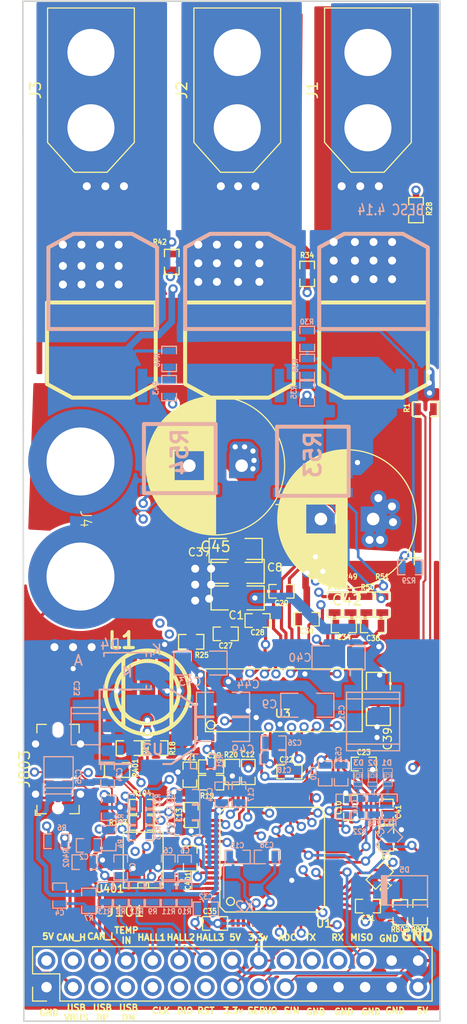
<source format=kicad_pcb>
(kicad_pcb (version 20241229) (generator "pcbnew") (generator_version "9.0")
  (title_block (title "BESC BLDC Driver") (date "2024-11-07") (rev "${version}") (company "Benjamin Vedder"))
  (layers (0 "F.Cu" signal) (4 "In1.Cu" signal "GND") (6 "In2.Cu" signal "GND2") (2 "B.Cu" signal) (13 "F.Paste" user) (15 "B.Paste" user) (5 "F.SilkS" user "F.Silkscreen") (7 "B.SilkS" user "B.Silkscreen") (1 "F.Mask" user) (3 "B.Mask" user) (25 "Edge.Cuts" user))
  (property "version" "4.14")
  (net 0 "")
  (net 1 "+5V")
  (net 2 "GND")
  (net 3 "NRST")
  (net 4 "/TEMP_IN")
  (net 5 "Net-(U1-PH0-OSC_IN)")
  (net 6 "Net-(U1-VCAP1)")
  (net 7 "Net-(U1-VCAP2)")
  (net 8 "Net-(U3-GVDD)")
  (net 9 "Net-(U3-COMP)")
  (net 10 "Net-(C21-Pad2)")
  (net 11 "Net-(U3-DVDD)")
  (net 12 "Net-(U3-CP1)")
  (net 13 "Net-(U3-CP2)")
  (net 14 "Net-(U3-AVDD)")
  (net 15 "Net-(D4-K)")
  (net 16 "Net-(U3-BST_BK)")
  (net 17 "Net-(U3-BST_A)")
  (net 18 "Net-(U3-BST_B)")
  (net 19 "Net-(U3-BST_C)")
  (net 20 "Net-(U3-SN1)")
  (net 21 "Net-(U3-SP1)")
  (net 22 "Net-(U3-SN2)")
  (net 23 "Net-(U3-SP2)")
  (net 24 "Net-(U1-PH1-OSC_OUT)")
  (net 25 "Net-(D1-A)")
  (net 26 "Net-(D2-A)")
  (net 27 "Net-(Q1-PadG)")
  (net 28 "Net-(Q2-PadG)")
  (net 29 "Net-(Q3-PadG)")
  (net 30 "Net-(Q4-PadG)")
  (net 31 "Net-(Q5-PadG)")
  (net 32 "Net-(Q6-PadG)")
  (net 33 "Net-(D3-A)")
  (net 34 "/SERVO_SIGNAL")
  (net 35 "/SCK_ADC_EXT")
  (net 36 "SWCLK")
  (net 37 "SWDIO")
  (net 38 "VCC")
  (net 39 "V_SUPPLY")
  (net 40 "/Mosfet driver/H1_VS")
  (net 41 "/Mosfet driver/H2_VS")
  (net 42 "/Mosfet driver/H3_VS")
  (net 43 "/Mosfet driver/H1_LOW")
  (net 44 "/Mosfet driver/H3_LOW")
  (net 45 "/MCU/SENS1")
  (net 46 "/MCU/SENS2")
  (net 47 "/Mosfet driver/M_H1")
  (net 48 "/Mosfet driver/M_L1")
  (net 49 "/MCU/SENS3")
  (net 50 "/Mosfet driver/M_H2")
  (net 51 "/Mosfet driver/M_L2")
  (net 52 "/Mosfet driver/M_H3")
  (net 53 "/Mosfet driver/M_L3")
  (net 54 "/Mosfet driver/SH1_A")
  (net 55 "/Mosfet driver/SH1_B")
  (net 56 "/Mosfet driver/SH2_A")
  (net 57 "/Mosfet driver/SH2_B")
  (net 58 "/MCU/BR_SO2")
  (net 59 "/MCU/BR_SO1")
  (net 60 "/MCU/DC_CAL")
  (net 61 "/MCU/L3")
  (net 62 "/MCU/L2")
  (net 63 "/MCU/L1")
  (net 64 "/MCU/EN_GATE")
  (net 65 "/MCU/FAULT")
  (net 66 "/MCU/H3")
  (net 67 "/MCU/H2")
  (net 68 "/MCU/H1")
  (net 69 "/MCU/USB_DM")
  (net 70 "/MCU/USB_DP")
  (net 71 "/TX_SDA")
  (net 72 "/Filters/HALL3_OUT")
  (net 73 "/Filters/HALL2_OUT")
  (net 74 "/Filters/HALL1_OUT")
  (net 75 "/RX_SCL_MOSI")
  (net 76 "/CAN_L")
  (net 77 "/HALL1")
  (net 78 "/CAN_H")
  (net 79 "/HALL2")
  (net 80 "/MCU/LED_GREEN")
  (net 81 "/MCU/LED_RED")
  (net 82 "/MISO_RX_SCL")
  (net 83 "/CAN bus transceiver/CAN_RX")
  (net 84 "/CAN bus transceiver/CAN_TX")
  (net 85 "/MCU/ADC_TEMP")
  (net 86 "Net-(U3-VSENSE)")
  (net 87 "Net-(U3-DTC)")
  (net 88 "Net-(U3-RT_CLK)")
  (net 89 "Net-(U3-BIAS)")
  (net 90 "Net-(U401-Rs)")
  (net 108 "/HALL3")
  (net 109 "/USB_DM")
  (net 110 "/USB_DP")
  (net 111 "/USB_VBUS")
  (net 112 "/MCU/AN_IN")
  (net 117 "/SERVO_OUT")
  (net 118 "/RC_PWM_INPUT")
  (footprint "CRF1:D2PAK-7-GDS" (layer "F.Cu") (at 110.53529 77.09958 180)
    (property "Reference" "Q1" (hide yes))
    (property "Value" "IRFS7530" (hide yes))
  )
  (footprint "CRF1:D2PAK-7-GDS" (layer "F.Cu") (at 97.70829 77.09958 180)
    (property "Reference" "Q3" (hide yes))
    (property "Value" "IRFS7530" (hide yes))
  )
  (footprint "CRF1:D2PAK-7-GDS" (layer "F.Cu") (at 84.50029 77.09958 180)
    (property "Reference" "Q5" (hide yes))
    (property "Value" "IRFS7530" (hide yes))
  )
  (footprint "CRF1:lqfp64_pad_mod" (layer "F.Cu") (at 100.838 131.064)
    (property "Reference" "U1")
    (property "Value" "STM32F40X_LQFP64" (hide yes))
  )
  (footprint "CRF1:TSSOP-56-PP" (layer "F.Cu") (at 101.854 115.824)
    (property "Reference" "U3")
    (property "Value" "DRV8302" (hide yes))
  )
  (footprint "CRF1:SMD-1206" (layer "F.Cu") (at 97.536 106.045)
    (property "Reference" "C1")
    (property "Value" "10u,50V" (hide yes))
  )
  (footprint "CRF1:SMD-1206" (layer "F.Cu") (at 97.536 103.505)
    (property "Reference" "C8")
    (property "Value" "10u,50V" (hide yes))
  )
  (footprint "CRF1:SMD-0603_c" (layer "F.Cu") (at 108.331 126.111 -90)
    (property "Reference" "C10")
    (property "Value" "2.2u" (hide yes))
  )
  (footprint "CRF1:SMD-0603_c" (layer "F.Cu") (at 111.125 132.588 45)
    (property "Reference" "C11")
    (property "Value" "2.2u" (hide yes))
  )
  (footprint "CRF1:SMD-0603_c" (layer "F.Cu") (at 98.552 122.682 90)
    (property "Reference" "C12")
    (property "Value" "2.2u" (hide yes))
  )
  (footprint "CRF1:SMD-0603_c" (layer "F.Cu") (at 93.1 126.8 90)
    (property "Reference" "C13")
    (property "Value" "2.2u" (hide yes))
  )
  (footprint "CRF1:SMD-0603_c" (layer "F.Cu") (at 94.996 122.174)
    (property "Reference" "C19")
    (property "Value" "120p" (hide yes))
  )
  (footprint "CRF1:SMD-0603_c" (layer "F.Cu") (at 92.964 122.936 -90)
    (property "Reference" "C21")
    (property "Value" "6.8n" (hide yes))
  )
  (footprint "CRF1:SMD-0603_c" (layer "F.Cu") (at 102.489 122.682)
    (property "Reference" "C22")
    (property "Value" "22n" (hide yes))
  )
  (footprint "CRF1:SMD-0603_c" (layer "F.Cu") (at 109.601 121.92 180)
    (property "Reference" "C23")
    (property "Value" "2.2u" (hide yes))
  )
  (footprint "CRF1:SMD-0603_c" (layer "F.Cu") (at 96.393 109.474 180)
    (property "Reference" "C27")
    (property "Value" "100n" (hide yes))
  )
  (footprint "CRF1:SMD-0603_c" (layer "F.Cu") (at 99.441 108.204 180)
    (property "Reference" "C28")
    (property "Value" "220n" (hide yes))
  )
  (footprint "CRF1:SMD-0603_c" (layer "F.Cu") (at 101.727 105.41 180)
    (property "Reference" "C29")
    (property "Value" "220n" (hide yes))
  )
  (footprint "CRF1:SMD-0603_c" (layer "F.Cu") (at 104.14 108.077 180)
    (property "Reference" "C30")
    (property "Value" "220n" (hide yes))
  )
  (footprint "CRF1:SMD-0603_c" (layer "F.Cu") (at 110 135.5 180)
    (property "Reference" "C31")
    (property "Value" "2.2u" (hide yes))
  )
  (footprint "CRF1:SMD-0603_c" (layer "F.Cu") (at 107.696 108.712)
    (property "Reference" "C34")
    (property "Value" "2.2n" (hide yes))
  )
  (footprint "CRF1:SMD-0603_c" (layer "F.Cu") (at 95.377 137.16)
    (property "Reference" "C35")
    (property "Value" "2.2u" (hide yes))
  )
  (footprint "CRF1:SMD-0603_c" (layer "F.Cu") (at 110.49 108.712)
    (property "Reference" "C36")
    (property "Value" "2.2n" (hide yes))
  )
  (footprint "CRF1:SMD-1206" (layer "F.Cu") (at 110.998 115.697 90)
    (property "Reference" "C39")
    (property "Value" "10u,63V" (hide yes))
  )
  (footprint "CRF1:SMD-0603_c" (layer "F.Cu") (at 111.76 126.492 -90)
    (property "Reference" "C41")
    (property "Value" "2.2u" (hide yes))
  )
  (footprint "CRF1:SMD-0603_c" (layer "F.Cu") (at 93 130.95 -90)
    (property "Reference" "C401")
    (property "Value" "2.2u" (hide yes))
  )
  (footprint "CRF1:SMD-0603_r" (layer "F.Cu") (at 115.5 88)
    (property "Reference" "R1")
    (property "Value" "NTC 10k" (hide yes))
  )
  (footprint "CRF1:SMD-0603_r" (layer "F.Cu") (at 111.76 129.032 90)
    (property "Reference" "R2")
    (property "Value" "10k" (hide yes))
  )
  (footprint "CRF1:SMD-0603_r" (layer "F.Cu") (at 87.122 120.396)
    (property "Reference" "R17")
    (property "Value" "18k" (hide yes))
  )
  (footprint "CRF1:SMD-0603_r" (layer "F.Cu") (at 89.662 120.396)
    (property "Reference" "R18")
    (property "Value" "3k3" (hide yes))
  )
  (footprint "CRF1:SMD-0603_r" (layer "F.Cu") (at 94.996 123.698)
    (property "Reference" "R19")
    (property "Value" "15k" (hide yes))
  )
  (footprint "CRF1:SMD-0603_r" (layer "F.Cu") (at 97.028 122.682 -90)
    (property "Reference" "R20")
    (property "Value" "10k" (hide yes))
  )
  (footprint "CRF1:SMD-0603_r" (layer "F.Cu") (at 93.091 110.236)
    (property "Reference" "R25")
    (property "Value" "1M" (hide yes))
  )
  (footprint "CRF1:SMD-0603_r" (layer "F.Cu") (at 114.59929 68.97158 90)
    (property "Reference" "R28")
    (property "Value" "4R7" (hide yes))
  )
  (footprint "CRF1:SMD-0603_r" (layer "F.Cu") (at 104.18529 75.06758 -90)
    (property "Reference" "R34")
    (property "Value" "4R7" (hide yes))
  )
  (footprint "CRF1:SMD-0603_r" (layer "F.Cu") (at 91.23129 73.92458 -90)
    (property "Reference" "R42")
    (property "Value" "4R7" (hide yes))
  )
  (footprint "CRF1:SMD-0603_r" (layer "F.Cu") (at 106.807 106.68 -90)
    (property "Reference" "R48")
    (property "Value" "100R" (hide yes))
  )
  (footprint "CRF1:SMD-0603_r" (layer "F.Cu") (at 108.331 106.68 -90)
    (property "Reference" "R49")
    (property "Value" "100R" (hide yes))
  )
  (footprint "CRF1:SMD-0603_r" (layer "F.Cu") (at 109.855 106.68 -90)
    (property "Reference" "R50")
    (property "Value" "100R" (hide yes))
  )
  (footprint "CRF1:SMD-0603_r" (layer "F.Cu") (at 111.379 106.68 -90)
    (property "Reference" "R51")
    (property "Value" "100R" (hide yes))
  )
  (footprint "CRF1:SMD-0603_r" (layer "F.Cu") (at 88.4 127.55 180)
    (property "Reference" "R103")
    (property "Value" "22R" (hide yes))
  )
  (footprint "CRF1:SMD-0603_r" (layer "F.Cu") (at 88.4 126 180)
    (property "Reference" "R104")
    (property "Value" "22R" (hide yes))
  )
  (footprint "CRF1:SMD-0603_r" (layer "F.Cu") (at 86 122.5 180)
    (property "Reference" "R401")
    (property "Value" "120R" (hide yes))
  )
  (footprint "CRF1:SOIC-8-W" (layer "F.Cu") (at 88.5 131.1 90)
    (property "Reference" "U401")
    (property "Value" "SN65HVD232" (hide yes))
  )
  (footprint "w_smd_inductors:inductor_smd_8x5mm" (layer "F.Cu") (at 88.9 115.062 180)
    (property "Reference" "L1")
    (property "Value" "22u" (hide yes))
  )
  (footprint "Capacitor_THT:CP_Radial_D13.0mm_P5.00mm" (layer "F.Cu") (at 97.915216 93.4 180)
    (property "Reference" "C45")
    (property "Value" "C_Polarized")
  )
  (footprint "Connector_AMASS:AMASS_XT60-F_1x02_P7.20mm_Vertical" (layer "F.Cu") (at 97.5 61.1 90)
    (property "Reference" "J2")
    (property "Value" "Conn_01x02_Pin")
  )
  (footprint "Capacitor_THT:CP_Radial_D13.0mm_P5.00mm" (layer "F.Cu") (at 110.5 98.5 180)
    (property "Reference" "C42")
    (property "Value" "C_Polarized")
  )
  (footprint "CRF1:SMD-0603_r" (layer "F.Cu") (at 113.1 136.1 -90)
    (property "Reference" "R802")
    (property "Value" "100R" (hide yes))
  )
  (footprint "Connector_PinHeader_2.54mm:PinHeader_2x15_P2.54mm_Vertical" (layer "F.Cu") (at 79.25 143.25 90)
    (property "Reference" "J101")
    (property "Value" "Conn_02x16_Odd_Even")
  )
  (footprint "Connector_USB:USB_C_Receptacle_GCT_USB4115-03-C" (layer "F.Cu") (at 80.35 122.4 90)
    (property "Reference" "J803")
    (property "Value" "USB_C_Receptacle_USB2.0_16P")
  )
  (footprint "Connector_AMASS:AMASS_XT60-F_1x02_P7.20mm_Vertical" (layer "F.Cu") (at 83.5 61.1 90)
    (property "Reference" "J3")
    (property "Value" "Conn_01x02_Pin")
  )
  (footprint "august:xt-90 vertical" (layer "F.Cu") (at 82.5 98.5 -90)
    (property "Reference" "J4")
    (property "Value" "Conn_01x02_Pin")
  )
  (footprint "Connector_AMASS:AMASS_XT60-F_1x02_P7.20mm_Vertical" (layer "F.Cu") (at 110 61.1 90)
    (property "Reference" "J1")
    (property "Value" "Conn_01x02_Pin")
  )
  (footprint "CRF1:SMD-0603_r" (layer "F.Cu") (at 115 136.1 -90)
    (property "Reference" "R801")
    (property "Value" "2k2" (hide yes))
  )
  (footprint "CRF1:SMD-1206" (layer "F.Cu") (at 97.349 101.5)
    (property "Reference" "C37")
    (property "Value" "10u,50V" (hide yes))
  )
  (footprint "w_smd_cap:c_tant_B" (layer "B.Cu") (at 80.4 123 -90)
    (property "Reference" "C25")
    (property "Value" "100u" (hide yes))
  )
  (footprint "w_smd_cap:c_tant_B" (layer "B.Cu") (at 83 118.3 90)
    (property "Reference" "C33")
    (property "Value" "100u" (hide yes))
  )
  (footprint "w_smd_cap:c_2220" (layer "B.Cu") (at 110.49 117.856 -90)
    (property "Reference" "C51")
    (property "Value" "15u,100V" (hide yes))
  )
  (footprint "LEDs:LED-0603" (layer "B.Cu") (at 111.887 123.19 90)
    (property "Reference" "D1")
    (property "Value" "GREEN" (hide yes))
  )
  (footprint "LEDs:LED-0603" (layer "B.Cu") (at 110.45 123.2 90)
    (property "Reference" "D2")
    (property "Value" "RED" (hide yes))
  )
  (footprint "LEDs:LED-0603" (layer "B.Cu") (at 109.05 123.2 90)
    (property "Reference" "D3")
    (property "Value" "RED" (hide yes))
  )
  (footprint "CRF1:WSLP2726" (layer "B.Cu") (at 104.732 94.88125)
    (property "Reference" "R53")
    (property "Value" "SHUNT" (hide yes))
  )
  (footprint "Crystal:Crystal_SMD_3225-4Pin_3.2x2.5mm" (layer "B.Cu") (at 98.2 133.1)
    (property "Reference" "X2")
    (property "Value" "8MHz 10ppm")
  )
  (footprint "CRF1:WSLP2726" (layer "B.Cu") (at 92 94.62725)
    (property "Reference" "R54")
    (property "Value" "SHUNT" (hide yes))
  )
  (footprint "w_smd_diode:do214ac" (layer "B.Cu") (at 113.5 134 180)
    (property "Reference" "D5")
    (property "Value" "TVS 5V" (hide yes))
  )
  (footprint "CRF1:D2PAK-7-GDS" (layer "B.Cu") (at 84.62729 81.03658 180)
    (property "Reference" "Q6" (hide yes))
    (property "Value" "IRFS7530" (hide yes))
  )
  (footprint "CRF1:D2PAK-7-GDS" (layer "B.Cu") (at 110.53529 81.03658 180)
    (property "Reference" "Q2" (hide yes))
    (property "Value" "IRFS7530" (hide yes))
  )
  (footprint "CRF1:D2PAK-7-GDS" (layer "B.Cu") (at 97.70829 81.03658 180)
    (property "Reference" "Q4" (hide yes))
    (property "Value" "IRFS7530" (hide yes))
  )
  (footprint "CRF1:SMD-0603_c" (layer "B.Cu") (at 83.3 129.7)
    (property "Reference" "C2")
    (property "Value" "100n" (hide yes))
  )
  (footprint "CRF1:SMD-0603_c" (layer "B.Cu") (at 112.014 129.286 -135)
    (property "Reference" "C3")
    (property "Value" "100n" (hide yes))
  )
  (footprint "CRF1:SMD-0603_c" (layer "B.Cu") (at 80.5 134.5 -90)
    (property "Reference" "C4")
    (property "Value" "4n7" (hide yes))
  )
  (footprint "CRF1:SMD-0603_c" (layer "B.Cu") (at 92.456 131.826 90)
    (property "Reference" "C5")
    (property "Value" "4n7" (hide yes))
  )
  (footprint "CRF1:SMD-0603_c" (layer "B.Cu") (at 90.9 131.8 90)
    (property "Reference" "C6")
    (property "Value" "4n7" (hide yes))
  )
  (footprint "CRF1:SMD-0603_c" (layer "B.Cu") (at 86.35 131.8 90)
    (property "Reference" "C7")
    (property "Value" "4n7" (hide yes))
  )
  (footprint "CRF1:SMD-1206" (layer "B.Cu") (at 104.2 116.3)
    (property "Reference" "C9")
    (property "Value" "10u,50V" (hide yes))
  )
  (footprint "CRF1:SMD-0603_c" (layer "B.Cu") (at 96.012 124.841 -90)
    (property "Reference" "C14")
    (property "Value" "2.2u" (hide yes))
  )
  (footprint "CRF1:SMD-0603_c" (layer "B.Cu") (at 97.536 130.81)
    (property "Reference" "C15")
    (property "Value" "15p" (hide yes))
  )
  (footprint "CRF1:SMD-0603_c" (layer "B.Cu") (at 107.6 126 90)
    (property "Reference" "C16")
    (property "Value" "2.2u" (hide yes))
  )
  (footprint "CRF1:SMD-0603_c" (layer "B.Cu") (at 97.663 124.841 90)
    (property "Reference" "C17")
    (property "Value" "2.2u" (hide yes))
  )
  (footprint "CRF1:SMD-0603_c" (layer "B.Cu") (at 100.965 121.285)
    (property "Reference" "C18")
    (property "Value" "2.2u" (hide yes))
  )
  (footprint "CRF1:SMD-0603_c" (layer "B.Cu") (at 105.918 122.809 90)
    (property "Reference" "C20")
    (property "Value" "2.2u" (hide yes))
  )
  (footprint "CRF1:SMD-0603_c" (layer "B.Cu") (at 85.09 122.936 90)
    (property "Reference" "C24")
    (property "Value" "2.2u" (hide yes))
  )
  (footprint "CRF1:SMD-0603_c" (layer "B.Cu") (at 94.488 135.763 180)
    (property "Reference" "C32")
    (property "Value" "100n" (hide yes))
  )
  (footprint "CRF1:SMD-0603_c" (layer "B.Cu") (at 100.33 130.81 180)
    (property "Reference" "C38")
    (property "Value" "15p" (hide yes))
  )
  (footprint "CRF1:SMD-1206" (layer "B.Cu") (at 107.188 111.76)
    (property "Reference" "C40")
    (property "Value" "10u,50V" (hide yes))
  )
  (footprint "CRF1:SMD-1206" (layer "B.Cu") (at 93.98 112.268)
    (property "Reference" "C43")
    (property "Value" "10u,50V" (hide yes))
  )
  (footprint "CRF1:SMD-1206" (layer "B.Cu") (at 96.139 116.205)
    (property "Reference" "C44")
    (property "Value" "10u,50V" (hide yes))
  )
  (footprint "CRF1:SMD-1206" (layer "B.Cu") (at 96.139 118.618)
    (property "Reference" "C49")
    (property "Value" "10u,50V" (hide yes))
  )
  (footprint "CRF1:SMD-0603_c" (layer "B.Cu") (at 107.442 122.809 90)
    (property "Reference" "C52")
    (property "Value" "2.2u" (hide yes))
  )
  (footprint "CRF1:SMD-0603_r" (layer "B.Cu") (at 85.2 126.1 -90)
    (property "Reference" "R3")
    (property "Value" "39k" (hide yes))
  )
  (footprint "CRF1:SMD-0603_r" (layer "B.Cu") (at 85.2 129 90)
    (property "Reference" "R4")
    (property "Value" "2k2" (hide yes))
  )
  (footprint "CRF1:SMD-0603_r" (layer "B.Cu") (at 80.2 129.3 180)
    (property "Reference" "R6")
    (property "Value" "R0" (hide yes))
  )
  (footprint "CRF1:SMD-0603_r" (layer "B.Cu") (at 83.312 135 90)
    (property "Reference" "R7")
    (property "Value" "10k" (hide yes))
  )
  (footprint "CRF1:SMD-0603_r" (layer "B.Cu") (at 86.36 134.366 90)
    (property "Reference" "R8")
    (property "Value" "10k" (hide yes))
  )
  (footprint "CRF1:SMD-0603_r" (layer "B.Cu") (at 89.408 134.366 90)
    (property "Reference" "R9")
    (property "Value" "10k" (hide yes))
  )
  (footprint "CRF1:SMD-0603_r" (layer "B.Cu") (at 92.456 134.366 90)
    (property "Reference" "R10")
    (property "Value" "10k" (hide yes))
  )
  (footprint "CRF1:SMD-0603_r" (layer "B.Cu") (at 90.932 134.366 90)
    (property "Reference" "R11")
    (property "Value" "2k2" (hide yes))
  )
  (footprint "CRF1:SMD-0603_r" (layer "B.Cu") (at 87.884 134.366 90)
    (property "Reference" "R12")
    (property "Value" "2k2" (hide yes))
  )
  (footprint "CRF1:SMD-0603_r" (layer "B.Cu") (at 84.836 134.366 90)
    (property "Reference" "R13")
    (property "Value" "2k2" (hide yes))
  )
  (footprint "CRF1:SMD-0603_r" (layer "B.Cu") (at 94.234 121.666)
    (property "Reference" "R21")
    (property "Value" "220k" (hide yes))
  )
  (footprint "CRF1:SMD-0603_r" (layer "B.Cu") (at 109.1 126 -90)
    (property "Reference" "R22")
    (property "Value" "2k2" (hide yes))
  )
  (footprint "CRF1:SMD-0603_r" (layer "B.Cu") (at 88.265 128.524)
    (property "Reference" "R23")
    (property "Value" "39k" (hide yes))
  )
  (footprint "CRF1:SMD-0603_r" (layer "B.Cu") (at 92.7 128.05 180)
    (property "Reference" "R24")
    (property "Value" "2k2" (hide yes))
  )
  (footprint "CRF1:SMD-0603_r" (layer "B.Cu") (at 88.265 127)
    (property "Reference" "R26")
    (property "Value" "39k" (hide yes))
  )
  (footprint "CRF1:SMD-0603_r" (layer "B.Cu") (at 92.7 126.55 180)
    (property "Reference" "R27")
    (property "Value" "2k2" (hide yes))
  )
  (footprint "CRF1:SMD-0603_r" (layer "B.Cu") (at 114.046 103.124 180)
    (property "Reference" "R29")
    (property "Value" "4R7" (hide yes))
  )
  (footprint "CRF1:SMD-0603_r" (layer "B.Cu") (at 104.18529 81.29058 90)
    (property "Reference" "R30")
    (property "Value" "39k" (hide yes))
  )
  (footprint "CRF1:SMD-0603_r" (layer "B.Cu") (at 88.25 125.45)
    (property "Reference" "R32")
    (property "Value" "39k" (hide yes))
  )
  (footprint "CRF1:SMD-0603_r" (layer "B.Cu") (at 92.7 125.05 180)
    (property "Reference" "R33")
    (property "Value" "2k2" (hide yes))
  )
  (footprint "CRF1:SMD-0603_r" (layer "B.Cu") (at 104.18529 86.49758 -90)
    (property "Reference" "R35")
    (property "Value" "4R7" (hide yes))
  )
  (footprint "CRF1:SMD-0603_r" (layer "B.Cu") (at 104.18529 83.95758 -90)
    (property "Reference" "R36")
    (property "Value" "39k" (hide yes))
  )
  (footprint "CRF1:SMD-0603_r" (layer "B.Cu") (at 112.1 126 -90)
    (property "Reference" "R37")
    (property "Value" "100R" (hide yes))
  )
  (footprint "CRF1:SMD-0603_r" (layer "B.Cu") (at 110.6 126 -90)
    (property "Reference" "R38")
    (property "Value" "100R" (hide yes))
  )
  (footprint "CRF1:SMD-0603_r" (layer "B.Cu") (at 90.97729 85.98958 -90)
    (property "Reference" "R43")
    (property "Value" "4R7" (hide yes))
  )
  (footprint "CRF1:SMD-0603_r" (layer "B.Cu") (at 90.97729 83.19558 -90)
    (property "Reference" "R46")
    (property "Value" "39k" (hide yes))
  )
  (footprint "CRF1:SMD-0603_r" (layer "B.Cu") (at 82.9 131.3 180)
    (property "Reference" "R402")
    (property "Value" "10k" (hide yes))
  )
  (footprint "CRF1:SOT-223" (layer "B.Cu") (at 88.9 118.364 90)
    (property "Reference" "U2")
    (property "Value" "TC2117" (hide yes))
  )
  (footprint "Diodes_SMD:SMA_Handsoldering" (layer "B.Cu") (at 86.995 113.03 180)
    (property "Reference" "D4")
    (property "Value" "DIODESCH")
  )
  (footprint "CRF1:SMD-0603_c" (layer "B.Cu") (at 100.965 119.888)
    (property "Reference" "C26")
    (property "Value" "2.2u" (hide yes))
  )
  (gr_line (start 116.895645 49) (end 76.983738 49) (stroke (width 0.15)) (layer "Edge.Cuts"))
  (gr_line (start 77.081903 146.5) (end 116.895645 146.5) (stroke (width 0.15)) (layer "Edge.Cuts"))
  (gr_line (start 77.081903 146.5) (end 76.983738 49) (stroke (width 0.15)) (layer "Edge.Cuts"))
  (gr_line (start 116.895645 49) (end 116.895645 146.5) (stroke (width 0.15)) (layer "Edge.Cuts"))
  (gr_text "GND" (at 112 138.6 0) (layer "F.SilkS") (effects (font (size 0.6 0.6))))
  (gr_text "MISO" (at 109.4 138.5 0) (layer "F.SilkS") (effects (font (size 0.6 0.6))))
  (gr_text "USB\nVBUS" (at 82.1 145.7 0) (layer "F.SilkS") (effects (font (size 0.6 0.6))))
  (gr_text "GND" (at 112.6 145.5 0) (layer "F.SilkS") (effects (font (size 0.6 0.6))))
  (gr_text "CAN_L" (at 84.5 138.4 0) (layer "F.SilkS") (effects (font (size 0.6 0.6))))
  (gr_text "CAN_H" (at 81.6 138.5 0) (layer "F.SilkS") (effects (font (size 0.6 0.6))))
  (gr_text "3.3v" (at 99.5 138.5 0) (layer "F.SilkS") (effects (font (size 0.6 0.6))))
  (gr_text "5V" (at 79.4 138.4 0) (layer "F.SilkS") (effects (font (size 0.6 0.6))))
  (gr_text "USB\nDP" (at 84.6 145.7 0) (layer "F.SilkS") (effects (font (size 0.6 0.6))))
  (gr_text "RST" (at 94.5 145.5 0) (layer "F.SilkS") (effects (font (size 0.6 0.6))))
  (gr_text "GND" (at 114.7 138.3 0) (layer "F.SilkS") (effects (font (size 1 1) (thickness 0.25))))
  (gr_text "USB\nDM\n" (at 87.1 145.7 0) (layer "F.SilkS") (effects (font (size 0.6 0.6))))
  (gr_text "ADC" (at 102.3 138.5 0) (layer "F.SilkS") (effects (font (size 0.6 0.6))))
  (gr_text "5V" (at 97.3 138.5 0) (layer "F.SilkS") (effects (font (size 0.6 0.6))))
  (gr_text "SIN" (at 102.7 145.5 0) (layer "F.SilkS") (effects (font (size 0.6 0.6))))
  (gr_text "HALL2" (at 92.1 138.5 0) (layer "F.SilkS") (effects (font (size 0.6 0.6))))
  (gr_text "GND" (at 110.3 145.6 0) (layer "F.SilkS") (effects (font (size 0.6 0.6))))
  (gr_text "GND" (at 107.7 145.6 0) (layer "F.SilkS") (effects (font (size 0.6 0.6))))
  (gr_text "CLK" (at 90.2 145.5 0) (layer "F.SilkS") (effects (font (size 0.6 0.6))))
  (gr_text "DIO" (at 92.5 145.5 0) (layer "F.SilkS") (effects (font (size 0.6 0.6))))
  (gr_text "GND" (at 105 145.6 0) (layer "F.SilkS") (effects (font (size 0.6 0.6))))
  (gr_text "TX" (at 104.5 138.5 0) (layer "F.SilkS") (effects (font (size 0.6 0.6))))
  (gr_text "SERVO" (at 99.9 145.5 0) (layer "F.SilkS") (effects (font (size 0.6 0.6))))
  (gr_text "3.3v" (at 97.1 145.5 0) (layer "F.SilkS") (effects (font (size 0.6 0.6))))
  (gr_text "RX" (at 107.1 138.5 0) (layer "F.SilkS") (effects (font (size 0.6 0.6))))
  (gr_text "GND" (at 79.5 145.7 0) (layer "F.SilkS") (effects (font (size 0.6 0.6))))
  (gr_text "HALL3" (at 94.9 138.5 0) (layer "F.SilkS") (effects (font (size 0.6 0.6))))
  (gr_text "HALL1" (at 89.3 138.5 0) (layer "F.SilkS") (effects (font (size 0.6 0.6))))
  (gr_text "TEMP\nIN" (at 86.9 138.3 0) (layer "F.SilkS") (effects (font (size 0.6 0.6))))
  (gr_text "5V" (at 115.2 145.5 0) (layer "F.SilkS") (effects (font (size 0.6 0.6))))
  (gr_text "BESC ${version}" (at 112.19129 68.95158 0) (layer "B.SilkS") (effects (font (size 1 0.8)) (justify mirror)))
  (segment (start 85.979 114.935) (end 86.106 115.062) (width 0.635) (layer "F.Cu") (net 1))
  (segment (start 86.106 115.062) (end 86.40064 115.062) (width 0.635) (layer "F.Cu") (net 1))
  (segment (start 88.9 118.8) (end 88.9 117.729) (width 0.635) (layer "F.Cu") (net 1))
  (segment (start 86.40064 115.062) (end 86.40064 120.35536) (width 1.27) (layer "F.Cu") (net 1))
  (segment (start 86.40064 120.35536) (end 86.36 120.396) (width 1.27) (layer "F.Cu") (net 1))
  (segment (start 86.40064 115.062) (end 86.40064 115.22964) (width 1.27) (layer "F.Cu") (net 1))
  (segment (start 86.40064 115.062) (end 86.40064 116.40064) (width 1.27) (layer "F.Cu") (net 1))
  (segment (start 86.40064 115.22964) (end 88.9 117.729) (width 1.27) (layer "F.Cu") (net 1))
  (via (at 88.9 117.729) (size 0.9) (drill 0.5) (layers "F.Cu" "B.Cu") (net 1))
  (via (at 79.269336 127.852487) (size 0.9) (drill 0.5) (layers "F.Cu" "B.Cu") (net 1))
  (via (at 88.9 118.8) (size 0.9) (drill 0.5) (layers "F.Cu" "B.Cu") (net 1))
  (via (at 85.979 114.935) (size 0.9) (drill 0.5) (layers "F.Cu" "B.Cu") (net 1))
  (segment (start 85.598 115.316) (end 85.979 114.935) (width 0.635) (layer "B.Cu") (net 1))
  (segment (start 83.698 116.078) (end 83 116.776) (width 0.635) (layer "B.Cu") (net 1))
  (segment (start 113.4624 141.9024) (end 98.2224 141.9024) (width 0.3048) (layer "B.Cu") (net 1))
  (segment (start 85.598 116.078) (end 84.709 116.078) (width 0.635) (layer "B.Cu") (net 1))
  (segment (start 112.417795 136.398) (end 116.2 140.180205) (width 0.635) (layer "B.Cu") (net 1))
  (segment (start 111.252 136.398) (end 112.417795 136.398) (width 0.635) (layer "B.Cu") (net 1))
  (segment (start 116.2 140.180205) (end 116.2 141.86) (width 0.635) (layer "B.Cu") (net 1))
  (segment (start 85.598 116.078) (end 85.598 115.316) (width 0.635) (layer "B.Cu") (net 1))
  (segment (start 114.81 143.25) (end 113.4624 141.9024) (width 0.3048) (layer "B.Cu") (net 1))
  (segment (start 111.252 135.89) (end 111.252 136.398) (width 0.635) (layer "B.Cu") (net 1))
  (segment (start 111.77026 135.37174) (end 111.252 135.89) (width 0.635) (layer "B.Cu") (net 1))
  (segment (start 98.2224 141.9024) (end 97.03 140.71) (width 0.3048) (layer "B.Cu") (net 1))
  (segment (start 111.77026 134) (end 111.77026 135.37174) (width 0.635) (layer "B.Cu") (net 1))
  (segment (start 85.598 116.078) (end 82.922 116.078) (width 0.635) (layer "B.Cu") (net 1))
  (segment (start 79.269336 127.852487) (end 79.438 128.021151) (width 0.254) (layer "B.Cu") (net 1))
  (segment (start 79.438 128.021151) (end 79.438 129.3) (width 0.254) (layer "B.Cu") (net 1))
  (segment (start 79.488 129.3) (end 79.45 129.262) (width 0.508) (layer "B.Cu") (net 1))
  (segment (start 116.2 141.86) (end 114.81 143.25) (width 0.635) (layer "B.Cu") (net 1))
  (segment (start 85.598 116.078) (end 83.698 116.078) (width 0.635) (layer "B.Cu") (net 1))
  (segment (start 108.65612 118.16588) (end 109.474 117.348) (width 0.3048) (layer "F.Cu") (net 2))
  (segment (start 109.474 117.348) (end 110.998 117.348) (width 0.3048) (layer "F.Cu") (net 2))
  (segment (start 98.552 116.84) (end 99.568 115.824) (width 0.635) (layer "F.Cu") (net 2))
  (segment (start 99.568 115.824) (end 101.854 115.824) (width 0.635) (layer "F.Cu") (net 2))
  (segment (start 108.204 115.824) (end 109.728 117.348) (width 0.635) (layer "F.Cu") (net 2))
  (segment (start 109.728 117.348) (end 110.998 117.348) (width 0.635) (layer "F.Cu") (net 2))
  (segment (start 98.65614 118.64086) (end 98.933 118.364) (width 0.254) (layer "F.Cu") (net 2))
  (segment (start 98.933 118.364) (end 99.314 118.364) (width 0.254) (layer "F.Cu") (net 2))
  (segment (start 99.314 118.364) (end 99.6569 118.7069) (width 0.254) (layer "F.Cu") (net 2))
  (segment (start 99.6569 118.7069) (end 99.6569 119.8245) (width 0.254) (layer "F.Cu") (net 2))
  (segment (start 110.5535 121.72188) (end 108.65612 119.8245) (width 0.254) (layer "F.Cu") (net 2))
  (segment (start 98.552 116.84) (end 101.854 115.824) (width 0.254) (layer "F.Cu") (net 2))
  (segment (start 98.298 115.824) (end 97.536 116.586) (width 0.635) (layer "F.Cu") (net 2))
  (segment (start 95.885 116.586) (end 92.075 120.396) (width 0.635) (layer "F.Cu") (net 2))
  (segment (start 92.075 120.396) (end 90.424 120.396) (width 0.635) (layer "F.Cu") (net 2))
  (segment (start 97.028 123.063) (end 97.028 123.444) (width 0.254) (layer "F.Cu") (net 2))
  (segment (start 100.965 115.824) (end 99.314 117.475) (width 0.254) (layer "F.Cu") (net 2))
  (segment (start 101.473 115.824) (end 98.933 118.364) (width 0.254) (layer "F.Cu") (net 2))
  (segment (start 95.98406 132.81406) (end 96.139 132.969) (width 0.254) (layer "F.Cu") (net 2))
  (segment (start 96.139 132.969) (end 96.139 134.239) (width 0.254) (layer "F.Cu") (net 2))
  (segment (start 96.139 134.239) (end 96.0628 134.3152) (width 0.254) (layer "F.Cu") (net 2))
  (segment (start 96.0628 134.3152) (end 95.08744 134.3152) (width 0.254) (layer "F.Cu") (net 2))
  (segment (start 93.2688 134.3152) (end 92.12326 135.46074) (width 0.254) (layer "F.Cu") (net 2))
  (segment (start 110.998 117.221) (end 110.998 117.348) (width 0.635) (layer "F.Cu") (net 2))
  (segment (start 110.871 119.38) (end 110.871 118.364) (width 1.016) (layer "F.Cu") (net 2))
  (segment (start 110.871 117.475) (end 110.998 117.348) (width 1.016) (layer "F.Cu") (net 2))
  (segment (start 91.6133 131.7633) (end 91.5 131.65) (width 0.254) (layer "F.Cu") (net 2))
  (segment (start 92.12326 137.178) (end 92.10126 137.2) (width 0.254) (layer "F.Cu") (net 2))
  (segment (start 94.996 104.775) (end 95.758 105.029) (width 0.2032) (layer "F.Cu") (net 2))
  (segment (start 95.758 105.029) (end 95.758 104.902) (width 0.2032) (layer "F.Cu") (net 2))
  (segment (start 94.39656 104.902) (end 93.38056 105.283) (width 1.016) (layer "F.Cu") (net 2))
  (segment (start 93.38056 104.86644) (end 94.996 103.251) (width 1.016) (layer "F.Cu") (net 2))
  (segment (start 94.996 103.251) (end 95.758 104.902) (width 1.016) (layer "F.Cu") (net 2))
  (segment (start 95.631 106.172) (end 94.996 104.775) (width 1.27) (layer "F.Cu") (net 2))
  (segment (start 93.472 106.299) (end 93.38056 106.20756) (width 1.27) (layer "F.Cu") (net 2))
  (segment (start 93.38056 106.20756) (end 93.38056 105.918) (width 1.27) (layer "F.Cu") (net 2))
  (segment (start 95.631 106.172) (end 95.885 106.045) (width 1.27) (layer "F.Cu") (net 2))
  (segment (start 92.12326 135.68426) (end 92.12326 137.178) (width 0.254) (layer "F.Cu") (net 2))
  (segment (start 104.267 134.3152) (end 103.8098 134.3152) (width 0.254) (layer "F.Cu") (net 2))
  (segment (start 95.758 104.902) (end 94.996 103.251) (width 0.2032) (layer "F.Cu") (net 2))
  (segment (start 103.6574 112.995399) (end 103.971384 113.309383) (width 0.3048) (layer "F.Cu") (net 2))
  (segment (start 91.167 131.735) (end 91.19 131.712) (width 0.254) (layer "F.Cu") (net 2))
  (segment (start 110.449994 122.023506) (end 110.449994 122.450703) (width 0.508) (layer "F.Cu") (net 2))
  (segment (start 110.5535 121.92) (end 110.5535 121.72188) (width 0.254) (layer "F.Cu") (net 2))
  (segment (start 97.028 123.444) (end 98.552 123.444) (width 0.254) (layer "F.Cu") (net 2))
  (segment (start 99.6569 119.8245) (end 99.6569 120.743966) (width 0.254) (layer "F.Cu") (net 2))
  (segment (start 94.869 106.172) (end 94.812871 106.115871) (width 1.27) (layer "F.Cu") (net 2))
  (segment (start 110.871 117.475) (end 110.871 118.364) (width 1.016) (layer "F.Cu") (net 2))
  (segment (start 108.331 124.7775) (end 108.238278 124.684778) (width 0.254) (layer "F.Cu") (net 2))
  (segment (start 89.97582 131.735) (end 89.911992 131.798828) (width 0.254) (layer "F.Cu") (net 2))
  (segment (start 98.528254 134.728158) (end 98.528254 135.111765) (width 0.254) (layer "F.Cu") (net 2))
  (segment (start 101.854 115.824) (end 98.298 115.824) (width 0.635) (layer "F.Cu") (net 2))
  (segment (start 96.0628 134.3152) (end 98.115296 134.3152) (width 0.254) (layer "F.Cu") (net 2))
  (segment (start 93.38056 105.283) (end 93.38056 104.86644) (width 1.016) (layer "F.Cu") (net 2))
  (segment (start 90.424 120.396) (end 90.424 120.224) (width 0.508) (layer "F.Cu") (net 2))
  (segment (start 91.19 131.712) (end 93 131.712) (width 0.254) (layer "F.Cu") (net 2))
  (segment (start 110.5535 121.92) (end 110.449994 122.023506) (width 0.508) (layer "F.Cu") (net 2))
  (segment (start 107.8738 134.3152) (end 109.062185 133.126815) (width 0.254) (layer "F.Cu") (net 2))
  (segment (start 102.58806 136.81456) (end 102.58806 135.53694) (width 0.254) (layer "F.Cu") (net 2))
  (segment (start 94.615 136.906) (end 94.615 137.16) (width 0.254) (layer "F.Cu") (net 2))
  (segment (start 113.13 128.27) (end 113.2 128.2) (width 0.3048) (layer "F.Cu") (net 2))
  (segment (start 97.155 131.953) (end 101.627564 131.953) (width 0.254) (layer "F.Cu") (net 2))
  (segment (start 92.329 110.236) (end 91.6051 110.236) (width 0.4064) (layer "F.Cu") (net 2))
  (segment (start 91.351088 110.490012) (end 90.551 110.490012) (width 0.4064) (layer "F.Cu") (net 2))
  (segment (start 98.528254 135.111765) (end 98.107954 135.532065) (width 0.254) (layer "F.Cu") (net 2))
  (segment (start 101.854 115.824) (end 100.965 115.824) (width 0.254) (layer "F.Cu") (net 2))
  (segment (start 91.167 131.735) (end 89.97582 131.735) (width 0.254) (layer "F.Cu") (net 2))
  (segment (start 91.6051 110.236) (end 91.351088 110.490012) (width 0.4064) (layer "F.Cu") (net 2))
  (segment (start 92.1385 122.174) (end 91.823218 122.489282) (width 0.254) (layer "F.Cu") (net 2))
  (segment (start 95.631 106.172) (end 94.869 106.172) (width 1.27) (layer "F.Cu") (net 2))
  (segment (start 111.76 128.27) (end 113.13 128.27) (width 0.3048) (layer "F.Cu") (net 2))
  (segment (start 90.424 120.396) (end 90.424 119.888) (width 0.635) (layer "F.Cu") (net 2))
  (segment (start 103.067966 133.039966) (end 102.71453 133.039966) (width 0.254) (layer "F.Cu") (net 2))
  (segment (start 103.8098 134.3152) (end 102.972313 135.152687) (width 0.254) (layer "F.Cu") (net 2))
  (segment (start 93.091 127.571) (end 93.1 127.562) (width 0.254) (layer "F.Cu") (net 2))
  (segment (start 92.964 122.174) (end 94.234 122.174) (width 0.254) (layer "F.Cu") (net 2))
  (segment (start 101.854 115.824) (end 108.204 115.824) (width 0.635) (layer "F.Cu") (net 2))
  (segment (start 101.627564 131.953) (end 102.71453 133.039966) (width 0.254) (layer "F.Cu") (net 2))
  (segment (start 92.12326 135.68426) (end 93.39326 135.68426) (width 0.254) (layer "F.Cu") (net 2))
  (segment (start 102.972313 135.440963) (end 102.699189 135.714087) (width 0.254) (layer "F.Cu") (net 2))
  (segment (start 108.238278 124.684778) (end 107.884778 124.684778) (width 0.254) (layer "F.Cu") (net 2))
  (segment (start 104.267 134.239) (end 103.067966 133.039966) (width 0.254) (layer "F.Cu") (net 2))
  (segment (start 97.536 116.586) (end 95.885 116.586) (width 0.635) (layer "F.Cu") (net 2))
  (segment (start 108.331 125.349) (end 108.331 124.7775) (width 0.254) (layer "F.Cu") (net 2))
  (segment (start 92.964 122.174) (end 92.1385 122.174) (width 0.254) (layer "F.Cu") (net 2))
  (segment (start 95.885 106.045) (end 95.631 106.172) (width 1.27) (layer "F.Cu") (net 2))
  (segment (start 98.115296 134.3152) (end 98.528254 134.728158) (width 0.254) (layer "F.Cu") (net 2))
  (segment (start 101.854 115.824) (end 101.588001 116.089999) (width 0.3048) (layer "F.Cu") (net 2))
  (segment (start 95.758 104.902) (end 94.39656 104.902) (width 1.016) (layer "F.Cu") (net 2))
  (segment (start 98.65614 119.8245) (end 98.65614 118.64086) (width 0.254) (layer "F.Cu") (net 2))
  (segment (start 91.823218 122.489282) (end 91.823218 122.684218) (width 0.254) (layer "F.Cu") (net 2))
  (segment (start 93.839986 104.78768) (end 93.472 104.775) (width 1.27) (layer "F.Cu") (net 2))
  (segment (start 93.091 128.32329) (end 93.091 127.571) (width 0.254) (layer "F.Cu") (net 2))
  (segment (start 103.6574 111.8235) (end 103.6574 112.995399) (width 0.3048) (layer "F.Cu") (net 2))
  (segment (start 96.139 132.969) (end 97.155 131.953) (width 0.254) (layer "F.Cu") (net 2))
  (segment (start 110.037172 133.126815) (end 110.586185 133.126815) (width 0.254) (layer "F.Cu") (net 2))
  (segment (start 99.6569 120.743966) (end 99.4105 120.990366) (width 0.254) (layer "F.Cu") (net 2))
  (segment (start 109.062185 133.126815) (end 110.037172 133.126815) (width 0.254) (layer "F.Cu") (net 2))
  (segment (start 108.65612 119.8245) (end 108.65612 118.16588) (width 0.3048) (layer "F.Cu") (net 2))
  (segment (start 95.08744 134.3152) (end 93.2688 134.3152) (width 0.254) (layer "F.Cu") (net 2))
  (segment (start 101.854 115.824) (end 101.473 115.824) (width 0.254) (layer "F.Cu") (net 2))
  (segment (start 90.241099 131.735) (end 91.167 131.735) (width 0.254) (layer "F.Cu") (net 2))
  (segment (start 95.08744 132.81406) (end 95.98406 132.81406) (width 0.254) (layer "F.Cu") (net 2))
  (segment (start 99.4105 122.5855) (end 98.552 123.444) (width 0.254) (layer "F.Cu") (net 2))
  (segment (start 101.588001 116.089999) (end 101.588001 118.113737) (width 0.3048) (layer "F.Cu") (net 2))
  (segment (start 92.12326 135.46074) (end 92.12326 135.68426) (width 0.254) (layer "F.Cu") (net 2))
  (segment (start 104.267 134.3152) (end 104.267 134.239) (width 0.254) (layer "F.Cu") (net 2))
  (segment (start 102.699189 135.714087) (end 102.69919 135.79919) (width 0.254) (layer "F.Cu") (net 2))
  (segment (start 102.972313 135.152687) (end 102.972313 135.440963) (width 0.254) (layer "F.Cu") (net 2))
  (segment (start 102.58806 135.53694) (end 103.8098 134.3152) (width 0.254) (layer "F.Cu") (net 2))
  (segment (start 93.39326 135.68426) (end 94.615 136.906) (width 0.254) (layer "F.Cu") (net 2))
  (segment (start 90.10305 131.596951) (end 90.241099 131.735) (width 0.254) (layer "F.Cu") (net 2))
  (segment (start 106.58856 134.3152) (end 104.267 134.3152) (width 0.254) (layer "F.Cu") (net 2))
  (segment (start 106.58856 134.3152) (end 107.8738 134.3152) (width 0.254) (layer "F.Cu") (net 2))
  (segment (start 99.4105 120.990366) (end 99.4105 122.5855) (width 0.254) (layer "F.Cu") (net 2))
  (via (at 110.449994 122.450703) (size 0.9) (drill 0.5) (layers "F.Cu" "B.Cu") (net 2))
  (via (at 99.314 117.475) (size 0.9) (drill 0.5) (layers "F.Cu" "B.Cu") (net 2))
  (via (at 93.472 104.775) (size 1.524) (drill 0.762) (layers "F.Cu" "B.Cu") (net 2))
  (via (at 86.3 126.036523) (size 0.9) (drill 0.5) (layers "F.Cu" "B.Cu") (net 2))
  (via (at 107.884778 124.684778) (size 0.9) (drill 0.5) (layers "F.Cu" "B.Cu") (net 2))
  (via (at 89.911992 131.798828) (size 0.9) (drill 0.5) (layers "F.Cu" "B.Cu") (net 2))
  (via (at 87.536 131.900155) (size 0.9) (drill 0.5) (layers "F.Cu" "B.Cu") (net 2))
  (via (at 94.996 104.775) (size 1.524) (drill 0.762) (layers "F.Cu" "B.Cu") (net 2))
  (via (at 94.812871 106.115871) (size 1.524) (drill 0.762) (layers "F.Cu" "B.Cu") (net 2))
  (via (at 90.551 110.490012) (size 0.9) (drill 0.5) (layers "F.Cu" "B.Cu") (net 2))
  (via (at 81.788 110.744) (size 1.524) (drill 0.762) (layers "F.Cu" "B.Cu") (net 2))
  (via (at 101.588001 118.113737) (size 0.9) (drill 0.5) (layers "F.Cu" "B.Cu") (net 2))
  (via (at 81.8 112.8) (size 0.9) (drill 0.5) (layers "F.Cu" "B.Cu") (net 2))
  (via (at 113.2 128.2) (size 0.9) (drill 0.5) (layers "F.Cu" "B.Cu") (net 2))
  (via (at 103.971384 113.309383) (size 0.9) (drill 0.5) (layers "F.Cu" "B.Cu") (net 2))
  (via (at 110.871 118.364) (size 0.9) (drill 0.5) (layers "F.Cu" "B.Cu") (net 2))
  (via (at 83.566 110.744) (size 1.524) (drill 0.762) (layers "F.Cu" "B.Cu") (net 2))
  (via (at 98.107954 135.532065) (size 0.9) (drill 0.5) (layers "F.Cu" "B.Cu") (net 2))
  (via (at 91.823218 122.684218) (size 0.9) (drill 0.5) (layers "F.Cu" "B.Cu") (net 2))
  (via (at 98.552 116.84) (size 0.9) (drill 0.5) (layers "F.Cu" "B.Cu") (net 2))
  (via (at 102.71453 133.039966) (size 0.9) (drill 0.5) (layers "F.Cu" "B.Cu") (net 2))
  (via (at 84.6 131.1) (size 0.9) (drill 0.5) (layers "F.Cu" "B.Cu") (net 2))
  (via (at 93.472 103.251) (size 1.524) (drill 0.762) (layers "F.Cu" "B.Cu") (net 2))
  (via (at 97.028 123.063) (size 0.9) (drill 0.5) (layers "F.Cu" "B.Cu") (net 2))
  (via (at 93.091 128.32329) (size 0.9) (drill 0.5) (layers "F.Cu" "B.Cu") (net 2))
  (via (at 110.871 119.38) (size 0.9) (drill 0.5) (layers "F.Cu" "B.Cu") (net 2))
  (via (at 93.472 106.299) (size 1.524) (drill 0.762) (layers "F.Cu" "B.Cu") (net 2))
  (via (at 80.01 110.744) (size 1.524) (drill 0.762) (layers "F.Cu" "B.Cu") (net 2))
  (via (at 94.996 103.251) (size 1.524) (drill 0.762) (layers "F.Cu" "B.Cu") (net 2))
  (segment (start 97.917 116.205) (end 98.552 116.84) (width 0.635) (layer "B.Cu") (net 2))
  (segment (start 114.91976 114.03076) (end 115.697 114.808) (width 0.635) (layer "B.Cu") (net 2))
  (segment (start 115.697 124.85624) (end 114.3 126.25324) (width 0.635) (layer "B.Cu") (net 2))
  (segment (start 112.6617 122.4407) (end 113.03 122.809) (width 0.254) (layer "B.Cu") (net 2))
  (segment (start 113.03 122.809) (end 113.03 124.98324) (width 0.254) (layer "B.Cu") (net 2))
  (segment (start 113.03 124.98324) (end 114.3 126.25324) (width 0.254) (layer "B.Cu") (net 2))
  (segment (start 85.598 121.666) (end 85.09 122.174) (width 0.635) (layer "B.Cu") (net 2))
  (segment (start 97.663 123.698) (end 97.028 123.063) (width 0.254) (layer "B.Cu") (net 2))
  (segment (start 99.314 117.475) (end 97.79 117.475) (width 0.254) (layer "B.Cu") (net 2))
  (segment (start 97.79 117.475) (end 97.79 118.618) (width 0.635) (layer "B.Cu") (net 2))
  (segment (start 97.155 119.253) (end 97.79 118.618) (width 0.254) (layer "B.Cu") (net 2))
  (segment (start 95.16829 85.73812) (end 95.16575 85.73558) (width 0.254) (layer "B.Cu") (net 2))
  (segment (start 95.16575 85.73558) (end 95.16829 85.73558) (width 0.254) (layer "B.Cu") (net 2))
  (segment (start 115.697 114.808) (end 115.697 124.85624) (width 0.635) (layer "B.Cu") (net 2))
  (segment (start 97.885 116.3) (end 97.79 116.205) (width 1.27) (layer "B.Cu") (net 2))
  (segment (start 112.268 112.141) (end 114.15776 114.03076) (width 1.016) (layer "B.Cu") (net 2))
  (segment (start 114.15776 114.03076) (end 114.3 114.03076) (width 1.016) (layer "B.Cu") (net 2))
  (segment (start 96.139 111.76) (end 95.631 112.268) (width 1.016) (layer "B.Cu") (net 2))
  (segment (start 110.871 119.38) (end 110.49 119.761) (width 1.016) (layer "B.Cu") (net 2))
  (segment (start 85.852 113.284) (end 84.49564 113.284) (width 0.635) (layer "B.Cu") (net 2))
  (segment (start 85.725 113.03) (end 84.49564 113.03) (width 0.635) (layer "B.Cu") (net 2))
  (segment (start 82.03 113.03) (end 81.8 112.8) (width 1.016) (layer "B.Cu") (net 2))
  (segment (start 85.598 120.65) (end 85.598 121.666) (width 0.635) (layer "B.Cu") (net 2))
  (segment (start 83.439 120.5) (end 83.439 119.126) (width 0.635) (layer "B.Cu") (net 2))
  (segment (start 80.6 121.9) (end 80.6 122.076) (width 1.27) (layer "B.Cu") (net 2))
  (segment (start 80.6 122.076) (end 80.55 122.126) (width 1.27) (layer "B.Cu") (net 2))
  (segment (start 83.826 120.65) (end 83 119.824) (width 0.635) (layer "B.Cu") (net 2))
  (segment (start 82.90428 119.72828) (end 83 119.824) (width 0.635) (layer "B.Cu") (net 2))
  (segment (start 85.2 129.888) (end 86.35 131.038) (width 0.254) (layer "B.Cu") (net 2))
  (segment (start 92.43 131.038) (end 92.456 131.064) (width 0.254) (layer "B.Cu") (net 2))
  (segment (start 107.9297 123.571) (end 109.05 122.4507) (width 0.3048) (layer "B.Cu") (net 2))
  (segment (start 103.124 111.76) (end 96.139 111.76) (width 1.016) (layer "B.Cu") (net 2))
  (segment (start 112.552815 128.000425) (end 114.3 126.25324) (width 0.254) (layer "B.Cu") (net 2))
  (segment (start 86.283501 131.104499) (end 86.35 131.038) (width 0.254) (layer "B.Cu") (net 2))
  (segment (start 94.996 103.251) (end 95.123 103.28656) (width 0.2032) (layer "B.Cu") (net 2))
  (segment (start 95.123 103.28656) (end 95.123 102.87) (width 0.2032) (layer "B.Cu") (net 2))
  (segment (start 95.25 104.775) (end 94.996 104.775) (width 0.2032) (layer "B.Cu") (net 2))
  (segment (start 109.05 122.4507) (end 110.450001 122.4507) (width 0.3048) (layer "B.Cu") (net 2))
  (segment (start 107.6 125.238) (end 107.761697 125.238) (width 0.635) (layer "B.Cu") (net 2))
  (segment (start 91.179617 110.490012) (end 90.551 110.490012) (width 0.3048) (layer "B.Cu") (net 2))
  (segment (start 101.727 121.285) (end 101.727 119.888) (width 0.3048) (layer "B.Cu") (net 2))
  (segment (start 110.449998 122.450703) (end 110.449994 122.450703) (width 0.3048) (layer "B.Cu") (net 2))
  (segment (start 84.49564 113.284) (end 84.49564 113.24336) (width 1.016) (layer "B.Cu") (net 2))
  (segment (start 90.115599 131.6095) (end 90.9 131.6095) (width 0.254) (layer "B.Cu") (net 2))
  (segment (start 99.018383 136.102383) (end 102.487868 136.102383) (width 0.254) (layer "B.Cu") (net 2))
  (segment (start 113.792 136.398) (end 114.554 136.398) (width 0.635) (layer "B.Cu") (net 2))
  (segment (start 102.71453 135.875721) (end 102.71453 133.039966) (width 0.254) (layer "B.Cu") (net 2))
  (segment (start 90.9 131.038) (end 90.9 131.6095) (width 0.254) (layer "B.Cu") (net 2))
  (segment (start 93.091 128.32329) (end 93.18871 128.32329) (width 0.254) (layer "B.Cu") (net 2))
  (segment (start 97.877019 135.763) (end 98.107954 135.532065) (width 0.254) (layer "B.Cu") (net 2))
  (segment (start 93.462 128.05) (end 93.462 126.55) (width 0.254) (layer "B.Cu") (net 2))
  (segment (start 97.155 116.205) (end 97.79 116.205) (width 0.635) (layer "B.Cu") (net 2))
  (segment (start 107.884778 125.114919) (end 107.884778 124.684778) (width 0.635) (layer "B.Cu") (net 2))
  (segment (start 87.212155 131.900155) (end 87.536 131.900155) (width 0.254) (layer "B.Cu") (net 2))
  (segment (start 98.298 130.81) (end 99.568 130.81) (width 0.254) (layer "B.Cu") (net 2))
  (segment (start 111.887 122.4407) (end 112.6617 122.4407) (width 0.254) (layer "B.Cu") (net 2))
  (segment (start 81.661 133.477) (end 81.4 133.738) (width 0.254) (layer "B.Cu") (net 2))
  (segment (start 96.012 124.079) (end 94.179 124.079) (width 0.2032) (layer "B.Cu") (net 2))
  (segment (start 93.18871 128.32329) (end 93.462 128.05) (width 0.254) (layer "B.Cu") (net 2))
  (segment (start 99.3 132.25) (end 99.652 132.25) (width 0.254) (layer "B.Cu") (net 2))
  (segment (start 94.996 103.251) (end 95.25 104.775) (width 0.2032) (layer "B.Cu") (net 2))
  (segment (start 110.450001 122.4507) (end 110.449998 122.450703) (width 0.3048) (layer "B.Cu") (net 2))
  (segment (start 95.25 135.763) (end 97.877019 135.763) (width 0.254) (layer "B.Cu") (net 2))
  (segment (start 105.537 111.76) (end 103.124 111.76) (width 1.016) (layer "B.Cu") (net 2))
  (segment (start 82.42 131.318) (end 82.156 131.318) (width 0.254) (layer "B.Cu") (net 2))
  (segment (start 102.549 116.3) (end 102.549 116.201) (width 0.254) (layer "B.Cu") (net 2))
  (segment (start 84.714737 131.214737) (end 84.714737 131.318) (width 0.254) (layer "B.Cu") (net 2))
  (segment (start 93.462 124.796) (end 93.462 125.05) (width 0.2032) (layer "B.Cu") (net 2))
  (segment (start 90.9 131.6095) (end 87.826655 131.6095) (width 0.254) (layer "B.Cu") (net 2))
  (segment (start 115.22974 134) (end 114.158 134) (width 0.635) (layer "B.Cu") (net 2))
  (segment (start 87.826655 131.6095) (end 87.536 131.900155) (width 0.254) (layer "B.Cu") (net 2))
  (segment (start 90.10305 131.596951) (end 90.115599 131.6095) (width 0.254) (layer "B.Cu") (net 2))
  (segment (start 85.2 129.762) (end 85.2 129.888) (width 0.254) (layer "B.Cu") (net 2))
  (segment (start 85.598 120.65) (end 83.826 120.65) (width 0.635) (layer "B.Cu") (net 2))
  (segment (start 97.663 124.079) (end 97.663 123.698) (width 0.254) (layer "B.Cu") (net 2))
  (segment (start 101.727 119.888) (end 101.727 118.252736) (width 0.3048) (layer "B.Cu") (net 2))
  (segment (start 114.554 136.398) (end 115.697 135.255) (width 0.635) (layer "B.Cu") (net 2))
  (segment (start 107.442 123.571) (end 107.9297 123.571) (width 0.3048) (layer "B.Cu") (net 2))
  (segment (start 98.298 135.382) (end 99.018383 136.102383) (width 0.254) (layer "B.Cu") (net 2))
  (segment (start 93.472 121.666) (end 93.462 125.05) (width 0.254) (layer "B.Cu") (net 2))
  (segment (start 82.03 113.03) (end 84.49564 113.03) (width 1.016) (layer "B.Cu") (net 2))
  (segment (start 107.442 124.242) (end 107.884778 124.684778) (width 0.3048) (layer "B.Cu") (net 2))
  (segment (start 93.472 121.666) (end 92.841436 121.666) (width 0.254) (layer "B.Cu") (net 2))
  (segment (start 97.79 116.205) (end 97.917 116.205) (width 0.635) (layer "B.Cu") (net 2))
  (segment (start 110.871 118.364) (end 110.871 119.38) (width 1.016) (layer "B.Cu") (net 2))
  (segment (start 96.012 124.079) (end 97.663 124.079) (width 0.254) (layer "B.Cu") (net 2))
  (segment (start 93.462 126.55) (end 93.462 125.05) (width 0.254) (layer "B.Cu") (net 2))
  (segment (start 82.138 132.1) (end 80.5 133.738) (width 0.254) (layer "B.Cu") (net 2))
  (segment (start 102.549 116.3) (end 97.885 116.3) (width 1.27) (layer "B.Cu") (net 2))
  (segment (start 110.45 122.4507) (end 111.887 122.4407) (width 0.508) (layer "B.Cu") (net 2))
  (segment (start 112.268 111.633) (end 112.268 112.141) (width 1.016) (layer "B.Cu") (net 2))
  (segment (start 110.49 120.43156) (end 110.49 119.761) (width 1.016) (layer "B.Cu") (net 2))
  (segment (start 84.662 131.038) (end 86.35 131.038) (width 0.254) (layer "B.Cu") (net 2))
  (segment (start 103.971384 112.607384) (end 103.971384 113.309383) (width 0.635) (layer "B.Cu") (net 2))
  (segment (start 113.792 134.366) (end 113.792 136.398) (width 0.635) (layer "B.Cu") (net 2))
  (segment (start 95.631 112.268) (end 95.25 112.649) (width 0.635) (layer "B.Cu") (net 2))
  (segment (start 102.487868 136.102383) (end 102.71453 135.875721) (width 0.254) (layer "B.Cu") (net 2))
  (segment (start 97.663 124.079) (end 98.044 124.079) (width 0.254) (layer "B.Cu") (net 2))
  (segment (start 80.45 119.72828) (end 82.90428 119.72828) (width 0.635) (layer "B.Cu") (net 2))
  (segment (start 92.841436 121.666) (end 91.823218 122.684218) (width 0.254) (layer "B.Cu") (net 2))
  (segment (start 95.123 102.87) (end 95.377 104.4067) (width 0.508) (layer "B.Cu") (net 2))
  (segment (start 93.89829 85.73812) (end 95.16829 85.73812) (width 0.254) (layer "B.Cu") (net 2))
  (segment (start 107.442 123.571) (end 105.918 123.571) (width 0.254) (layer "B.Cu") (net 2))
  (segment (start 115.697 135.255) (end 115.697 124.85624) (width 0.635) (layer "B.Cu") (net 2))
  (segment (start 92.832127 104.607681) (end 93.472 103.251) (width 1.27) (layer "B.Cu") (net 2))
  (segment (start 82.138 131.3) (end 82.138 132.1) (width 0.254) (layer "B.Cu") (net 2))
  (segment (start 97.79 116.205) (end 97.79 117.475) (width 0.635) (layer "B.Cu") (net 2))
  (segment (start 90.9 131.038) (end 92.43 131.038) (width 0.254) (layer "B.Cu") (net 2))
  (segment (start 101.727 118.252736) (end 101.588001 118.113737) (width 0.3048) (layer "B.Cu") (net 2))
  (segment (start 86.35 131.038) (end 87.212155 131.900155) (width 0.254) (layer "B.Cu") (net 2))
  (segment (start 95.25 114.3) (end 97.155 116.205) (width 0.635) (layer "B.Cu") (net 2))
  (segment (start 95.25 112.649) (end 95.25 114.3) (width 0.635) (layer "B.Cu") (net 2))
  (segment (start 103.124 111.76) (end 103.971384 112.607384) (width 0.635) (layer "B.Cu") (net 2))
  (segment (start 100.24829 85.73812) (end 98.97829 85.73812) (width 0.635) (layer "B.Cu") (net 2))
  (segment (start 110.45 122.4507) (end 110.450001 122.4507) (width 0.3048) (layer "B.Cu") (net 2))
  (segment (start 114.158 134) (end 113.792 134.366) (width 0.635) (layer "B.Cu") (net 2))
  (segment (start 81.4 133.738) (end 80.5 133.738) (width 0.254) (layer "B.Cu") (net 2))
  (segment (start 84.6 131.1) (end 84.662 131.038) (width 0.254) (layer "B.Cu") (net 2))
  (segment (start 107.442 123.571) (end 107.442 124.242) (width 0.3048) (layer "B.Cu") (net 2))
  (segment (start 95.377 104.4067) (end 95.1357 104.648) (width 0.508) (layer "B.Cu") (net 2))
  (segment (start 107.761697 125.238) (end 107.884778 125.114919) (width 0.635) (layer "B.Cu") (net 2))
  (segment (start 82.156 131.318) (end 82.138 131.3) (width 0.254) (layer "B.Cu") (net 2))
  (segment (start 114.3 114.03076) (end 114.91976 114.03076) (width 0.635) (layer "B.Cu") (net 2))
  (segment (start 94.179 124.079) (end 93.462 124.796) (width 0.2032) (layer "B.Cu") (net 2))
  (segment (start 84.6 131.1) (end 84.714737 131.214737) (width 0.254) (layer "B.Cu") (net 2))
  (segment (start 96.43829 85.73812) (end 96.43829 86.62458) (width 1.016) (layer "B.Cu") (net 2))
  (segment (start 98.298 130.81) (end 98.298 130.252) (width 0.254) (layer "B.Cu") (net 2))
  (segment (start 112.552815 128.747185) (end 112.552815 128.000425) (width 0.254) (layer "B.Cu") (net 2))
  (segment (start 93.9959 138.0331) (end 93.462024 137.499224) (width 0.2032) (layer "F.Cu") (net 3))
  (segment (start 99.57594 138.0331) (end 93.9959 138.0331) (width 0.2032) (layer "F.Cu") (net 3))
  (segment (start 100.0887 136.81456) (end 100.0887 137.52034) (width 0.2032) (layer "F.Cu") (net 3))
  (segment (start 100.0887 137.52034) (end 99.57594 138.0331) (width 0.2032) (layer "F.Cu") (net 3))
  (segment (start 93.462024 137.499224) (end 93.462024 137.078307) (width 0.2032) (layer "F.Cu") (net 3))
  (via (at 93.462024 137.078307) (size 0.9) (drill 0.5) (layers "F.Cu" "B.Cu") (net 3))
  (segment (start 93.726 136.814331) (end 93.462024 137.078307) (width 0.2032) (layer "B.Cu") (net 3))
  (segment (start 93.726 135.763) (end 93.726 136.814331) (width 0.2032) (layer "B.Cu") (net 3))
  (segment (start 100.58908 136.81456) (end 100.58908 137.605444) (width 0.3048) (layer "F.Cu") (net 4))
  (segment (start 98.676924 139.5176) (end 88.0624 139.5176) (width 0.3048) (layer "F.Cu") (net 4))
  (segment (start 88.0624 139.5176) (end 86.87 140.71) (width 0.3048) (layer "F.Cu") (net 4))
  (segment (start 100.58908 137.605444) (end 98.676924 139.5176) (width 0.3048) (layer "F.Cu") (net 4))
  (segment (start 86.21026 139.31) (end 84.10026 137.2) (width 0.2) (layer "B.Cu") (net 4))
  (segment (start 86.87 140.71) (end 86.21026 140.05026) (width 0.2) (layer "B.Cu") (net 4))
  (segment (start 80.5 135.262) (end 82.812 135.262) (width 0.254) (layer "B.Cu") (net 4))
  (segment (start 83.312 136.41174) (end 84.10026 137.2) (width 0.254) (layer "B.Cu") (net 4))
  (segment (start 86.21026 140.05026) (end 86.21026 139.31) (width 0.2) (layer "B.Cu") (net 4))
  (segment (start 82.812 135.262) (end 83.312 135.762) (width 0.254) (layer "B.Cu") (net 4))
  (segment (start 83.312 135.762) (end 83.312 136.41174) (width 0.254) (layer "B.Cu") (net 4))
  (segment (start 99.3 135.2) (end 99.08794 135.41206) (width 0.254) (layer "F.Cu") (net 5))
  (segment (start 99.08794 135.41206) (end 99.08794 136.81456) (width 0.254) (layer "F.Cu") (net 5))
  (via (at 99.3 135.2) (size 0.9) (drill 0.5) (layers "F.Cu" "B.Cu") (net 5))
  (segment (start 97.1 132.25) (end 97.1 131.136) (width 0.254) (layer "B.Cu") (net 5))
  (segment (start 98.2 134.581835) (end 98.2 133.25) (width 0.254) (layer "B.Cu") (net 5))
  (segment (start 97.1 131.136) (end 96.774 130.81) (width 0.254) (layer "B.Cu") (net 5))
  (segment (start 98.818165 135.2) (end 98.2 134.581835) (width 0.254) (layer "B.Cu") (net 5))
  (segment (start 98.2 133.25) (end 97.2 132.25) (width 0.254) (layer "B.Cu") (net 5))
  (segment (start 99.3 135.2) (end 98.818165 135.2) (width 0.254) (layer "B.Cu") (net 5))
  (segment (start 97.2 132.25) (end 97.1 132.25) (width 0.254) (layer "B.Cu") (net 5))
  (segment (start 107.546623 127.8128) (end 107.894267 128.160444) (width 0.254) (layer "F.Cu") (net 6))
  (segment (start 106.58856 127.8128) (end 107.546623 127.8128) (width 0.254) (layer "F.Cu") (net 6))
  (via (at 107.894267 128.160444) (size 0.9) (drill 0.5) (layers "F.Cu" "B.Cu") (net 6))
  (segment (start 107.6 126.762) (end 107.6 127.866177) (width 0.254) (layer "B.Cu") (net 6))
  (segment (start 107.6 127.866177) (end 107.894267 128.160444) (width 0.254) (layer "B.Cu") (net 6))
  (segment (start 97.5868 125.31344) (end 97.5868 125.977909) (width 0.254) (layer "F.Cu") (net 7))
  (segment (start 97.314029 126.25068) (end 96.840605 126.724104) (width 0.254) (layer "F.Cu") (net 7))
  (segment (start 97.52596 126.25068) (end 97.314029 126.25068) (width 0.254) (layer "F.Cu") (net 7))
  (segment (start 97.5868 125.977909) (end 97.52596 126.038749) (width 0.254) (layer "F.Cu") (net 7))
  (segment (start 97.52596 126.038749) (end 97.52596 126.25068) (width 0.254) (layer "F.Cu") (net 7))
  (via (at 96.840605 126.724104) (size 0.9) (drill 0.5) (layers "F.Cu" "B.Cu") (net 7))
  (segment (start 97.663 125.603) (end 97.663 125.901709) (width 0.254) (layer "B.Cu") (net 7))
  (segment (start 97.663 125.901709) (end 96.840605 126.724104) (width 0.254) (layer "B.Cu") (net 7))
  (segment (start 101.15804 121.767598) (end 101.15804 119.8245) (width 0.3048) (layer "F.Cu") (net 8))
  (segment (start 100.6 121.9) (end 101.025638 121.9) (width 0.3048) (layer "F.Cu") (net 8))
  (segment (start 101.025638 121.9) (end 101.15804 121.767598) (width 0.3048) (layer "F.Cu") (net 8))
  (via (at 100.6 121.9) (size 0.9) (drill 0.5) (layers "F.Cu" "B.Cu") (net 8))
  (segment (start 100.203 121.503) (end 100.203 121.285) (width 0.3048) (layer "B.Cu") (net 8))
  (segment (start 100.203 119.888) (end 100.203 121.285) (width 0.3048) (layer "B.Cu") (net 8))
  (segment (start 100.6 121.9) (end 100.203 121.503) (width 0.3048) (layer "B.Cu") (net 8))
  (segment (start 95.6564 122.0724) (end 95.758 122.174) (width 0.254) (layer "F.Cu") (net 9))
  (segment (start 95.758 122.174) (end 95.758 123.698) (width 0.254) (layer "F.Cu") (net 9))
  (segment (start 95.6564 119.8245) (end 95.6564 122.0724) (width 0.254) (layer "F.Cu") (net 9))
  (segment (start 92.964 123.698) (end 94.234 123.698) (width 0.254) (layer "F.Cu") (net 10))
  (segment (start 106.15676 121.04624) (end 105.664 121.539) (width 0.254) (layer "F.Cu") (net 11))
  (segment (start 105.664 121.539) (end 105.537 121.539) (width 0.254) (layer "F.Cu") (net 11))
  (segment (start 106.15676 119.8245) (end 106.15676 121.04624) (width 0.254) (layer "F.Cu") (net 11))
  (segment (start 100.132231 123.1) (end 99.8245 122.792269) (width 0.254) (layer "F.Cu") (net 11))
  (segment (start 99.8245 121.16185) (end 100.15728 120.82907) (width 0.254) (layer "F.Cu") (net 11))
  (segment (start 99.8245 122.792269) (end 99.8245 121.16185) (width 0.254) (layer "F.Cu") (net 11))
  (segment (start 100.15728 120.82907) (end 100.15728 119.8245) (width 0.254) (layer "F.Cu") (net 11))
  (via (at 105.537 121.539) (size 0.9) (drill 0.5) (layers "F.Cu" "B.Cu") (net 11))
  (via (at 100.132231 123.1) (size 0.9) (drill 0.5) (layers "F.Cu" "B.Cu") (net 11))
  (segment (start 105.537 121.539) (end 105.918 121.92) (width 0.254) (layer "B.Cu") (net 11))
  (segment (start 105.918 121.92) (end 105.918 122.047) (width 0.254) (layer "B.Cu") (net 11))
  (segment (start 105.918 122.047) (end 107.442 122.047) (width 0.254) (layer "B.Cu") (net 11))
  (segment (start 100.366484 123.334253) (end 103.741747 123.334253) (width 0.254) (layer "B.Cu") (net 11))
  (segment (start 103.741747 123.334253) (end 105.537 121.539) (width 0.254) (layer "B.Cu") (net 11))
  (segment (start 100.132231 123.1) (end 100.366484 123.334253) (width 0.254) (layer "B.Cu") (net 11))
  (segment (start 101.65842 121.08942) (end 101.854 121.285) (width 0.254) (layer "F.Cu") (net 12))
  (segment (start 101.854 121.285) (end 101.854 122.555) (width 0.254) (layer "F.Cu") (net 12))
  (segment (start 101.854 122.555) (end 101.727 122.682) (width 0.254) (layer "F.Cu") (net 12))
  (segment (start 101.65842 119.8245) (end 101.65842 121.08942) (width 0.254) (layer "F.Cu") (net 12))
  (segment (start 102.15626 120.82526) (end 102.489 121.158) (width 0.254) (layer "F.Cu") (net 13))
  (segment (start 102.489 121.158) (end 102.489 122.301) (width 0.254) (layer "F.Cu") (net 13))
  (segment (start 102.489 122.301) (end 102.87 122.682) (width 0.254) (layer "F.Cu") (net 13))
  (segment (start 102.87 122.682) (end 103.251 122.682) (width 0.254) (layer "F.Cu") (net 13))
  (segment (start 102.15626 119.8245) (end 102.15626 120.82526) (width 0.254) (layer "F.Cu") (net 13))
  (segment (start 108.15828 121.42978) (end 108.6485 121.92) (width 0.254) (layer "F.Cu") (net 14))
  (segment (start 108.15828 119.8245) (end 108.15828 121.42978) (width 0.254) (layer "F.Cu") (net 14))
  (segment (start 97.917 111.8235) (end 98.1583 111.8235) (width 0.3048) (layer "F.Cu") (net 15))
  (segment (start 91.39936 115.02136) (end 91.39936 115.062) (width 0.635) (layer "F.Cu") (net 15))
  (segment (start 90.805 114.935) (end 90.932 115.062) (width 1.016) (layer "F.Cu") (net 15))
  (segment (start 90.932 115.062) (end 91.39936 115.062) (width 1.016) (layer "F.Cu") (net 15))
  (segment (start 91.948 114.935) (end 91.821 115.062) (width 1.016) (layer "F.Cu") (net 15))
  (segment (start 91.821 115.062) (end 91.39936 115.062) (width 1.016) (layer "F.Cu") (net 15))
  (segment (start 92.943 115.443) (end 92.562 115.062) (width 1.27) (layer "F.Cu") (net 15))
  (segment (start 92.562 115.062) (end 91.39936 115.062) (width 1.27) (layer "F.Cu") (net 15))
  (segment (start 97.65792 110.48492) (end 97.155 109.982) (width 0.254) (layer "F.Cu") (net 15))
  (segment (start 97.155 109.982) (end 97.155 109.474) (width 0.254) (layer "F.Cu") (net 15))
  (segment (start 91.39936 115.062) (end 92.562 115.062) (width 2.286) (layer "F.Cu") (net 15))
  (segment (start 92.943 115.443) (end 96.708851 115.443) (width 1.27) (layer "F.Cu") (net 15))
  (segment (start 97.65792 111.8235) (end 97.65792 110.48492) (width 0.254) (layer "F.Cu") (net 15))
  (segment (start 97.6825 114.469351) (end 96.708851 115.443) (width 0.635) (layer "F.Cu") (net 15))
  (segment (start 97.7849 112.94917) (end 97.6825 113.05157) (width 0.635) (layer "F.Cu") (net 15))
  (segment (start 97.917 111.8235) (end 97.7849 111.9556) (width 0.635) (layer "F.Cu") (net 15))
  (segment (start 97.7849 111.9556) (end 97.7849 112.94917) (width 0.635) (layer "F.Cu") (net 15))
  (segment (start 97.65792 111.8235) (end 97.917 111.8235) (width 0.3048) (layer "F.Cu") (net 15))
  (segment (start 97.6825 113.05157) (end 97.6825 114.469351) (width 0.635) (layer "F.Cu") (net 15))
  (via (at 91.948 114.935) (size 0.9) (drill 0.5) (layers "F.Cu" "B.Cu") (net 15))
  (via (at 90.805 114.935) (size 0.9) (drill 0.5) (layers "F.Cu" "B.Cu") (net 15))
  (segment (start 89.49436 113.62436) (end 90.805 114.935) (width 1.016) (layer "B.Cu") (net 15))
  (segment (start 89.49436 113.03) (end 89.49436 113.62436) (width 1.016) (layer "B.Cu") (net 15))
  (segment (start 90.805 114.935) (end 91.948 114.935) (width 1.016) (layer "B.Cu") (net 15))
  (segment (start 97.15754 110.74654) (end 96.901 110.49) (width 0.254) (layer "F.Cu") (net 16))
  (segment (start 96.901 110.49) (end 95.885 110.49) (width 0.254) (layer "F.Cu") (net 16))
  (segment (start 95.885 110.49) (end 95.631 110.236) (width 0.254) (layer "F.Cu") (net 16))
  (segment (start 95.631 110.236) (end 95.631 109.474) (width 0.254) (layer "F.Cu") (net 16))
  (segment (start 97.15754 111.8235) (end 97.15754 110.74654) (width 0.254) (layer "F.Cu") (net 16))
  (segment (start 99.15652 110.45952) (end 98.679 109.982) (width 0.254) (layer "F.Cu") (net 17))
  (segment (start 98.679 109.982) (end 98.679 108.204) (width 0.254) (layer "F.Cu") (net 17))
  (segment (start 99.15652 111.8235) (end 99.15652 110.45952) (width 0.254) (layer "F.Cu") (net 17))
  (segment (start 100.965 108.966) (end 101.65842 109.65942) (width 0.3048) (layer "F.Cu") (net 18))
  (segment (start 101.65842 109.65942) (end 101.65842 111.8235) (width 0.3048) (layer "F.Cu") (net 18))
  (segment (start 100.965 108.966) (end 100.965 105.41) (width 0.3048) (layer "F.Cu") (net 18))
  (segment (start 104.15778 111.8235) (end 104.15778 110.729943) (width 0.254) (layer "F.Cu") (net 19))
  (segment (start 104.15778 110.729943) (end 103.378 109.950163) (width 0.254) (layer "F.Cu") (net 19))
  (segment (start 103.378 109.950163) (end 103.378 108.077) (width 0.254) (layer "F.Cu") (net 19))
  (segment (start 106.807 107.442) (end 106.807 108.585) (width 0.3048) (layer "F.Cu") (net 20))
  (segment (start 106.807 108.585) (end 106.934 108.712) (width 0.3048) (layer "F.Cu") (net 20))
  (segment (start 106.65714 108.98886) (end 106.934 108.712) (width 0.3048) (layer "F.Cu") (net 20))
  (segment (start 106.65714 111.8235) (end 106.65714 108.98886) (width 0.3048) (layer "F.Cu") (net 20))
  (segment (start 107.15752 111.8235) (end 107.15752 110.26648) (width 0.3048) (layer "F.Cu") (net 21))
  (segment (start 107.15752 110.26648) (end 108.458 108.966) (width 0.3048) (layer "F.Cu") (net 21))
  (segment (start 108.458 108.712) (end 108.458 107.569) (width 0.3048) (layer "F.Cu") (net 21))
  (segment (start 108.458 108.966) (end 108.458 108.712) (width 0.3048) (layer "F.Cu") (net 21))
  (segment (start 108.458 107.569) (end 108.331 107.442) (width 0.3048) (layer "F.Cu") (net 21))
  (segment (start 108.458 109.728) (end 108.925362 109.728) (width 0.3048) (layer "F.Cu") (net 22))
  (segment (start 107.6579 111.8235) (end 107.6579 110.5281) (width 0.3048) (layer "F.Cu") (net 22))
  (segment (start 109.728 107.569) (end 109.855 107.442) (width 0.3048) (layer "F.Cu") (net 22))
  (segment (start 109.728 108.712) (end 109.728 107.569) (width 0.3048) (layer "F.Cu") (net 22))
  (segment (start 109.728 108.925362) (end 109.728 108.712) (width 0.3048) (layer "F.Cu") (net 22))
  (segment (start 107.6579 110.5281) (end 108.458 109.728) (width 0.3048) (layer "F.Cu") (net 22))
  (segment (start 108.925362 109.728) (end 109.728 108.925362) (width 0.3048) (layer "F.Cu") (net 22))
  (segment (start 111.252 108.966) (end 111.252 108.712) (width 0.3048) (layer "F.Cu") (net 23))
  (segment (start 108.15828 110.826548) (end 108.621828 110.363) (width 0.3048) (layer "F.Cu") (net 23))
  (segment (start 108.621828 110.363) (end 109.855 110.363) (width 0.3048) (layer "F.Cu") (net 23))
  (segment (start 111.252 108.712) (end 111.252 107.569) (width 0.3048) (layer "F.Cu") (net 23))
  (segment (start 109.855 110.363) (end 111.252 108.966) (width 0.3048) (layer "F.Cu") (net 23))
  (segment (start 108.15828 111.8235) (end 108.15828 110.826548) (width 0.3048) (layer "F.Cu") (net 23))
  (segment (start 111.252 107.569) (end 111.379 107.442) (width 0.3048) (layer "F.Cu") (net 23))
  (segment (start 99.58832 136.060448) (end 100.076748 135.57202) (width 0.254) (layer "F.Cu") (net 24))
  (segment (start 100.076748 135.57202) (end 100.077 135.57202) (width 0.254) (layer "F.Cu") (net 24))
  (segment (start 100.077 135.57202) (end 100.513541 135.135479) (width 0.254) (layer "F.Cu") (net 24))
  (segment (start 99.58832 136.81456) (end 99.58832 136.060448) (width 0.254) (layer "F.Cu") (net 24))
  (segment (start 100.513541 135.135479) (end 100.632391 135.135479) (width 0.254) (layer "F.Cu") (net 24))
  (via (at 100.632391 135.135479) (size 0.9) (drill 0.5) (layers "F.Cu" "B.Cu") (net 24))
  (segment (start 101.092 132.258) (end 101.092 130.81) (width 0.254) (layer "B.Cu") (net 24))
  (segment (start 99.4 133.95) (end 101.092 132.258) (width 0.254) (layer "B.Cu") (net 24))
  (segment (start 99.3 133.95) (end 99.4 133.95) (width 0.254) (layer "B.Cu") (net 24))
  (segment (start 99.3 133.95) (end 99.819719 133.95) (width 0.2) (layer "B.Cu") (net 24))
  (segment (start 100.632391 134.762672) (end 100.632391 135.135479) (width 0.254) (layer "B.Cu") (net 24))
  (segment (start 99.819719 133.95) (end 100.632391 134.762672) (width 0.254) (layer "B.Cu") (net 24))
  (segment (start 111.887 123.9393) (end 111.887 125.025) (width 0.254) (layer "B.Cu") (net 25))
  (segment (start 111.887 125.025) (end 112.1 125.238) (width 0.254) (layer "B.Cu") (net 25))
  (segment (start 110.45 125.088) (end 110.6 125.238) (width 0.254) (layer "B.Cu") (net 26))
  (segment (start 110.45 123.9493) (end 110.45 125.088) (width 0.254) (layer "B.Cu") (net 26))
  (segment (start 114.34529 69.98758) (end 114.59929 69.73358) (width 0.635) (layer "F.Cu") (net 27))
  (segment (start 114.34529 72.39804) (end 114.34529 69.98758) (width 0.635) (layer "F.Cu") (net 27))
  (segment (start 114.554 102.87) (end 114.808 103.124) (width 0.4064) (layer "B.Cu") (net 28))
  (segment (start 111.17029 80.52858) (end 114.34529 83.70358) (width 0.254) (layer "B.Cu") (net 28))
  (segment (start 114.34529 83.70358) (end 114.34529 85.73812) (width 0.254) (layer "B.Cu") (net 28))
  (segment (start 114.34529 85.73812) (end 114.34529 102.66129) (width 0.254) (layer "B.Cu") (net 28))
  (segment (start 114.34529 102.66129) (end 114.808 103.124) (width 0.254) (layer "B.Cu") (net 28))
  (segment (start 104.18529 80.52858) (end 111.17029 80.52858) (width 0.254) (layer "B.Cu") (net 28))
  (segment (start 104.18529 72.90858) (end 103.67475 72.39804) (width 0.635) (layer "F.Cu") (net 29))
  (segment (start 103.67475 72.39804) (end 101.51829 72.39804) (width 0.635) (layer "F.Cu") (net 29))
  (segment (start 104.18529 74.30558) (end 104.18529 72.90858) (width 0.635) (layer "F.Cu") (net 29))
  (segment (start 101.52083 85.73558) (end 101.51829 85.73812) (width 0.635) (layer "B.Cu") (net 30))
  (segment (start 104.18529 85.73558) (end 101.52083 85.73558) (width 0.635) (layer "B.Cu") (net 30))
  (segment (start 104.18529 84.71958) (end 104.18529 85.73558) (width 0.635) (layer "B.Cu") (net 30))
  (segment (start 89.07483 73.16258) (end 88.31029 72.39804) (width 0.635) (layer "F.Cu") (net 31))
  (segment (start 91.23129 73.16258) (end 89.07483 73.16258) (width 0.635) (layer "F.Cu") (net 31))
  (segment (start 88.94783 85.22758) (end 88.43729 85.73812) (width 0.635) (layer "B.Cu") (net 32))
  (segment (start 90.97729 85.22758) (end 88.94783 85.22758) (width 0.635) (layer "B.Cu") (net 32))
  (segment (start 90.97729 83.95758) (end 90.97729 85.22758) (width 0.3048) (layer "B.Cu") (net 32))
  (segment (start 109.05 125.188) (end 109.1 125.238) (width 0.254) (layer "B.Cu") (net 33))
  (segment (start 109.05 123.9493) (end 109.05 125.188) (width 0.254) (layer "B.Cu") (net 33))
  (segment (start 103.9108 130.243739) (end 104.310799 130.643738) (width 0.254) (layer "F.Cu") (net 34))
  (segment (start 115 135.338) (end 113.1 135.338) (width 0.254) (layer "F.Cu") (net 34))
  (segment (start 114.2 129.7) (end 115 130.5) (width 0.254) (layer "F.Cu") (net 34))
  (segment (start 115 130.5) (end 115 135.338) (width 0.254) (layer "F.Cu") (net 34))
  (segment (start 101.577972 131.31292) (end 102.658694 130.232198) (width 0.254) (layer "F.Cu") (net 34))
  (segment (start 103.899259 130.232198) (end 103.9108 130.243739) (width 0.254) (layer "F.Cu") (net 34))
  (segment (start 95.08744 131.31292) (end 101.577972 131.31292) (width 0.254) (layer "F.Cu") (net 34))
  (segment (start 102.658694 130.232198) (end 103.899259 130.232198) (width 0.254) (layer "F.Cu") (net 34))
  (via (at 114.2 129.7) (size 0.9) (drill 0.5) (layers "F.Cu" "B.Cu") (net 34))
  (via (at 104.310799 130.643738) (size 0.9) (drill 0.5) (layers "F.Cu" "B.Cu") (net 34))
  (segment (start 111.475185 129.824815) (end 111.475185 130.99437) (width 0.254) (layer "B.Cu") (net 34))
  (segment (start 111.475185 129.824815) (end 114.075185 129.824815) (width 0.254) (layer "B.Cu") (net 34))
  (segment (start 111.475185 130.99437) (end 110.142555 132.327) (width 0.254) (layer "B.Cu") (net 34))
  (segment (start 110.142555 132.327) (end 109.457445 132.327) (width 0.254) (layer "B.Cu") (net 34))
  (segment (start 107.774183 130.643738) (end 104.310799 130.643738) (width 0.254) (layer "B.Cu") (net 34))
  (segment (start 109.457445 132.327) (end 107.774183 130.643738) (width 0.254) (layer "B.Cu") (net 34))
  (segment (start 114.075185 129.824815) (end 114.2 129.7) (width 0.254) (layer "B.Cu") (net 34))
  (segment (start 106.58856 132.81406) (end 105.550027 132.81406) (width 0.254) (layer "F.Cu") (net 35))
  (segment (start 105.550027 132.81406) (end 105.019548 132.283581) (width 0.254) (layer "F.Cu") (net 35))
  (via (at 105.019548 132.283581) (size 0.9) (drill 0.5) (layers "F.Cu" "B.Cu") (net 35))
  (segment (start 95.988829 127.31496) (end 96.388201 127.714332) (width 0.254) (layer "F.Cu") (net 36))
  (segment (start 95.08744 127.31496) (end 95.988829 127.31496) (width 0.254) (layer "F.Cu") (net 36))
  (via (at 96.388201 127.714332) (size 0.9) (drill 0.5) (layers "F.Cu" "B.Cu") (net 36))
  (segment (start 97.697444 126.66468) (end 97.697444 127.602556) (width 0.254) (layer "F.Cu") (net 37))
  (segment (start 97.697444 127.602556) (end 97.6 127.7) (width 0.254) (layer "F.Cu") (net 37))
  (segment (start 98.08718 125.31344) (end 98.08718 126.274944) (width 0.254) (layer "F.Cu") (net 37))
  (segment (start 98.08718 126.274944) (end 97.697444 126.66468) (width 0.254) (layer "F.Cu") (net 37))
  (via (at 97.6 127.7) (size 0.9) (drill 0.5) (layers "F.Cu" "B.Cu") (net 37))
  (segment (start 106.65714 127.24638) (end 106.58856 127.31496) (width 0.254) (layer "F.Cu") (net 38))
  (segment (start 107.88904 127.31496) (end 108.331 126.873) (width 0.254) (layer "F.Cu") (net 38))
  (segment (start 98.552 122.301) (end 98.552 121.92) (width 0.508) (layer "F.Cu") (net 38))
  (segment (start 96.74352 137.16) (end 96.139 137.16) (width 0.254) (layer "F.Cu") (net 38))
  (segment (start 108.371617 127.485117) (end 108.527749 127.485117) (width 0.254) (layer "F.Cu") (net 38))
  (segment (start 103.08844 135.995424) (end 103.08844 136.81456) (width 0.254) (layer "F.Cu") (net 38))
  (segment (start 104.082864 135.001) (end 103.08844 135.995424) (width 0.254) (layer "F.Cu") (net 38))
  (segment (start 114.34726 122.25274) (end 115.3 121.3) (width 0.635) (layer "F.Cu") (net 38))
  (segment (start 107.5 135.36225) (end 108 135.36225) (width 0.254) (layer "F.Cu") (net 38))
  (segment (start 95.08744 134.81304) (end 95.58768 134.81304) (width 0.254) (layer "F.Cu") (net 38))
  (segment (start 97.08896 125.31344) (end 96.800678 125.31344) (width 0.254) (layer "F.Cu") (net 38))
  (segment (start 101 140.250222) (end 101.650222 139.6) (width 0.2) (layer "F.Cu") (net 38))
  (segment (start 95.631 137.16) (end 95.885 137.414) (width 0.254) (layer "F.Cu") (net 38))
  (segment (start 93.428502 126.366502) (end 95.747616 126.366502) (width 0.254) (layer "F.Cu") (net 38))
  (segment (start 110.42037 132.049185) (end 111.663815 132.049185) (width 0.254) (layer "F.Cu") (net 38))
  (segment (start 108.331 126.873) (end 108.331 127.4445) (width 0.254) (layer "F.Cu") (net 38))
  (segment (start 108.13775 135.5) (end 109.238 135.5) (width 0.254) (layer "F.Cu") (net 38))
  (segment (start 110.142555 132.327) (end 110.42037 132.049185) (width 0.254) (layer "F.Cu") (net 38))
  (segment (start 105.64425 135.36225) (end 105.283 135.001) (width 0.254) (layer "F.Cu") (net 38))
  (segment (start 108 135.36225) (end 108.13775 135.5) (width 0.254) (layer "F.Cu") (net 38))
  (segment (start 93.1 126.247) (end 93.1 126.038) (width 0.254) (layer "F.Cu") (net 38))
  (segment (start 96.4 136.645) (end 96.139 136.906) (width 0.254) (layer "F.Cu") (net 38))
  (segment (start 106.58856 127.31496) (end 107.88904 127.31496) (width 0.254) (layer "F.Cu") (net 38))
  (segment (start 100.79 140.71) (end 101 140.5) (width 0.2) (layer "F.Cu") (net 38))
  (segment (start 112.394988 131.318) (end 112.394988 131.318012) (width 0.254) (layer "F.Cu") (net 38))
  (segment (start 99.15652 119.8245) (end 99.15652 120.658862) (width 0.254) (layer "F.Cu") (net 38))
  (segment (start 115.5 104.337) (end 115.5 88.762) (width 0.2032) (layer "F.Cu") (net 38))
  (segment (start 93.218 126.365) (end 93.1 126.247) (width 0.254) (layer "F.Cu") (net 38))
  (segment (start 106.3 126.4) (end 106.3 126.6224) (width 0.254) (layer "F.Cu") (net 38))
  (segment (start 91.167 130.465) (end 92.723 130.465) (width 0.254) (layer "F.Cu") (net 38))
  (segment (start 97.08896 136.81456) (end 96.74352 137.16) (width 0.254) (layer "F.Cu") (net 38))
  (segment (start 108.527749 127.485117) (end 108.865088 127.147778) (width 0.254) (layer "F.Cu") (net 38))
  (segment (start 101.650222 139.6) (end 101.9 139.6) (width 0.2) (layer "F.Cu") (net 38))
  (segment (start 102.882 137.775159) (end 103.08844 137.568719) (width 0.2) (layer "F.Cu") (net 38))
  (segment (start 92.6 129.4) (end 93 129.8) (width 0.254) (layer "F.Cu") (net 38))
  (segment (start 95.58768 134.81304) (end 96.4 135.62536) (width 0.254) (layer "F.Cu") (net 38))
  (segment (start 107.61218 133.81482) (end 109.1 132.327) (width 0.254) (layer "F.Cu") (net 38))
  (segment (start 115.3 115.02974) (end 115.316 115.01374) (width 0.635) (layer "F.Cu") (net 38))
  (segment (start 115.5 88.762) (end 114.738 88) (width 0.2032) (layer "F.Cu") (net 38))
  (segment (start 96.4 135.62536) (end 96.4 136.645) (width 0.254) (layer "F.Cu") (net 38))
  (segment (start 107.5 135.36225) (end 105.64425 135.36225) (width 0.254) (layer "F.Cu") (net 38))
  (segment (start 103.08844 137.568719) (end 103.08844 136.81456) (width 0.2) (layer "F.Cu") (net 38))
  (segment (start 99.57 140.71) (end 100.79 140.71) (width 0.2) (layer "F.Cu") (net 38))
  (segment (start 96.800678 125.31344) (end 95.747616 126.366502) (width 0.254) (layer "F.Cu") (net 38))
  (segment (start 101.9 139.6) (end 102.882 138.618) (width 0.2) (layer "F.Cu") (net 38))
  (segment (start 99.15652 120.658862) (end 98.552 121.263382) (width 0.254) (layer "F.Cu") (net 38))
  (segment (start 115.316 115.01374) (end 115.316 104.521) (width 0.2032) (layer "F.Cu") (net 38))
  (segment (start 102.882 138.618) (end 102.882 137.775159) (width 0.2) (layer "F.Cu") (net 38))
  (segment (start 98.552 121.263382) (end 98.552 121.92) (width 0.254) (layer "F.Cu") (net 38))
  (segment (start 106.3 126.6224) (end 106.58856 126.91096) (width 0.254) (layer "F.Cu") (net 38))
  (segment (start 97.03 143.25) (end 99.57 140.71) (width 0.2) (layer "F.Cu") (net 38))
  (segment (start 96.139 136.906) (end 96.139 137.16) (width 0.254) (layer "F.Cu") (net 38))
  (segment (start 115.316 104.521) (end 115.5 104.337) (width 0.2032) (layer "F.Cu") (net 38))
  (segment (start 109.238 135.5) (end 109.75 136.012) (width 0.3048) (layer "F.Cu") (net 38))
  (segment (start 108.11225 135.36225) (end 107.5 135.36225) (width 0.254) (layer "F.Cu") (net 38))
  (segment (start 114.3 122.25274) (end 114.34726 122.25274) (width 0.635) (layer "F.Cu") (net 38))
  (segment (start 93.1 126.038) (end 93.428502 126.366502) (width 0.254) (layer "F.Cu") (net 38))
  (segment (start 105.283 135.001) (end 104.082864 135.001) (width 0.254) (layer "F.Cu") (net 38))
  (segment (start 106.58856 126.91096) (end 106.58856 127.31496) (width 0.254) (layer "F.Cu") (net 38))
  (segment (start 92.723 130.465) (end 93 130.188) (width 0.254) (layer "F.Cu") (net 38))
  (segment (start 108.331 127.4445) (end 108.371617 127.485117) (width 0.254) (layer "F.Cu") (net 38))
  (segment (start 106.65714 119.8245) (end 106.65714 127.24638) (width 0.254) (layer "F.Cu") (net 38))
  (segment (start 106.58856 133.81482) (end 107.61218 133.81482) (width 0.254) (layer "F.Cu") (net 38))
  (segment (start 109.75 136.012) (end 109.75 137) (width 0.3048) (layer "F.Cu") (net 38))
  (segment (start 109.1 132.327) (end 110.142555 132.327) (width 0.254) (layer "F.Cu") (net 38))
  (segment (start 115.3 121.3) (end 115.3 115.02974) (width 0.635) (layer "F.Cu") (net 38))
  (segment (start 93 129.8) (end 93 130.188) (width 0.254) (layer "F.Cu") (net 38))
  (segment (start 112.394988 131.318012) (end 111.663815 132.049185) (width 0.254) (layer "F.Cu") (net 38))
  (segment (start 101 140.5) (end 101 140.250222) (width 0.2) (layer "F.Cu") (net 38))
  (via (at 112.394988 131.318) (size 0.9) (drill 0.5) (layers "F.Cu" "B.Cu") (net 38))
  (via (at 108.865088 127.147778) (size 0.9) (drill 0.5) (layers "F.Cu" "B.Cu") (net 38))
  (via (at 87.72756 130.273) (size 0.9) (drill 0.5) (layers "F.Cu" "B.Cu") (net 38))
  (via (at 109.75 137) (size 0.9) (drill 0.5) (layers "F.Cu" "B.Cu") (net 38))
  (via (at 106.3 126.4) (size 0.9) (drill 0.5) (layers "F.Cu" "B.Cu") (net 38))
  (via (at 95.747616 126.366502) (size 0.9) (drill 0.5) (layers "F.Cu" "B.Cu") (net 38))
  (via (at 95.631 137.16) (size 0.9) (drill 0.5) (layers "F.Cu" "B.Cu") (net 38))
  (via (at 98.552 122.301) (size 0.9) (drill 0.5) (layers "F.Cu" "B.Cu") (net 38))
  (via (at 92.6 129.4) (size 0.9) (drill 0.5) (layers "F.Cu" "B.Cu") (net 38))
  (via (at 114.3 122.25274) (size 0.9) (drill 0.5) (layers "F.Cu" "B.Cu") (net 38))
  (segment (start 90.932 134.039) (end 90.805 134.366) (width 0.254) (layer "B.Cu") (net 38))
  (segment (start 90.805 134.366) (end 88.138 134.366) (width 0.254) (layer "B.Cu") (net 38))
  (segment (start 88.138 134.366) (end 87.884 134.112) (width 0.254) (layer "B.Cu") (net 38))
  (segment (start 87.884 134.112) (end 87.884 133.604) (width 0.254) (layer "B.Cu") (net 38))
  (segment (start 85.09 134.366) (end 84.836 134.112) (width 0.254) (layer "B.Cu") (net 38))
  (segment (start 84.836 134.112) (end 84.836 133.604) (width 0.254) (layer "B.Cu") (net 38))
  (segment (start 94.996 137.16) (end 94.488 136.652) (width 0.4064) (layer "B.Cu") (net 38))
  (segment (start 94.488 136.652) (end 94.488 134.874) (width 0.4064) (layer "B.Cu") (net 38))
  (segment (start 94.488 134.874) (end 93.98 134.366) (width 0.4064) (layer "B.Cu") (net 38))
  (segment (start 93.98 134.366) (end 90.932 134.366) (width 0.4064) (layer "B.Cu") (net 38))
  (segment (start 90.932 134.366) (end 90.805 134.366) (width 0.4064) (layer "B.Cu") (net 38))
  (segment (start 86.536 118.364) (end 88.4 116.5) (width 1.016) (layer "B.Cu") (net 38))
  (segment (start 90.338 116.5) (end 92.202 118.364) (width 1.016) (layer "B.Cu") (net 38))
  (segment (start 86.364 118.364) (end 85.598 118.364) (width 0.635) (layer "B.Cu") (net 38))
  (segment (start 88.4 116.5) (end 90.338 116.5) (width 1.016) (layer "B.Cu") (net 38))
  (segment (start 87.6955 119.6955) (end 86.364 118.364) (width 0.635) (layer "B.Cu") (net 38))
  (segment (start 87.6955 122.3625) (end 86.36 123.698) (width 0.635) (layer "B.Cu") (net 38))
  (segment (start 86.36 123.698) (end 85.09 123.698) (width 0.635) (layer "B.Cu") (net 38))
  (segment (start 78.456136 127.156864) (end 78.456136 130.956136) (width 0.4064) (layer "B.Cu") (net 38))
  (segment (start 90.932 134.366) (end 88.138 134.366) (width 0.4064) (layer "B.Cu") (net 38))
  (segment (start 79.2168 134.0102) (end 79.6253 134.4187) (width 0.4064) (layer "B.Cu") (net 38))
  (segment (start 92.202 118.364) (end 92.202 118.398) (width 0.635) (layer "B.Cu") (net 38))
  (segment (start 87.489 130.273) (end 87.72756 130.273) (width 0.254) (layer "B.Cu") (net 38))
  (segment (start 79.2565 126.3565) (end 78.456136 127.156864) (width 0.4064) (layer "B.Cu") (net 38))
  (segment (start 79.5491 134.3425) (end 79.2168 134.0102) (width 0.254) (layer "B.Cu") (net 38))
  (segment (start 79.2565 125.7675) (end 80.4 124.624) (width 0.4064) (layer "B.Cu") (net 38))
  (segment (start 78.456136 130.956136) (end 79.2168 131.7168) (width 0.4064) (layer "B.Cu") (net 38))
  (segment (start 83.312 134.238) (end 83.946 133.604) (width 0.254) (layer "B.Cu") (net 38))
  (segment (start 82.4473 134.4187) (end 82.5 134.366) (width 0.4064) (layer "B.Cu") (net 38))
  (segment (start 106.667106 126.032894) (end 108.942394 126.032894) (width 0.254) (layer "B.Cu") (net 38))
  (segment (start 90.932 133.604) (end 90.932 134.039) (width 0.508) (layer "B.Cu") (net 38))
  (segment (start 99.57 138.73) (end 99.57 140.71) (width 0.254) (layer "B.Cu") (net 38))
  (segment (start 85.09 123.698) (end 84.986957 123.594957) (width 0.635) (layer "B.Cu") (net 38))
  (segment (start 83.691038 123.698) (end 81.915 123.698) (width 0.635) (layer "B.Cu") (net 38))
  (segment (start 94.488 134.874) (end 95.485001 133.876999) (width 0.4064) (layer "B.Cu") (net 38))
  (segment (start 83.946 133.604) (end 84.836 133.604) (width 0.254) (layer "B.Cu") (net 38))
  (segment (start 85.598 118.364) (end 86.536 118.364) (width 1.016) (layer "B.Cu") (net 38))
  (segment (start 79.2565 126.3565) (end 79.2565 125.7675) (width 0.4064) (layer "B.Cu") (net 38))
  (segment (start 96.012 125.603) (end 96.012 126.102118) (width 0.254) (layer "B.Cu") (net 38))
  (segment (start 95.485001 133.876999) (end 95.485001 126.629117) (width 0.4064) (layer "B.Cu") (net 38))
  (segment (start 85.09 134.366) (end 82.5 134.366) (width 0.4064) (layer "B.Cu") (net 38))
  (segment (start 99.7 138.6) (end 99.57 138.73) (width 0.254) (layer "B.Cu") (net 38))
  (segment (start 106.3 126.4) (end 106.667106 126.032894) (width 0.254) (layer "B.Cu") (net 38))
  (segment (start 90.932 133.404) (end 90.932 134.039) (width 0.254) (layer "B.Cu") (net 38))
  (segment (start 87.6955 119.6955) (end 87.6955 122.3625) (width 0.635) (layer "B.Cu") (net 38))
  (segment (start 108.942394 126.032894) (end 109.1 126.1905) (width 0.254) (layer "B.Cu") (net 38))
  (segment (start 79.6253 134.4187) (end 82.4473 134.4187) (width 0.4064) (layer "B.Cu") (net 38))
  (segment (start 98.26 137.16) (end 99.7 138.6) (width 0.254) (layer "B.Cu") (net 38))
  (segment (start 83.794081 123.594957) (end 83.691038 123.698) (width 0.635) (layer "B.Cu") (net 38))
  (segment (start 83.312 134.238) (end 83.2075 134.3425) (width 0.254) (layer "B.Cu") (net 38))
  (segment (start 96.012 126.102118) (end 95.747616 126.366502) (width 0.254) (layer "B.Cu") (net 38))
  (segment (start 80.4 124.624) (end 80.4 124.524) (width 0.4064) (layer "B.Cu") (net 38))
  (segment (start 95.485001 126.629117) (end 95.747616 126.366502) (width 0.4064) (layer "B.Cu") (net 38))
  (segment (start 79.2168 131.7168) (end 79.2168 134.0102) (width 0.4064) (layer "B.Cu") (net 38))
  (segment (start 109.1 126.1905) (end 109.1 126.762) (width 0.254) (layer "B.Cu") (net 38))
  (segment (start 84.986957 123.594957) (end 83.794081 123.594957) (width 0.635) (layer "B.Cu") (net 38))
  (segment (start 81.915 123.698) (end 80.391 125.222) (width 0.635) (layer "B.Cu") (net 38))
  (segment (start 95.631 137.16) (end 94.996 137.16) (width 0.4064) (layer "B.Cu") (net 38))
  (segment (start 95.631 137.16) (end 98.26 137.16) (width 0.254) (layer "B.Cu") (net 38))
  (segment (start 88.138 134.366) (end 85.09 134.366) (width 0.4064) (layer "B.Cu") (net 38))
  (segment (start 97.70829 83) (end 84.50029 83) (width 5.08) (layer "F.Cu") (net 39))
  (segment (start 107.29171 83) (end 104.43929 80.14758) (width 5.08) (layer "F.Cu") (net 39))
  (segment (start 104.43929 80.14758) (end 100.56071 80.14758) (width 5.08) (layer "F.Cu") (net 39))
  (segment (start 100.56071 80.14758) (end 97.70829 83) (width 5.08) (layer "F.Cu") (net 39))
  (segment (start 95.09971 83) (end 91.99329 79.89358) (width 5.08) (layer "F.Cu") (net 39))
  (segment (start 91.99329 79.89358) (end 87.60671 79.89358) (width 5.08) (layer "F.Cu") (net 39))
  (segment (start 87.60671 79.89358) (end 84.50029 83) (width 5.08) (layer "F.Cu") (net 39))
  (segment (start 85.64329 84.21158) (end 85.64329 83.19558) (width 0.635) (layer "F.Cu") (net 39))
  (segment (start 85.64329 83.19558) (end 84.50029 83) (width 0.635) (layer "F.Cu") (net 39))
  (segment (start 89.90287 83) (end 97.70829 83) (width 5.08) (layer "F.Cu") (net 39))
  (segment (start 108.65612 113.35512) (end 109.347 114.046) (width 0.3048) (layer "F.Cu") (net 39))
  (segment (start 109.347 114.046) (end 110.998 114.046) (width 0.3048) (layer "F.Cu") (net 39))
  (segment (start 96.3295 111.8235) (end 96.393 111.887) (width 0.3048) (layer "F.Cu") (net 39))
  (segment (start 96.4565 111.8235) (end 96.393 111.887) (width 0.3048) (layer "F.Cu") (net 39))
  (segment (start 110.921802 113.665) (end 110.998 114.046) (width 0.4064) (layer "F.Cu") (net 39))
  (segment (start 110.84771 83) (end 110.53529 83) (width 0.635) (layer "F.Cu") (net 39))
  (segment (start 111.10171 83) (end 110.53529 83) (width 1.016) (layer "F.Cu") (net 39))
  (segment (start 111.125 113.411) (end 110.921802 113.614198) (width 1.016) (layer "F.Cu") (net 39))
  (segment (start 110.921802 113.614198) (end 110.998 114.046) (width 1.016) (layer "F.Cu") (net 39))
  (segment (start 115.89129 86.45158) (end 112.43971 83) (width 1.016) (layer "F.Cu") (net 39))
  (segment (start 112.43971 83) (end 110.53529 83) (width 1.016) (layer "F.Cu") (net 39))
  (segment (start 96.393 113.792) (end 96.647 114.046) (width 0.635) (layer "F.Cu") (net 39))
  (segment (start 94.615 114.046) (end 93.98 113.411) (width 1.016) (layer "F.Cu") (net 39))
  (segment (start 115.86929 85.48158) (end 113.38771 83) (width 0.889) (layer "F.Cu") (net 39))
  (segment (start 113.38771 83) (end 110.53529 83) (width 0.889) (layer "F.Cu") (net 39))
  (segment (start 98.97829 84.27) (end 97.70829 83) (width 1.27) (layer "F.Cu") (net 39))
  (segment (start 98.97829 84.27) (end 97.70829 83) (width 2.286) (layer "F.Cu") (net 39))
  (segment (start 99.187 106.045) (end 99.187 105.5) (width 2.286) (layer "F.Cu") (net 39))
  (segment (start 108.65612 111.8235) (end 108.65612 113.35512) (width 0.3048) (layer "F.Cu") (net 39))
  (segment (start 112.00087 84.46558) (end 110.53529 83) (width 1.016) (layer "F.Cu") (net 39))
  (segment (start 97.70829 83) (end 107.29171 83) (width 5.08) (layer "F.Cu") (net 39))
  (segment (start 96.15678 111.8235) (end 96.3295 111.8235) (width 0.3048) (layer "F.Cu") (net 39))
  (segment (start 96.393 111.887) (end 96.393 113.792) (width 0.635) (layer "F.Cu") (net 39))
  (segment (start 99.187 106.045) (end 99.187 99.11842) (width 2.286) (layer "F.Cu") (net 39))
  (segment (start 96.65716 111.8235) (end 96.4565 111.8235) (width 0.3048) (layer "F.Cu") (net 39))
  (segment (start 96.647 114.046) (end 94.615 114.046) (width 1.016) (layer "F.Cu") (net 39))
  (segment (start 115.86929 84.46558) (end 112.00087 84.46558) (width 1.016) (layer "F.Cu") (net 39))
  (segment (start 96.012 113.411) (end 93.98 113.411) (width 0.635) (layer "F.Cu") (net 39))
  (segment (start 96.4565 112.9665) (end 96.012 113.411) (width 0.635) (layer "F.Cu") (net 39))
  (segment (start 96.4565 111.8235) (end 96.4565 112.9665) (width 0.635) (layer "F.Cu") (net 39))
  (segment (start 97.70829 83) (end 95.09971 83) (width 5.08) (layer "F.Cu") (net 39))
  (via (at 110.15 100.5) (size 1.524) (drill 0.762) (layers "F.Cu" "B.Cu") (net 39))
  (via (at 115.86929 85.48158) (size 0.9) (drill 0.5) (layers "F.Cu" "B.Cu") (net 39))
  (via (at 111 96.5) (size 1.524) (drill 0.762) (layers "F.Cu" "B.Cu") (net 39))
  (via (at 111.125 113.411) (size 0.9) (drill 0.5) (layers "F.Cu" "B.Cu") (net 39))
  (via (at 111.1705 100.5) (size 1.524) (drill 0.762) (layers "F.Cu" "B.Cu") (net 39))
  (via (at 99.187 106.045) (size 0.9) (drill 0.5) (layers "F.Cu" "B.Cu") (net 39))
  (via (at 96.647 114.046) (size 0.9) (drill 0.5) (layers "F.Cu" "B.Cu") (net 39))
  (via (at 112.3 97.3) (size 1.524) (drill 0.762) (layers "F.Cu" "B.Cu") (net 39))
  (via (at 84.777953 124.847727) (size 0.9) (drill 0.5) (layers "F.Cu" "B.Cu") (net 39))
  (via (at 115.89129 86.45158) (size 0.9) (drill 0.5) (layers "F.Cu" "B.Cu") (net 39))
  (via (at 98.2 91.6) (size 0.9) (drill 0.5) (layers "F.Cu" "B.Cu") (net 39))
  (via (at 112.4 98.8) (size 1.524) (drill 0.762) (layers "F.Cu" "B.Cu") (net 39))
  (via (at 93.98 113.411) (size 0.9) (drill 0.5) (layers "F.Cu" "B.Cu") (net 39))
  (via (at 99.1 92.9) (size 0.9) (drill 0.5) (layers "F.Cu" "B.Cu") (net 39))
  (via (at 99 93.7) (size 0.9) (drill 0.5) (layers "F.Cu" "B.Cu") (net 39))
  (via (at 99 92) (size 0.9) (drill 0.5) (layers "F.Cu" "B.Cu") (net 39))
  (via (at 111.049589 110.692411) (size 0.9) (drill 0.5) (layers "F.Cu" "B.Cu") (net 39))
  (via (at 97.3 91.6) (size 0.9) (drill 0.5) (layers "F.Cu" "B.Cu") (net 39))
  (via (at 115.86929 84.46558) (size 0.9) (drill 0.5) (layers "F.Cu" "B.Cu") (net 39))
  (segment (start 92.837 112.268) (end 92.329 112.268) (width 0.635) (layer "B.Cu") (net 39))
  (segment (start 109.47044 116.3) (end 110.49 115.28044) (width 1.016) (layer "B.Cu") (net 39))
  (segment (start 108.839 113.62944) (end 110.49 115.28044) (width 1.016) (layer "B.Cu") (net 39))
  (segment (start 111.201198 114.569242) (end 110.49 115.28044) (width 1.016) (layer "B.Cu") (net 39))
  (segment (start 111.125 114.64544) (end 110.49 115.28044) (width 1.016) (layer "B.Cu") (net 39))
  (segment (start 110.5 98.5) (end 110.15 98.85) (width 0.889) (layer "B.Cu") (net 39))
  (segment (start 94.488 116.205) (end 94.488 118.618) (width 0.635) (layer "B.Cu") (net 39))
  (segment (start 97.3 91.6) (end 98.2 91.6) (width 1.016) (layer "B.Cu") (net 39))
  (segment (start 97.315216 93.5) (end 97.315216 91.615216) (width 1.016) (layer "B.Cu") (net 39))
  (segment (start 111 98) (end 110.5 98.5) (width 0.889) (layer "B.Cu") (net 39))
  (segment (start 99.1 92.9) (end 99.1 93.6) (width 1.016) (layer "B.Cu") (net 39))
  (segment (start 98.2 91.6) (end 98.6 91.6) (width 1.016) (layer "B.Cu") (net 39))
  (segment (start 102.834236 106.045) (end 99.187 106.045) (width 1.016) (layer "B.Cu") (net 39))
  (segment (start 115.89129 86.45158) (end 115.89129 85.50358) (width 1.016) (layer "B.Cu") (net 39))
  (segment (start 99 93.7) (end 97.515216 93.7) (width 1.016) (layer "B.Cu") (net 39))
  (segment (start 112.4 98.8) (end 110.8 98.8) (width 1.27) (layer "B.Cu") (net 39))
  (segment (start 111.125 113.411) (end 111.125 114.64544) (width 1.016) (layer "B.Cu") (net 39))
  (segment (start 111.1705 100.5) (end 111.1705 99.1705) (width 0.889) (layer "B.Cu") (net 39))
  (segment (start 93.98 113.411) (end 92.837 112.268) (width 0.635) (layer "B.Cu") (net 39))
  (segment (start 111.125 113.411) (end 109.982 112.268) (width 1.016) (layer "B.Cu") (net 39))
  (segment (start 85.2 125.338) (end 85.2 124.7665) (width 0.254) (layer "B.Cu") (net 39))
  (segment (start 110.49 113.919) (end 110.49 115.28044) (width 1.016) (layer "B.Cu") (net 39))
  (segment (start 115.89129 85.50358) (end 115.86929 85.48158) (width 1.016) (layer "B.Cu") (net 39))
  (segment (start 99.1 92.9) (end 97.915216 92.9) (width 1.016) (layer "B.Cu") (net 39))
  (segment (start 108.839 111.76) (end 109.982 111.76) (width 1.016) (layer "B.Cu") (net 39))
  (segment (start 103.996999 114.445999) (end 105.851 116.3) (width 1.016) (layer "B.Cu") (net 39))
  (segment (start 109.369173 109.011995) (end 105.801231 109.011995) (width 1.016) (layer "B.Cu") (net 39))
  (segment (start 108.839 111.76) (end 108.839 112.268) (width 1.016) (layer "B.Cu") (net 39))
  (segment (start 97.046999 114.445999) (end 103.996999 114.445999) (width 1.016) (layer "B.Cu") (net 39))
  (segment (start 94.488 114.935) (end 93.98 114.427) (width 0.635) (layer "B.Cu") (net 39))
  (segment (start 110.8 98.8) (end 110.5 98.5) (width 1.27) (layer "B.Cu") (net 39))
  (segment (start 96.647 114.046) (end 97.046999 114.445999) (width 1.016) (layer "B.Cu") (net 39))
  (segment (start 99.1 93.6) (end 99 93.7) (width 1.016) (layer "B.Cu") (net 39))
  (segment (start 99 92) (end 99 92.8) (width 1.016) (layer "B.Cu") (net 39))
  (segment (start 110.236 113.665) (end 110.49 113.919) (width 1.016) (layer "B.Cu") (net 39))
  (segment (start 93.98 114.427) (end 93.98 113.411) (width 0.635) (layer "B.Cu") (net 39))
  (segment (start 97.515216 93.7) (end 97.315216 93.5) (width 1.016) (layer "B.Cu") (net 39))
  (segment (start 85.2 124.7665) (end 85.149002 124.715502) (width 0.254) (layer "B.Cu") (net 39))
  (segment (start 84.910178 124.715502) (end 84.777953 124.847727) (width 0.254) (layer "B.Cu") (net 39))
  (segment (start 97.915216 92.9) (end 97.315216 93.5) (width 1.016) (layer "B.Cu") (net 39))
  (segment (start 108.839 111.76) (end 108.839 113.62944) (width 1.016) (layer "B.Cu") (net 39))
  (segment (start 105.801231 109.011995) (end 102.834236 106.045) (width 1.016) (layer "B.Cu") (net 39))
  (segment (start 110.15 98.85) (end 110.15 100.5) (width 0.889) (layer "B.Cu") (net 39))
  (segment (start 96.647 114.046) (end 97.046999 114.445999) (width 0.635) (layer "B.Cu") (net 39))
  (segment (start 98.2 91.6) (end 98.2 92.615216) (width 1.016) (layer "B.Cu") (net 39))
  (segment (start 98.2 92.615216) (end 97.315216 93.5) (width 1.016) (layer "B.Cu") (net 39))
  (segment (start 99 92.8) (end 99.1 92.9) (width 1.016) (layer "B.Cu") (net 39))
  (segment (start 98.6 91.6) (end 99 92) (width 1.016) (layer "B.Cu") (net 39))
  (segment (start 94.488 116.205) (end 94.488 114.935) (width 0.635) (layer "B.Cu") (net 39))
  (segment (start 115.86929 85.48158) (end 115.86929 84.46558) (width 1.016) (layer "B.Cu") (net 39))
  (segment (start 97.315216 91.615216) (end 97.3 91.6) (width 1.016) (layer "B.Cu") (net 39))
  (segment (start 111.1705 99.1705) (end 110.5 98.5) (width 0.889) (layer "B.Cu") (net 39))
  (segment (start 109.982 112.268) (end 109.982 111.76) (width 1.016) (layer "B.Cu") (net 39))
  (segment (start 85.149002 124.715502) (end 84.910178 124.715502) (width 0.254) (layer "B.Cu") (net 39))
  (segment (start 105.851 116.3) (end 109.47044 116.3) (width 1.016) (layer "B.Cu") (net 39))
  (segment (start 111 96.5) (end 111 98) (width 0.889) (layer "B.Cu") (net 39))
  (segment (start 108.839 112.268) (end 110.236 113.665) (width 1.016) (layer "B.Cu") (net 39))
  (segment (start 112.3 97.3) (end 111.7 97.3) (width 1.27) (layer "B.Cu") (net 39))
  (segment (start 109.982 111.76) (end 111.049589 110.692411) (width 1.016) (layer "B.Cu") (net 39))
  (segment (start 111.7 97.3) (end 110.5 98.5) (width 1.27) (layer "B.Cu") (net 39))
  (segment (start 111.049589 110.692411) (end 109.369173 109.011995) (width 1.016) (layer "B.Cu") (net 39))
  (segment (start 112.82129 73.28958) (end 112.31329 73.79758) (width 0.635) (layer "F.Cu") (net 40))
  (segment (start 112.31329 72.01958) (end 111.80529 72.52758) (width 0.635) (layer "F.Cu") (net 40))
  (segment (start 111.80529 72.52758) (end 111.29729 72.52758) (width 0.635) (layer "F.Cu") (net 40))
  (segment (start 111.29729 72.52758) (end 110.53529 72.01958) (width 0.635) (layer "F.Cu") (net 40))
  (segment (start 110.53529 73.79758) (end 110.28129 74.05158) (width 0.635) (layer "F.Cu") (net 40))
  (segment (start 110.28129 74.05158) (end 108.75729 73.79758) (width 0.635) (layer "F.Cu") (net 40))
  (segment (start 108.75729 72.01958) (end 108.50329 71.76558) (width 0.635) (layer "F.Cu") (net 40))
  (segment (start 108.50329 71.76558) (end 106.72529 72.01958) (width 0.635) (layer "F.Cu") (net 40))
  (segment (start 106.72529 73.79758) (end 106.72529 72.78158) (width 0.635) (layer "F.Cu") (net 40))
  (segment (start 106.72529 72.78158) (end 106.47129 72.65204) (width 0.635) (layer "F.Cu") (net 40))
  (segment (start 107.10375 72.65204) (end 107.74129 72.78158) (width 0.635) (layer "F.Cu") (net 40))
  (segment (start 107.74129 72.78158) (end 107.99529 72.39804) (width 0.635) (layer "F.Cu") (net 40))
  (segment (start 107.99529 72.52758) (end 107.74129 72.78158) (width 0.635) (layer "F.Cu") (net 40))
  (segment (start 108.37883 72.39804) (end 108.50837 72.52758) (width 0.635) (layer "F.Cu") (net 40))
  (segment (start 108.50837 72.52758) (end 113.07529 72.52758) (width 0.635) (layer "F.Cu") (net 40))
  (segment (start 113.07529 72.52758) (end 113.07529 72.39804) (width 0.635) (layer "F.Cu") (net 40))
  (segment (start 106.72529 74.30558) (end 107.48729 75.06758) (width 2.286) (layer "F.Cu") (net 40))
  (segment (start 107.48729 75.06758) (end 109.26529 74.55958) (width 2.286) (layer "F.Cu") (net 40))
  (segment (start 109.26529 74.55958) (end 111.80529 72.52758) (width 2.286) (layer "F.Cu") (net 40))
  (segment (start 111.80529 72.52758) (end 111.80529 72.39804) (width 2.286) (layer "F.Cu") (net 40))
  (segment (start 111.67575 72.52758) (end 108.50837 72.52758) (width 2.286) (layer "F.Cu") (net 40))
  (segment (start 108.75729 68.46358) (end 108.75729 72.01958) (width 5.08) (layer "F.Cu") (net 40))
  (segment (start 106.47129 72.65204) (end 106.47129 75.32158) (width 0.635) (layer "F.Cu") (net 40))
  (segment (start 106.47129 75.32158) (end 106.72529 75.57558) (width 0.635) (layer "F.Cu") (net 40))
  (segment (start 112.31329 75.57558) (end 112.31329 73.79758) (width 0.635) (layer "F.Cu") (net 40))
  (segment (start 108.75729 75.57558) (end 110.53529 75.57558) (width 1.27) (layer "F.Cu") (net 40))
  (segment (start 110.53529 75.57558) (end 112.31329 75.57558) (width 1.27) (layer "F.Cu") (net 40))
  (segment (start 112.31329 75.57558) (end 112.31329 75.06758) (width 1.27) (layer "F.Cu") (net 40))
  (segment (start 112.31329 75.06758) (end 111.04329 75.06758) (width 1.27) (layer "F.Cu") (net 40))
  (segment (start 111.04329 75.06758) (end 110.53529 75.57558) (width 1.27) (layer "F.Cu") (net 40))
  (segment (start 110.53529 75.06758) (end 110.53529 75.57558) (width 1.27) (layer "F.Cu") (net 40))
  (segment (start 111.80529 71.51158) (end 108.75729 68.46358) (width 2.286) (layer "F.Cu") (net 40))
  (segment (start 108.75729 68.46358) (end 109.26529 67.95558) (width 2.286) (layer "F.Cu") (net 40))
  (segment (start 108.75729 67.95558) (end 107.48729 66.68558) (width 0.2032) (layer "F.Cu") (net 40))
  (segment (start 109.26529 66.68558) (end 111.04329 66.68558) (width 0.2032) (layer "F.Cu") (net 40))
  (segment (start 113.07529 72.39804) (end 112.82129 73.28958) (width 0.635) (layer "F.Cu") (net 40))
  (segment (start 100.15728 110.535732) (end 100.203 110.490012) (width 0.3048) (layer "F.Cu") (net 40))
  (segment (start 100.203 108.204) (end 100.203 110.490012) (width 0.3048) (layer "F.Cu") (net 40))
  (segment (start 107.99529 72.39804) (end 108.37883 72.39804) (width 0.635) (layer "F.Cu") (net 40))
  (segment (start 107.99529 72.39804) (end 107.99529 72.52758) (width 0.635) (layer "F.Cu") (net 40))
  (segment (start 106.72529 75.57558) (end 108.75729 75.57558) (width 1.27) (layer "F.Cu") (net 40))
  (segment (start 106.47129 72.65204) (end 107.10375 72.65204) (width 0.635) (layer "F.Cu") (net 40))
  (segment (start 109.26529 67.95558) (end 108.75729 67.95558) (width 0.2032) (layer "F.Cu") (net 40))
  (segment (start 106.72529 72.39804) (end 106.47129 72.65204) (width 0.635) (layer "F.Cu") (net 40))
  (segment (start 100.15728 111.8235) (end 100.15728 110.535732) (width 0.3048) (layer "F.Cu") (net 40))
  (segment (start 109.26529 67.95558) (end 109.26529 72.39804) (width 0.254) (layer "F.Cu") (net 40))
  (segment (start 106.72529 72.39804) (end 106.72529 74.30558) (width 2.286) (layer "F.Cu") (net 40))
  (segment (start 111.80529 72.39804) (end 111.67575 72.52758) (width 2.286) (layer "F.Cu") (net 40))
  (segment (start 111.80529 72.39804) (end 111.80529 71.51158) (width 2.286) (layer "F.Cu") (net 40))
  (segment (start 112.31329 73.79758) (end 110.53529 75.06758) (width 1.27) (layer "F.Cu") (net 40))
  (via (at 110.53529 73.79758) (size 1.524) (drill 0.762) (layers "F.Cu" "B.Cu") (net 40))
  (via (at 106.72529 75.57558) (size 1.524) (drill 0.762) (layers "F.Cu" "B.Cu") (net 40))
  (via (at 108.75729 72.01958) (size 1.524) (drill 0.762) (layers "F.Cu" "B.Cu") (net 40))
  (via (at 108.75729 73.79758) (size 1.524) (drill 0.762) (layers "F.Cu" "B.Cu") (net 40))
  (via (at 112.31329 72.01958) (size 1.524) (drill 0.762) (layers "F.Cu" "B.Cu") (net 40))
  (via (at 111.04329 66.68558) (size 1.524) (drill 0.762) (layers "F.Cu" "B.Cu") (net 40))
  (via (at 109.26529 66.68558) (size 1.524) (drill 0.762) (layers "F.Cu" "B.Cu") (net 40))
  (via (at 100.203 110.490012) (size 0.9) (drill 0.5) (layers "F.Cu" "B.Cu") (net 40))
  (via (at 107.48729 66.68558) (size 1.524) (drill 0.762) (layers "F.Cu" "B.Cu") (net 40))
  (via (at 110.53529 72.01958) (size 1.524) (drill 0.762) (layers "F.Cu" "B.Cu") (net 40))
  (via (at 106.72529 73.79758) (size 1.524) (drill 0.762) (layers "F.Cu" "B.Cu") (net 40))
  (via (at 106.72529 72.01958) (size 1.524) (drill 0.762) (layers "F.Cu" "B.Cu") (net 40))
  (via (at 112.31329 73.79758) (size 1.524) (drill 0.762) (layers "F.Cu" "B.Cu") (net 40))
  (via (at 108.75729 75.57558) (size 1.524) (drill 0.762) (layers "F.Cu" "B.Cu") (net 40))
  (via (at 86.787793 124.995099) (size 0.9) (drill 0.5) (layers "F.Cu" "B.Cu") (net 40))
  (via (at 112.31329 75.57558) (size 1.524) (drill 0.762) (layers "F.Cu" "B.Cu") (net 40))
  (via (at 110.53529 75.57558) (size 1.524) (drill 0.762) (layers "F.Cu" "B.Cu") (net 40))
  (segment (start 112.31329 73.79758) (end 112.05929 73.54358) (width 0.635) (layer "B.Cu") (net 40))
  (segment (start 112.05929 73.54358) (end 112.31329 72.01958) (width 0.635) (layer "B.Cu") (net 40))
  (segment (start 110.53529 72.01958) (end 110.53529 73.79758) (width 0.635) (layer "B.Cu") (net 40))
  (segment (start 108.75729 73.79758) (end 109.01129 73.54358) (width 0.635) (layer "B.Cu") (net 40))
  (segment (start 109.01129 73.54358) (end 108.75729 72.01958) (width 0.635) (layer "B.Cu") (net 40))
  (segment (start 106.72529 72.01958) (end 106.47129 72.27358) (width 0.635) (layer "B.Cu") (net 40))
  (segment (start 106.47129 72.27358) (end 106.72529 73.79758) (width 0.635) (layer "B.Cu") (net 40))
  (segment (start 106.72529 75.57558) (end 108.75729 75.57558) (width 0.635) (layer "B.Cu") (net 40))
  (segment (start 110.53529 75.57558) (end 112.31329 75.57558) (width 0.635) (layer "B.Cu") (net 40))
  (segment (start 107.48729 66.68558) (end 109.26529 66.68558) (width 0.2032) (layer "B.Cu") (net 40))
  (segment (start 86.787793 125.321293) (end 86.787793 124.995099) (width 0.254) (layer "B.Cu") (net 40))
  (segment (start 87.488 125.45) (end 86.9165 125.45) (width 0.254) (layer "B.Cu") (net 40))
  (segment (start 86.9165 125.45) (end 86.787793 125.321293) (width 0.254) (layer "B.Cu") (net 40))
  (segment (start 100.12383 72.27358) (end 99.61329 72.27358) (width 0.635) (layer "F.Cu") (net 41))
  (segment (start 97.58129 72.27358) (end 95.54929 72.27358) (width 0.635) (layer "F.Cu") (net 41))
  (segment (start 97.58129 74.05158) (end 99.61329 74.05158) (width 0.635) (layer "F.Cu") (net 41))
  (segment (start 99.61329 75.82958) (end 97.83529 76.08358) (width 0.635) (layer "F.Cu") (net 41))
  (segment (start 97.83529 76.08358) (end 97.58129 75.82958) (width 0.635) (layer "F.Cu") (net 41))
  (segment (start 93.77129 72.27358) (end 93.51729 73.54358) (width 0.635) (layer "F.Cu") (net 41))
  (segment (start 93.51729 73.54358) (end 93.77129 73.79758) (width 0.635) (layer "F.Cu") (net 41))
  (segment (start 93.77129 75.82958) (end 95.54929 75.82958) (width 1.27) (layer "F.Cu") (net 41))
  (segment (start 95.54929 75.82958) (end 95.54929 74.05158) (width 1.27) (layer "F.Cu") (net 41))
  (segment (start 95.54929 74.05158) (end 93.77129 75.82958) (width 1.27) (layer "F.Cu") (net 41))
  (segment (start 97.58129 75.82958) (end 99.61329 75.82958) (width 1.27) (layer "F.Cu") (net 41))
  (segment (start 99.61329 75.82958) (end 99.61329 74.05158) (width 1.27) (layer "F.Cu") (net 41))
  (segment (start 99.61329 74.05158) (end 99.35929 74.05158) (width 1.27) (layer "F.Cu") (net 41))
  (segment (start 99.35929 74.05158) (end 97.58129 75.82958) (width 1.27) (layer "F.Cu") (net 41))
  (segment (start 95.16829 72.39804) (end 93.77129 73.79504) (width 1.27) (layer "F.Cu") (net 41))
  (segment (start 93.77129 73.79504) (end 93.77129 74.05158) (width 1.27) (layer "F.Cu") (net 41))
  (segment (start 95.80329 75.82958) (end 97.58129 74.05158) (width 1.27) (layer "F.Cu") (net 41))
  (segment (start 97.96229 67.95558) (end 99.23229 66.68558) (width 0.2032) (layer "F.Cu") (net 41))
  (segment (start 97.58129 66.68558) (end 95.93029 66.68558) (width 0.2032) (layer "F.Cu") (net 41))
  (segment (start 100.24829 72.39804) (end 100.12383 72.27358) (width 0.635) (layer "F.Cu") (net 41))
  (segment (start 103.846791 102.847733) (end 104.552943 102.847733) (width 0.3048) (layer "F.Cu") (net 41))
  (segment (start 102.730299 110.730027) (end 102.730299 109.080299) (width 0.3048) (layer "F.Cu") (net 41))
  (segment (start 102.489 105.41) (end 102.489 104.205524) (width 0.3048) (layer "F.Cu") (net 41))
  (segment (start 97.58129 67.95558) (end 97.96229 67.95558) (width 0.2032) (layer "F.Cu") (net 41))
  (segment (start 97.58129 67.95558) (end 97.58129 72.27358) (width 5.08) (layer "F.Cu") (net 41))
  (segment (start 93.77129 74.05158) (end 95.54929 74.05158) (width 0.635) (layer "F.Cu") (net 41))
  (segment (start 104.552943 102.847733) (end 105.213711 103.508501) (width 0.3048) (layer "F.Cu") (net 41))
  (segment (start 102.65664 111.8235) (end 102.65664 110.829088) (width 0.3048) (layer "F.Cu") (net 41))
  (segment (start 95.16829 72.39804) (end 96.43829 72.39804) (width 1.27) (layer "F.Cu") (net 41))
  (segment (start 99.61329 72.27358) (end 99.61329 74.05158) (width 1.27) (layer "F.Cu") (net 41))
  (segment (start 102.489 108.839) (end 102.489 105.41) (width 0.3048) (layer "F.Cu") (net 41))
  (segment (start 102.730299 109.080299) (end 102.489 108.839) (width 0.3048) (layer "F.Cu") (net 41))
  (segment (start 102.743 110.742728) (end 102.730299 110.730027) (width 0.3048) (layer "F.Cu") (net 41))
  (segment (start 95.54929 75.82958) (end 95.80329 75.82958) (width 1.27) (layer "F.Cu") (net 41))
  (segment (start 100.24829 72.39804) (end 98.97829 72.39804) (width 0.508) (layer "F.Cu") (net 41))
  (segment (start 102.65664 110.829088) (end 102.743 110.742728) (width 0.3048) (layer "F.Cu") (net 41))
  (segment (start 93.77129 74.05158) (end 93.77129 75.82958) (width 1.27) (layer "F.Cu") (net 41))
  (segment (start 105.213711 103.508501) (end 105.687867 103.508501) (width 0.3048) (layer "F.Cu") (net 41))
  (segment (start 93.89829 72.39804) (end 95.16829 72.39804) (width 1.27) (layer "F.Cu") (net 41))
  (segment (start 95.54929 75.82958) (end 97.58129 75.82958) (width 1.27) (layer "F.Cu") (net 41))
  (segment (start 102.489 104.205524) (end 103.846791 102.847733) (width 0.3048) (layer "F.Cu") (net 41))
  (via (at 97.58129 75.82958) (size 1.524) (drill 0.762) (layers "F.Cu" "B.Cu") (net 41))
  (via (at 105.687867 103.508501) (size 0.9) (drill 0.5) (layers "F.Cu" "B.Cu") (net 41))
  (via (at 97.58129 72.27358) (size 1.524) (drill 0.762) (layers "F.Cu" "B.Cu") (net 41))
  (via (at 97.58129 74.05158) (size 1.524) (drill 0.762) (layers "F.Cu" "B.Cu") (net 41))
  (via (at 99.61329 75.82958) (size 1.524) (drill 0.762) (layers "F.Cu" "B.Cu") (net 41))
  (via (at 95.54929 74.05158) (size 1.524) (drill 0.762) (layers "F.Cu" "B.Cu") (net 41))
  (via (at 99.61329 72.27358) (size 1.524) (drill 0.762) (layers "F.Cu" "B.Cu") (net 41))
  (via (at 99.23229 66.68558) (size 1.524) (drill 0.762) (layers "F.Cu" "B.Cu") (net 41))
  (via (at 95.54929 72.27358) (size 1.524) (drill 0.762) (layers "F.Cu" "B.Cu") (net 41))
  (via (at 95.93029 66.68558) (size 1.524) (drill 0.762) (layers "F.Cu" "B.Cu") (net 41))
  (via (at 97.58129 66.68558) (size 1.524) (drill 0.762) (layers "F.Cu" "B.Cu") (net 41))
  (via (at 99.61329 74.05158) (size 1.524) (drill 0.762) (layers "F.Cu" "B.Cu") (net 41))
  (via (at 93.77129 74.05158) (size 1.524) (drill 0.762) (layers "F.Cu" "B.Cu") (net 41))
  (via (at 95.54929 75.82958) (size 1.524) (drill 0.762) (layers "F.Cu" "B.Cu") (net 41))
  (via (at 91 123.4) (size 0.9) (drill 0.5) (layers "F.Cu" "B.Cu") (net 41))
  (via (at 93.77129 75.82958) (size 1.524) (drill 0.762) (layers "F.Cu" "B.Cu") (net 41))
  (via (at 93.77129 72.27358) (size 1.524) (drill 0.762) (layers "F.Cu" "B.Cu") (net 41))
  (segment (start 99.61329 72.27358) (end 97.58129 72.27358) (width 0.635) (layer "B.Cu") (net 41))
  (segment (start 95.54929 72.27358) (end 94.02529 72.27358) (width 0.635) (layer "B.Cu") (net 41))
  (segment (start 94.02529 72.27358) (end 93.77129 74.05158) (width 0.635) (layer "B.Cu") (net 41))
  (segment (start 95.54929 74.05158) (end 97.58129 74.05158) (width 0.635) (layer "B.Cu") (net 41))
  (segment (start 99.61329 74.05158) (end 99.61329 75.82958) (width 0.635) (layer "B.Cu") (net 41))
  (segment (start 97.58129 75.82958) (end 95.80329 75.57558) (width 0.635) (layer "B.Cu") (net 41))
  (segment (start 95.80329 75.57558) (end 95.54929 75.82958) (width 0.635) (layer "B.Cu") (net 41))
  (segment (start 93.77129 75.82958) (end 97.70829 75.39016) (width 0.635) (layer "B.Cu") (net 41))
  (segment (start 94.84571 72.27358) (end 93.77129 72.27358) (width 0.635) (layer "B.Cu") (net 41))
  (segment (start 99.23229 66.68558) (end 97.58129 66.68558) (width 0.2032) (layer "B.Cu") (net 41))
  (segment (start 89.934315 124.3) (end 88.724358 124.3) (width 0.254) (layer "B.Cu") (net 41))
  (segment (start 90.834315 123.4) (end 89.934315 124.3) (width 0.254) (layer "B.Cu") (net 41))
  (segment (start 97.70829 75.39016) (end 94.84571 72.27358) (width 0.635) (layer "B.Cu") (net 41))
  (segment (start 88.724358 124.3) (end 88.25 124.774358) (width 0.254) (layer "B.Cu") (net 41))
  (segment (start 88.25 124.774358) (end 88.25 126.45) (width 0.254) (layer "B.Cu") (net 41))
  (segment (start 87.7 127) (end 87.503 127) (width 0.254) (layer "B.Cu") (net 41))
  (segment (start 91 123.4) (end 90.834315 123.4) (width 0.254) (layer "B.Cu") (net 41))
  (segment (start 88.25 126.45) (end 87.7 127) (width 0.254) (layer "B.Cu") (net 41))
  (segment (start 83.10329 70.74958) (end 83.10329 72.27358) (width 5.08) (layer "F.Cu") (net 42))
  (segment (start 83.10329 72.27358) (end 82.97629 72.39804) (width 5.08) (layer "F.Cu") (net 42))
  (segment (start 85.51629 72.39804) (end 81.96029 72.39804) (width 0.508) (layer "F.Cu") (net 42))
  (segment (start 81.96029 72.39804) (end 80.69029 72.39804) (width 0.508) (layer "F.Cu") (net 42))
  (segment (start 86.15129 72.27358) (end 84.37329 72.27358) (width 0.508) (layer "F.Cu") (net 42))
  (segment (start 82.59529 72.27358) (end 80.81729 72.27358) (width 0.508) (layer "F.Cu") (net 42))
  (segment (start 86.15129 76.08358) (end 84.62729 75.82958) (width 0.508) (layer "F.Cu") (net 42))
  (segment (start 84.62729 75.82958) (end 84.37329 76.08358) (width 0.508) (layer "F.Cu") (net 42))
  (segment (start 84.37329 76.08358) (end 82.59529 76.08358) (width 1.27) (layer "F.Cu") (net 42))
  (segment (start 82.59529 76.08358) (end 80.81729 76.08358) (width 1.27) (layer "F.Cu") (net 42))
  (segment (start 80.81729 76.08358) (end 80.81729 74.30558) (width 1.27) (layer "F.Cu") (net 42))
  (segment (start 80.81729 74.30558) (end 82.59529 74.30558) (width 1.27) (layer "F.Cu") (net 42))
  (segment (start 82.59529 74.30558) (end 82.59529 76.08358) (width 1.27) (layer "F.Cu") (net 42))
  (segment (start 82.59529 76.08358) (end 80.81729 74.30558) (width 1.27) (layer "F.Cu") (net 42))
  (segment (start 84.37329 76.08358) (end 82.59529 74.30558) (width 1.27) (layer "F.Cu") (net 42))
  (segment (start 84.37329 74.30558) (end 86.15129 76.08358) (width 1.27) (layer "F.Cu") (net 42))
  (segment (start 86.15129 76.08358) (end 86.15129 74.30558) (width 1.27) (layer "F.Cu") (net 42))
  (segment (start 86.15129 72.77904) (end 84.87875 72.77904) (width 1.27) (layer "F.Cu") (net 42))
  (segment (start 84.87875 72.77904) (end 84.37329 72.27358) (width 1.27) (layer "F.Cu") (net 42))
  (segment (start 86.15129 72.27358) (end 86.15129 72.52758) (width 1.27) (layer "F.Cu") (net 42))
  (segment (start 86.15129 72.52758) (end 84.37329 74.30558) (width 1.27) (layer "F.Cu") (net 42))
  (segment (start 85.77029 68.84458) (end 84.88129 67.95558) (width 2.286) (layer "F.Cu") (net 42))
  (segment (start 84.88129 66.68558) (end 83.10329 66.68558) (width 0.2032) (layer "F.Cu") (net 42))
  (segment (start 104.902 108.077) (end 104.149867 107.324867) (width 0.635) (layer "F.Cu") (net 42))
  (segment (start 104.339387 110.326067) (end 104.79925 110.78593) (width 0.254) (layer "F.Cu") (net 42))
  (segment (start 104.149867 107.324867) (end 104.149867 105.115683) (width 0.635) (layer "F.Cu") (net 42))
  (segment (start 104.033029 104.998845) (end 104.033029 103.766971) (width 0.635) (layer "F.Cu") (net 42))
  (segment (start 84.11929 67.95558) (end 83.10329 70.74958) (width 5.08) (layer "F.Cu") (net 42))
  (segment (start 104.339387 108.639613) (end 104.339387 110.326067) (width 0.254) (layer "F.Cu") (net 42))
  (segment (start 104.902 108.077) (end 104.339387 108.639613) (width 0.254) (layer "F.Cu") (net 42))
  (segment (start 86.15129 74.30558) (end 84.37329 74.30558) (width 1.27) (layer "F.Cu") (net 42))
  (segment (start 85.77029 72.39804) (end 85.77029 68.84458) (width 2.286) (layer "F.Cu") (net 42))
  (segment (start 104.79925 110.78593) (end 104.94447 110.78593) (width 0.254) (layer "F.Cu") (net 42))
  (segment (start 86.78629 72.39804) (end 85.51629 72.39804) (width 0.508) (layer "F.Cu") (net 42))
  (segment (start 87.16729 66.68558) (end 86.65929 66.68558) (width 0.2032) (layer "F.Cu") (net 42))
  (segment (start 105.15854 111) (end 105.15854 111.8235) (width 0.254) (layer "F.Cu") (net 42))
  (segment (start 86.15129 74.30558) (end 86.15129 72.27358) (width 1.27) (layer "F.Cu") (net 42))
  (segment (start 84.37329 74.30558) (end 84.37329 76.08358) (width 1.27) (layer "F.Cu") (net 42))
  (segment (start 86.15129 76.08358) (end 84.37329 76.08358) (width 1.27) (layer "F.Cu") (net 42))
  (segment (start 104.149867 105.115683) (end 104.033029 104.998845) (width 0.635) (layer "F.Cu") (net 42))
  (segment (start 104.033029 103.766971) (end 104.149867 103.650133) (width 0.635) (layer "F.Cu") (net 42))
  (segment (start 104.94447 110.78593) (end 105.15854 111) (width 0.254) (layer "F.Cu") (net 42))
  (segment (start 85.77029 72.39804) (end 86.15129 72.77904) (width 1.27) (layer "F.Cu") (net 42))
  (via (at 84.37329 76.08358) (size 1.524) (drill 0.762) (layers "F.Cu" "B.Cu") (net 42))
  (via (at 104.149867 103.650133) (size 0.9) (drill 0.5) (layers "F.Cu" "B.Cu") (net 42))
  (via (at 82.59529 74.30558) (size 1.524) (drill 0.762) (layers "F.Cu" "B.Cu") (net 42))
  (via (at 86.15129 72.27358) (size 1.524) (drill 0.762) (layers "F.Cu" "B.Cu") (net 42))
  (via (at 80.81729 72.27358) (size 1.524) (drill 0.762) (layers "F.Cu" "B.Cu") (net 42))
  (via (at 84.37329 74.30558) (size 1.524) (drill 0.762) (layers "F.Cu" "B.Cu") (net 42))
  (via (at 83.10329 66.68558) (size 1.524) (drill 0.762) (layers "F.Cu" "B.Cu") (net 42))
  (via (at 82.59529 72.27358) (size 1.524) (drill 0.762) (layers "F.Cu" "B.Cu") (net 42))
  (via (at 80.81729 74.30558) (size 1.524) (drill 0.762) (layers "F.Cu" "B.Cu") (net 42))
  (via (at 82.59529 76.08358) (size 1.524) (drill 0.762) (layers "F.Cu" "B.Cu") (net 42))
  (via (at 86.15129 74.30558) (size 1.524) (drill 0.762) (layers "F.Cu" "B.Cu") (net 42))
  (via (at 86.471502 128.140094) (size 0.9) (drill 0.5) (layers "F.Cu" "B.Cu") (net 42))
  (via (at 80.81729 76.08358) (size 1.524) (drill 0.762) (layers "F.Cu" "B.Cu") (net 42))
  (via (at 84.88129 66.68558) (size 1.524) (drill 0.762) (layers "F.Cu" "B.Cu") (net 42))
  (via (at 86.65929 66.68558) (size 1.524) (drill 0.762) (layers "F.Cu" "B.Cu") (net 42))
  (via (at 91.23129 72.01958) (size 0.9) (drill 0.5) (layers "F.Cu" "B.Cu") (net 42))
  (via (at 84.37329 72.27358) (size 1.524) (drill 0.762) (layers "F.Cu" "B.Cu") (net 42))
  (via (at 86.15129 76.08358) (size 1.524) (drill 0.762) (layers "F.Cu" "B.Cu") (net 42))
  (segment (start 86.40529 73.35816) (end 86.15129 72.27358) (width 0.508) (layer "B.Cu") (net 42))
  (segment (start 84.37329 72.27358) (end 82.59529 72.27358) (width 0.508) (layer "B.Cu") (net 42))
  (segment (start 80.81729 72.27358) (end 80.81729 74.30558) (width 0.508) (layer "B.Cu") (net 42))
  (segment (start 82.59529 74.30558) (end 84.37329 74.30558) (width 0.508) (layer "B.Cu") (net 42))
  (segment (start 86.15129 74.30558) (end 86.15129 76.08358) (width 0.508) (layer "B.Cu") (net 42))
  (segment (start 84.37329 76.08358) (end 82.84929 76.33758) (width 0.508) (layer "B.Cu") (net 42))
  (segment (start 82.84929 76.33758) (end 82.59529 76.08358) (width 0.508) (layer "B.Cu") (net 42))
  (segment (start 80.81729 76.08358) (end 80.56329 75.06758) (width 0.508) (layer "B.Cu") (net 42))
  (segment (start 80.56329 75.06758) (end 80.81729 74.81358) (width 0.508) (layer "B.Cu") (net 42))
  (segment (start 80.81729 74.81358) (end 84.62729 75.13616) (width 0.508) (layer "B.Cu") (net 42))
  (segment (start 86.65929 66.68558) (end 84.88129 66.68558) (width 0.2032) (layer "B.Cu") (net 42))
  (segment (start 87.503 128.524) (end 86.855408 128.524) (width 0.254) (layer "B.Cu") (net 42))
  (segment (start 86.855408 128.524) (end 86.471502 128.140094) (width 0.254) (layer "B.Cu") (net 42))
  (segment (start 84.62729 75.13616) (end 86.40529 73.35816) (width 0.508) (layer "B.Cu") (net 42))
  (segment (start 101.15804 113.25804) (end 101.15804 111.8235) (width 0.3048) (layer "F.Cu") (net 43))
  (segment (start 101.2 113.3) (end 101.15804 113.25804) (width 0.3048) (layer "F.Cu") (net 43))
  (via (at 109 93.1) (size 0.9) (drill 0.5) (layers "F.Cu" "B.Cu") (net 43))
  (via (at 101.2 113.3) (size 0.9) (drill 0.5) (layers "F.Cu" "B.Cu") (net 43))
  (segment (start 107.99529 85.73812) (end 109.26529 85.73812) (width 2.286) (layer "B.Cu") (net 43))
  (segment (start 109.26529 85.73812) (end 111.80529 85.73812) (width 2.286) (layer "B.Cu") (net 43))
  (segment (start 107.93179 85.80162) (end 107.99529 85.73812) (width 2.286) (layer "B.Cu") (net 43))
  (segment (start 105.20129 83.19558) (end 106.72529 84.71958) (width 0.3048) (layer "B.Cu") (net 43))
  (segment (start 106.72529 84.71958) (end 106.72529 85.73812) (width 0.3048) (layer "B.Cu") (net 43))
  (segment (start 113.07529 86.24358) (end 112.44029 86.87858) (width 0.508) (layer "B.Cu") (net 43))
  (segment (start 112.44029 86.87858) (end 112.44029 86.37312) (width 0.508) (layer "B.Cu") (net 43))
  (segment (start 112.44029 86.37312) (end 111.80529 85.73812) (width 0.508) (layer "B.Cu") (net 43))
  (segment (start 104.18529 83.19558) (end 105.20129 83.19558) (width 0.3048) (layer "B.Cu") (net 43))
  (segment (start 111.542104 85.73812) (end 109.64629 87.633934) (width 2.286) (layer "B.Cu") (net 43))
  (segment (start 111.80529 85.73812) (end 111.542104 85.73812) (width 2.286) (layer "B.Cu") (net 43))
  (segment (start 113.07529 85.73812) (end 113.07529 86.24358) (width 0.508) (layer "B.Cu") (net 43))
  (segment (start 113.07529 85.73812) (end 113.07529 86.49758) (width 0.635) (layer "B.Cu") (net 43))
  (segment (start 109.64629 87.633934) (end 109.64629 87.89458) (width 2.286) (layer "B.Cu") (net 43))
  (segment (start 104.18529 82.05258) (end 104.18529 83.19558) (width 0.254) (layer "B.Cu") (net 43))
  (segment (start 105.64313 106.84313) (end 105.64313 108.55687) (width 0.3048) (layer "F.Cu") (net 44))
  (segment (start 105.64313 108.55687) (end 106.15676 109.0705) (width 0.3048) (layer "F.Cu") (net 44))
  (segment (start 105.5 106.7) (end 105.64313 106.84313) (width 0.3048) (layer "F.Cu") (net 44))
  (segment (start 106.15676 109.0705) (end 106.15676 111.8235) (width 0.3048) (layer "F.Cu") (net 44))
  (via (at 91.357377 76.507457) (size 0.9) (drill 0.5) (layers "F.Cu" "B.Cu") (net 44))
  (via (at 105.5 106.7) (size 0.9) (drill 0.5) (layers "F.Cu" "B.Cu") (net 44))
  (segment (start 87.16729 83.06858) (end 87.80229 82.43358) (width 0.3048) (layer "B.Cu") (net 44))
  (segment (start 87.80229 82.43358) (end 90.97729 82.43358) (width 0.3048) (layer "B.Cu") (net 44))
  (segment (start 88.31029 80.90958) (end 89.96129 80.90958) (width 0.635) (layer "B.Cu") (net 44))
  (segment (start 87.16729 82.05258) (end 88.31029 80.90958) (width 0.635) (layer "B.Cu") (net 44))
  (segment (start 87.16729 85.73812) (end 87.16729 83.06858) (width 0.3048) (layer "B.Cu") (net 44))
  (segment (start 89.96129 80.90958) (end 91.23129 79.63958) (width 0.635) (layer "B.Cu") (net 44))
  (segment (start 91.23129 79.63958) (end 91.23129 76.633544) (width 0.635) (layer "B.Cu") (net 44))
  (segment (start 91.23129 76.633544) (end 91.357377 76.507457) (width 0.635) (layer "B.Cu") (net 44))
  (segment (start 87.16729 85.73812) (end 87.16729 82.05258) (width 0.635) (layer "B.Cu") (net 44))
  (segment (start 105.156 137.38352) (end 106.96448 137.38352) (width 0.254) (layer "F.Cu") (net 45))
  (segment (start 106.96448 137.38352) (end 107.061 137.287) (width 0.254) (layer "F.Cu") (net 45))
  (segment (start 104.58704 136.81456) (end 105.156 137.38352) (width 0.254) (layer "F.Cu") (net 45))
  (via (at 91.3 128.25) (size 0.9) (drill 0.5) (layers "F.Cu" "B.Cu") (net 45))
  (via (at 107.061 137.287) (size 0.9) (drill 0.5) (layers "F.Cu" "B.Cu") (net 45))
  (segment (start 91.026 128.524) (end 91.3 128.25) (width 0.254) (layer "B.Cu") (net 45))
  (segment (start 89.027 128.524) (end 91.026 128.524) (width 0.254) (layer "B.Cu") (net 45))
  (segment (start 91.3 128.25) (end 91.938 128.05) (width 0.254) (layer "B.Cu") (net 45))
  (segment (start 105.205749 135.636) (end 105.689772 136.120023) (width 0.254) (layer "F.Cu") (net 46))
  (segment (start 104.36352 135.636) (end 105.205749 135.636) (width 0.254) (layer "F.Cu") (net 46))
  (segment (start 104.0892 135.91032) (end 104.36352 135.636) (width 0.254) (layer "F.Cu") (net 46))
  (segment (start 104.0892 136.81456) (end 104.0892 135.91032) (width 0.254) (layer "F.Cu") (net 46))
  (via (at 105.689772 136.120023) (size 0.9) (drill 0.5) (layers "F.Cu" "B.Cu") (net 46))
  (via (at 90.932 126.492) (size 0.9) (drill 0.5) (layers "F.Cu" "B.Cu") (net 46))
  (segment (start 89.535 126.492) (end 90.932 126.492) (width 0.254) (layer "B.Cu") (net 46))
  (segment (start 91.88 126.492) (end 91.938 126.55) (width 0.254) (layer "B.Cu") (net 46))
  (segment (start 89.027 127) (end 89.535 126.492) (width 0.254) (layer "B.Cu") (net 46))
  (segment (start 90.932 126.492) (end 91.88 126.492) (width 0.254) (layer "B.Cu") (net 46))
  (segment (start 114.59929 67.06658) (end 114.59929 68.20958) (width 0.635) (layer "F.Cu") (net 47))
  (segment (start 99.6569 111.8235) (end 99.6569 112.672985) (width 0.3048) (layer "F.Cu") (net 47))
  (segment (start 99.6569 112.672985) (end 99.118488 113.211397) (width 0.3048) (layer "F.Cu") (net 47))
  (segment (start 99.118488 113.211397) (end 98.7 113.211397) (width 0.3048) (layer "F.Cu") (net 47))
  (via (at 114.59929 67.06658) (size 0.9) (drill 0.5) (layers "F.Cu" "B.Cu") (net 47))
  (via (at 98.7 113.211397) (size 0.9) (drill 0.5) (layers "F.Cu" "B.Cu") (net 47))
  (segment (start 100.65766 112.750423) (end 100.65766 111.8235) (width 0.3048) (layer "F.Cu") (net 48))
  (segment (start 100.104185 113.303898) (end 100.65766 112.750423) (width 0.3048) (layer "F.Cu") (net 48))
  (via (at 113.5175 102) (size 0.9) (drill 0.5) (layers "F.Cu" "B.Cu") (net 48))
  (via (at 100.104185 113.303898) (size 0.9) (drill 0.5) (layers "F.Cu" "B.Cu") (net 48))
  (segment (start 113.284 103.124) (end 113.284 102.2335) (width 0.635) (layer "B.Cu") (net 48))
  (segment (start 113.284 102.2335) (end 113.5175 102) (width 0.635) (layer "B.Cu") (net 48))
  (segment (start 103.58882 136.81456) (end 103.58882 138.04264) (width 0.254) (layer "F.Cu") (net 49))
  (segment (start 103.58882 138.04264) (end 103.632 138.08582) (width 0.254) (layer "F.Cu") (net 49))
  (via (at 91.44 124.587) (size 0.9) (drill 0.5) (layers "F.Cu" "B.Cu") (net 49))
  (via (at 103.632 138.08582) (size 0.9) (drill 0.5) (layers "F.Cu" "B.Cu") (net 49))
  (segment (start 91.44 124.587) (end 91.938 124.669) (width 0.254) (layer "B.Cu") (net 49))
  (segment (start 91.938 124.669) (end 91.938 125.05) (width 0.254) (layer "B.Cu") (net 49))
  (segment (start 89.412 125.05) (end 89.012 125.45) (width 0.2032) (layer "B.Cu") (net 49))
  (segment (start 91.938 125.05) (end 89.412 125.05) (width 0.2032) (layer "B.Cu") (net 49))
  (segment (start 104.18529 76.84558) (end 104.18529 75.82958) (width 0.635) (layer "F.Cu") (net 50))
  (segment (start 101.727 108.966) (end 101.727 104.310198) (width 0.3048) (layer "F.Cu") (net 50))
  (segment (start 102.15626 109.39526) (end 101.727 108.966) (width 0.3048) (layer "F.Cu") (net 50))
  (segment (start 103.926499 102.110699) (end 104.981158 102.110699) (width 0.3048) (layer "F.Cu") (net 50))
  (segment (start 101.727 104.310198) (end 103.926499 102.110699) (width 0.3048) (layer "F.Cu") (net 50))
  (segment (start 102.15626 111.8235) (end 102.15626 109.39526) (width 0.3048) (layer "F.Cu") (net 50))
  (via (at 104.981158 102.110699) (size 0.9) (drill 0.5) (layers "F.Cu" "B.Cu") (net 50))
  (via (at 104.18529 76.84558) (size 0.9) (drill 0.5) (layers "F.Cu" "B.Cu") (net 50))
  (segment (start 103.15702 112.87887) (end 102.790689 113.245201) (width 0.3048) (layer "F.Cu") (net 51))
  (segment (start 102.790689 113.245201) (end 102.596597 113.245201) (width 0.3048) (layer "F.Cu") (net 51))
  (segment (start 103.15702 111.8235) (end 103.15702 112.87887) (width 0.3048) (layer "F.Cu") (net 51))
  (via (at 104.173564 86.675361) (size 0.9) (drill 0.5) (layers "F.Cu" "B.Cu") (net 51))
  (via (at 102.596597 113.245201) (size 0.9) (drill 0.5) (layers "F.Cu" "B.Cu") (net 51))
  (segment (start 104.173564 86.890306) (end 104.173564 86.675361) (width 0.635) (layer "B.Cu") (net 51))
  (segment (start 103.80429 87.25958) (end 104.173564 86.890306) (width 0.635) (layer "B.Cu") (net 51))
  (segment (start 91.10429 75.32158) (end 91.23129 75.19458) (width 0.635) (layer "F.Cu") (net 52))
  (segment (start 91.23129 75.19458) (end 91.23129 74.68658) (width 0.635) (layer "F.Cu") (net 52))
  (segment (start 106.485698 113.293617) (end 107.051383 113.293617) (width 0.3048) (layer "F.Cu") (net 52))
  (segment (start 105.072907 113.293617) (end 106.485698 113.293617) (width 0.3048) (layer "F.Cu") (net 52))
  (segment (start 104.65816 111.8235) (end 104.65816 112.87887) (width 0.3048) (layer "F.Cu") (net 52))
  (segment (start 104.65816 112.87887) (end 105.072907 113.293617) (width 0.3048) (layer "F.Cu") (net 52))
  (via (at 107.051383 113.293617) (size 0.9) (drill 0.5) (layers "F.Cu" "B.Cu") (net 52))
  (via (at 91.10429 75.32158) (size 0.9) (drill 0.5) (layers "F.Cu" "B.Cu") (net 52))
  (segment (start 105.65638 110.558356) (end 105.076387 109.978363) (width 0.3048) (layer "F.Cu") (net 53))
  (segment (start 105.65638 111.8235) (end 105.65638 110.558356) (width 0.3048) (layer "F.Cu") (net 53))
  (via (at 105.076387 109.978363) (size 0.9) (drill 0.5) (layers "F.Cu" "B.Cu") (net 53))
  (via (at 91.3145 87.49999) (size 0.9) (drill 0.5) (layers "F.Cu" "B.Cu") (net 53))
  (segment (start 90.97729 86.75158) (end 90.97729 87.16278) (width 0.3048) (layer "B.Cu") (net 53))
  (segment (start 90.97729 87.16278) (end 91.3145 87.49999) (width 0.3048) (layer "B.Cu") (net 53))
  (segment (start 105.718 105.918) (end 105.3 105.5) (width 0.3048) (layer "F.Cu") (net 54))
  (segment (start 106.807 105.918) (end 105.718 105.918) (width 0.3048) (layer "F.Cu") (net 54))
  (segment (start 105.313447 105.513447) (end 105.3 105.5) (width 0.3048) (layer "F.Cu") (net 54))
  (via (at 91 109.5) (size 0.9) (drill 0.5) (layers "F.Cu" "B.Cu") (net 54))
  (via (at 88.5 97) (size 0.9) (drill 0.5) (layers "F.Cu" "B.Cu") (net 54))
  (via (at 105.3 105.5) (size 0.9) (drill 0.5) (layers "F.Cu" "B.Cu") (net 54))
  (segment (start 88.5 96.66675) (end 89.46 95.70675) (width 0.3048) (layer "B.Cu") (net 54))
  (segment (start 88.5 97) (end 88.5 96.66675) (width 0.3048) (layer "B.Cu") (net 54))
  (segment (start 107.459863 104.424563) (end 104.992644 104.424563) (width 0.3048) (layer "F.Cu") (net 55))
  (segment (start 108.331 105.918) (end 108.331 105.2957) (width 0.3048) (layer "F.Cu") (net 55))
  (segment (start 108.331 105.2957) (end 107.459863 104.424563) (width 0.3048) (layer "F.Cu") (net 55))
  (via (at 90.1 108.458) (size 0.9) (drill 0.5) (layers "F.Cu" "B.Cu") (net 55))
  (via (at 88.5 98.5) (size 0.9) (drill 0.5) (layers "F.Cu" "B.Cu") (net 55))
  (via (at 104.992644 104.424563) (size 0.9) (drill 0.5) (layers "F.Cu" "B.Cu") (net 55))
  (segment (start 89 97.5) (end 90 96.5) (width 0.16) (layer "B.Cu") (net 55))
  (segment (start 87.764138 97.691) (end 89 97.691) (width 0.16) (layer "B.Cu") (net 55))
  (segment (start 90 96.5) (end 90.123375 96.623375) (width 0.16) (layer "B.Cu") (net 55))
  (segment (start 89 97.691) (end 89 97.5) (width 0.16) (layer "B.Cu") (net 55))
  (segment (start 90.123375 96.623375) (end 93.623375 96.623375) (width 0.16) (layer "B.Cu") (net 55))
  (segment (start 93.623375 96.623375) (end 94.54 95.70675) (width 0.16) (layer "B.Cu") (net 55))
  (segment (start 88.5 98.5) (end 87.764138 97.691) (width 0.16) (layer "B.Cu") (net 55))
  (segment (start 109.855 105.845) (end 110.798 104.902) (width 0.3048) (layer "F.Cu") (net 56))
  (segment (start 109.855 105.918) (end 109.855 105.845) (width 0.3048) (layer "F.Cu") (net 56))
  (segment (start 110.798 104.902) (end 111.4825 104.902) (width 0.3048) (layer "F.Cu") (net 56))
  (via (at 111.4825 104.902) (size 0.9) (drill 0.5) (layers "F.Cu" "B.Cu") (net 56))
  (segment (start 109.073 101.5) (end 108.9 101.327) (width 0.254) (layer "B.Cu") (net 56))
  (segment (start 109.073 102.11822) (end 109.073 101.5) (width 0.254) (layer "B.Cu") (net 56))
  (segment (start 107.272 96.272) (end 107.272 95.96075) (width 0.254) (layer "B.Cu") (net 56))
  (segment (start 108.9 97.93475) (end 108.917375 97.917375) (width 0.254) (layer "B.Cu") (net 56))
  (segment (start 111.4825 104.902) (end 111.4825 104.52772) (width 0.254) (layer "B.Cu") (net 56))
  (segment (start 111.4825 104.52772) (end 109.073 102.11822) (width 0.254) (layer "B.Cu") (net 56))
  (segment (start 108.917375 97.917375) (end 107.272 96.272) (width 0.254) (layer "B.Cu") (net 56))
  (segment (start 108.9 101.327) (end 108.9 97.93475) (width 0.254) (layer "B.Cu") (net 56))
  (segment (start 111.379 105.918) (end 111.273783 106.023217) (width 0.3048) (layer "F.Cu") (net 57))
  (segment (start 111.273783 106.023217) (end 111.273783 106.092102) (width 0.3048) (layer "F.Cu") (net 57))
  (via (at 111.273783 106.092102) (size 0.9) (drill 0.5) (layers "F.Cu" "B.Cu") (net 57))
  (segment (start 111.273783 105.957927) (end 108.124011 102.808155) (width 0.254) (layer "B.Cu") (net 57))
  (segment (start 108.124011 98.756261) (end 106.06 96.69225) (width 0.254) (layer "B.Cu") (net 57))
  (segment (start 111.273783 106.092102) (end 111.273783 105.957927) (width 0.254) (layer "B.Cu") (net 57))
  (segment (start 102.9235 96.69225) (end 102.192 95.96075) (width 0.254) (layer "B.Cu") (net 57))
  (segment (start 106.06 96.69225) (end 102.9235 96.69225) (width 0.254) (layer "B.Cu") (net 57))
  (segment (start 108.124011 102.808155) (end 108.124011 98.756261) (width 0.254) (layer "B.Cu") (net 57))
  (segment (start 108.1853 130.3147) (end 106.58856 130.3147) (width 0.254) (layer "F.Cu") (net 58))
  (segment (start 110.3 125.032) (end 110.3 128.2) (width 0.254) (layer "F.Cu") (net 58))
  (segment (start 110.3 128.2) (end 108.1853 130.3147) (width 0.254) (layer "F.Cu") (net 58))
  (segment (start 107.6579 119.8245) (end 107.6579 122.3899) (width 0.254) (layer "F.Cu") (net 58))
  (segment (start 107.6579 122.3899) (end 110.3 125.032) (width 0.254) (layer "F.Cu") (net 58))
  (segment (start 107.15752 122.737878) (end 107.15752 119.8245) (width 0.254) (layer "F.Cu") (net 59))
  (segment (start 109.87202 125.452378) (end 107.15752 122.737878) (width 0.254) (layer "F.Cu") (net 59))
  (segment (start 109.87202 127.82798) (end 109.87202 125.452378) (width 0.254) (layer "F.Cu") (net 59))
  (segment (start 106.58856 129.81432) (end 107.88568 129.81432) (width 0.254) (layer "F.Cu") (net 59))
  (segment (start 107.88568 129.81432) (end 109.87202 127.82798) (width 0.254) (layer "F.Cu") (net 59))
  (segment (start 100.65766 119.8245) (end 100.65766 118.527928) (width 0.254) (layer "F.Cu") (net 60))
  (segment (start 104.917004 125.31344) (end 105.076951 125.153493) (width 0.254) (layer "F.Cu") (net 60))
  (segment (start 104.58704 125.31344) (end 104.917004 125.31344) (width 0.254) (layer "F.Cu") (net 60))
  (segment (start 100.65766 118.527928) (end 100.505015 118.375283) (width 0.254) (layer "F.Cu") (net 60))
  (via (at 100.505015 118.375283) (size 0.9) (drill 0.5) (layers "F.Cu" "B.Cu") (net 60))
  (via (at 105.076951 125.153493) (size 0.9) (drill 0.5) (layers "F.Cu" "B.Cu") (net 60))
  (segment (start 104.518881 126.647361) (end 104.0892 126.21768) (width 0.254) (layer "F.Cu") (net 61))
  (segment (start 105.65638 119.8245) (end 105.65638 118.81993) (width 0.254) (layer "F.Cu") (net 61))
  (segment (start 106.23931 118.237) (end 106.495315 118.237) (width 0.254) (layer "F.Cu") (net 61))
  (segment (start 106.495315 118.237) (end 107.061 118.237) (width 0.254) (layer "F.Cu") (net 61))
  (segment (start 105.2 126.6) (end 105.152639 126.647361) (width 0.254) (layer "F.Cu") (net 61))
  (segment (start 105.65638 118.81993) (end 106.23931 118.237) (width 0.254) (layer "F.Cu") (net 61))
  (segment (start 104.0892 126.21768) (end 104.0892 125.31344) (width 0.254) (layer "F.Cu") (net 61))
  (segment (start 105.152639 126.647361) (end 104.518881 126.647361) (width 0.254) (layer "F.Cu") (net 61))
  (via (at 105.2 126.6) (size 0.9) (drill 0.5) (layers "F.Cu" "B.Cu") (net 61))
  (via (at 107.061 118.237) (size 0.9) (drill 0.5) (layers "F.Cu" "B.Cu") (net 61))
  (segment (start 104.65816 118.74184) (end 104.65816 119.8245) (width 0.254) (layer "F.Cu") (net 62))
  (segment (start 103.58882 125.31344) (end 103.58882 126.462094) (width 0.254) (layer "F.Cu") (net 62))
  (segment (start 103.58882 126.462094) (end 104.243485 127.116759) (width 0.254) (layer "F.Cu") (net 62))
  (segment (start 105.1 118.3) (end 104.65816 118.74184) (width 0.254) (layer "F.Cu") (net 62))
  (segment (start 104.243485 127.116759) (end 104.643484 127.516758) (width 0.254) (layer "F.Cu") (net 62))
  (via (at 104.643484 127.516758) (size 0.9) (drill 0.5) (layers "F.Cu" "B.Cu") (net 62))
  (via (at 105.1 118.3) (size 0.9) (drill 0.5) (layers "F.Cu" "B.Cu") (net 62))
  (segment (start 103.08844 127.34544) (end 103.632 127.889) (width 0.254) (layer "F.Cu") (net 63))
  (segment (start 103.6574 119.8245) (end 103.6574 118.592596) (width 0.254) (layer "F.Cu") (net 63))
  (segment (start 103.6574 118.592596) (end 103.885996 118.364) (width 0.254) (layer "F.Cu") (net 63))
  (segment (start 103.08844 125.31344) (end 103.08844 127.34544) (width 0.254) (layer "F.Cu") (net 63))
  (via (at 103.632 127.889) (size 0.9) (drill 0.5) (layers "F.Cu" "B.Cu") (net 63))
  (via (at 103.885996 118.364) (size 0.9) (drill 0.5) (layers "F.Cu" "B.Cu") (net 63))
  (segment (start 99.536044 128.536044) (end 96.736044 128.536044) (width 0.254) (layer "F.Cu") (net 64))
  (segment (start 102.65664 118.460924) (end 102.696053 118.421511) (width 0.254) (layer "F.Cu") (net 64))
  (segment (start 102.65664 119.8245) (end 102.65664 118.460924) (width 0.254) (layer "F.Cu") (net 64))
  (segment (start 96.730756 128.541332) (end 96.045646 128.541332) (width 0.254) (layer "F.Cu") (net 64))
  (segment (start 95.817494 128.31318) (end 95.08744 128.31318) (width 0.254) (layer "F.Cu") (net 64))
  (segment (start 99.8 128.8) (end 99.536044 128.536044) (width 0.254) (layer "F.Cu") (net 64))
  (segment (start 96.045646 128.541332) (end 95.817494 128.31318) (width 0.254) (layer "F.Cu") (net 64))
  (segment (start 96.736044 128.536044) (end 96.730756 128.541332) (width 0.254) (layer "F.Cu") (net 64))
  (via (at 99.8 128.8) (size 0.9) (drill 0.5) (layers "F.Cu" "B.Cu") (net 64))
  (via (at 102.696053 118.421511) (size 0.9) (drill 0.5) (layers "F.Cu" "B.Cu") (net 64))
  (segment (start 96.42094 129.31394) (end 96.52 129.413) (width 0.254) (layer "F.Cu") (net 65))
  (segment (start 96.3 117.8) (end 96.972 117.8) (width 0.254) (layer "F.Cu") (net 65))
  (segment (start 95.08744 129.31394) (end 96.42094 129.31394) (width 0.254) (layer "F.Cu") (net 65))
  (segment (start 96.972 117.8) (end 97.65792 118.48592) (width 0.254) (layer "F.Cu") (net 65))
  (segment (start 97.65792 118.48592) (end 97.65792 119.8245) (width 0.254) (layer "F.Cu") (net 65))
  (via (at 96.3 117.8) (size 0.9) (drill 0.5) (layers "F.Cu" "B.Cu") (net 65))
  (via (at 96.52 129.413) (size 0.9) (drill 0.5) (layers "F.Cu" "B.Cu") (net 65))
  (segment (start 100.58908 125.31344) (end 100.58908 124.462398) (width 0.254) (layer "F.Cu") (net 66))
  (segment (start 105.15854 120.82907) (end 105.15854 119.8245) (width 0.254) (layer "F.Cu") (net 66))
  (segment (start 100.693079 124.358399) (end 103.836271 124.358399) (width 0.254) (layer "F.Cu") (net 66))
  (segment (start 104.648 123.54667) (end 104.648 121.33961) (width 0.254) (layer "F.Cu") (net 66))
  (segment (start 100.58908 124.462398) (end 100.693079 124.358399) (width 0.254) (layer "F.Cu") (net 66))
  (segment (start 104.648 121.33961) (end 105.15854 120.82907) (width 0.254) (layer "F.Cu") (net 66))
  (segment (start 103.836271 124.358399) (end 104.648 123.54667) (width 0.254) (layer "F.Cu") (net 66))
  (segment (start 104.15778 123.426218) (end 104.15778 119.8245) (width 0.254) (layer "F.Cu") (net 67))
  (segment (start 103.65741 123.926588) (end 104.15778 123.426218) (width 0.254) (layer "F.Cu") (net 67))
  (segment (start 100.514048 123.926588) (end 103.65741 123.926588) (width 0.254) (layer "F.Cu") (net 67))
  (segment (start 100.0887 125.31344) (end 100.0887 124.351936) (width 0.254) (layer "F.Cu") (net 67))
  (segment (start 100.0887 124.351936) (end 100.514048 123.926588) (width 0.254) (layer "F.Cu") (net 67))
  (segment (start 103.15702 121.19102) (end 103.378 121.412) (width 0.254) (layer "F.Cu") (net 68))
  (segment (start 100.018315 126.619) (end 100.584 126.619) (width 0.254) (layer "F.Cu") (net 68))
  (segment (start 99.98964 126.619) (end 100.018315 126.619) (width 0.254) (layer "F.Cu") (net 68))
  (segment (start 99.58832 125.31344) (end 99.58832 126.21768) (width 0.254) (layer "F.Cu") (net 68))
  (segment (start 99.58832 126.21768) (end 99.98964 126.619) (width 0.254) (layer "F.Cu") (net 68))
  (segment (start 103.15702 119.8245) (end 103.15702 121.19102) (width 0.254) (layer "F.Cu") (net 68))
  (via (at 100.584 126.619) (size 0.9) (drill 0.5) (layers "F.Cu" "B.Cu") (net 68))
  (via (at 103.378 121.412) (size 0.9) (drill 0.5) (layers "F.Cu" "B.Cu") (net 68))
  (segment (start 89.162 126) (end 89.347 125.815) (width 0.254) (layer "F.Cu") (net 69))
  (segment (start 90.8 125.4) (end 95.653518 125.4) (width 0.254) (layer "F.Cu") (net 69))
  (segment (start 90.385 125.815) (end 90.8 125.4) (width 0.254) (layer "F.Cu") (net 69))
  (segment (start 99.08794 124.4092) (end 99.08794 125.31344) (width 0.254) (layer "F.Cu") (net 69))
  (segment (start 98.88474 124.206) (end 99.08794 124.4092) (width 0.254) (layer "F.Cu") (net 69))
  (segment (start 96.847518 124.206) (end 98.88474 124.206) (width 0.254) (layer "F.Cu") (net 69))
  (segment (start 89.347 125.815) (end 90.385 125.815) (width 0.254) (layer "F.Cu") (net 69))
  (segment (start 95.653518 125.4) (end 96.847518 124.206) (width 0.254) (layer "F.Cu") (net 69))
  (segment (start 89.162 127.55) (end 89.95 127.55) (width 0.254) (layer "F.Cu") (net 70))
  (segment (start 89.95 127.55) (end 90.2 127.3) (width 0.254) (layer "F.Cu") (net 70))
  (segment (start 98.58756 126.896104) (end 98.494605 126.989059) (width 0.254) (layer "F.Cu") (net 70))
  (segment (start 98.58756 125.31344) (end 98.58756 126.896104) (width 0.254) (layer "F.Cu") (net 70))
  (via (at 90.2 127.3) (size 0.9) (drill 0.5) (layers "F.Cu" "B.Cu") (net 70))
  (via (at 98.494605 126.989059) (size 0.9) (drill 0.5) (layers "F.Cu" "B.Cu") (net 70))
  (segment (start 102.489 127.889) (end 102.58806 127.78994) (width 0.254) (layer "F.Cu") (net 71))
  (segment (start 102.58806 127.78994) (end 102.58806 125.31344) (width 0.254) (layer "F.Cu") (net 71))
  (segment (start 104.47782 128.31318) (end 103.886 128.905) (width 0.254) (layer "F.Cu") (net 71))
  (segment (start 103.886 128.905) (end 102.997 128.905) (width 0.254) (layer "F.Cu") (net 71))
  (segment (start 102.997 128.905) (end 102.489 128.397) (width 0.254) (layer "F.Cu") (net 71))
  (segment (start 106.58856 128.31318) (end 104.47782 128.31318) (width 0.254) (layer "F.Cu") (net 71))
  (segment (start 102.489 128.15622) (end 102.489 127.889) (width 0.254) (layer "F.Cu") (net 71))
  (segment (start 104.880852 133.31444) (end 103.803946 132.237534) (width 0.254) (layer "F.Cu") (net 71))
  (segment (start 102.489 128.397) (end 102.489 128.15622) (width 0.2032) (layer "F.Cu") (net 71))
  (segment (start 106.58856 133.31444) (end 104.880852 133.31444) (width 0.254) (layer "F.Cu") (net 71))
  (segment (start 103.803946 132.237534) (end 103.803946 132.031159) (width 0.254) (layer "F.Cu") (net 71))
  (via (at 103.803946 132.031159) (size 0.9) (drill 0.5) (layers "F.Cu" "B.Cu") (net 71))
  (via (at 102.489 128.15622) (size 0.9) (drill 0.5) (layers "F.Cu" "B.Cu") (net 71))
  (segment (start 93.8 129.3) (end 94.28644 128.81356) (width 0.2032) (layer "F.Cu") (net 72))
  (segment (start 94.28644 128.81356) (end 95.08744 128.81356) (width 0.2032) (layer "F.Cu") (net 72))
  (via (at 93.8 129.3) (size 0.9) (drill 0.5) (layers "F.Cu" "B.Cu") (net 72))
  (segment (start 94.537 132.077603) (end 94.537 132.905276) (width 0.254) (layer "B.Cu") (net 72))
  (segment (start 94.259397 129.759397) (end 94.259397 131.8) (width 0.254) (layer "B.Cu") (net 72))
  (segment (start 93.8 129.3) (end 94.259397 129.759397) (width 0.254) (layer "B.Cu") (net 72))
  (segment (start 93.838276 133.604) (end 92.456 133.604) (width 0.254) (layer "B.Cu") (net 72))
  (segment (start 94.537 132.905276) (end 93.838276 133.604) (width 0.254) (layer "B.Cu") (net 72))
  (segment (start 92.456 132.588) (end 92.456 133.604) (width 0.254) (layer "B.Cu") (net 72))
  (segment (start 94.259397 131.8) (end 94.537 132.077603) (width 0.254) (layer "B.Cu") (net 72))
  (segment (start 93.7 132.7) (end 94.08632 132.31368) (width 0.254) (layer "F.Cu") (net 73))
  (segment (start 94.08632 132.31368) (end 95.08744 132.31368) (width 0.254) (layer "F.Cu") (net 73))
  (via (at 93.7 132.7) (size 0.9) (drill 0.5) (layers "F.Cu" "B.Cu") (net 73))
  (segment (start 91.154 132.562) (end 90.9 132.562) (width 0.254) (layer "B.Cu") (net 73))
  (segment (start 93.7 132.7) (end 93.7 132.229003) (width 0.254) (layer "B.Cu") (net 73))
  (segment (start 90.646 132.562) (end 89.604 133.604) (width 0.254) (layer "B.Cu") (net 73))
  (segment (start 91.766 131.95) (end 91.154 132.562) (width 0.254) (layer "B.Cu") (net 73))
  (segment (start 93.420997 131.95) (end 93.605312 132.134315) (width 0.254) (layer "B.Cu") (net 73))
  (segment (start 93.420997 131.95) (end 91.766 131.95) (width 0.254) (layer "B.Cu") (net 73))
  (segment (start 89.604 133.604) (end 89.408 133.604) (width 0.254) (layer "B.Cu") (net 73))
  (segment (start 90.9 132.562) (end 90.646 132.562) (width 0.254) (layer "B.Cu") (net 73))
  (segment (start 93.7 132.229003) (end 93.420997 131.95) (width 0.254) (layer "B.Cu") (net 73))
  (segment (start 94.05 131.6801) (end 94.1832 131.8133) (width 0.254) (layer "F.Cu") (net 74))
  (segment (start 89.174992 132.55149) (end 89.174992 131.482732) (width 0.254) (layer "F.Cu") (net 74))
  (segment (start 94.05 131.25) (end 94.05 131.6801) (width 0.254) (layer "F.Cu") (net 74))
  (segment (start 89.3 132.676498) (end 89.174992 132.55149) (width 0.254) (layer "F.Cu") (net 74))
  (segment (start 94.1832 131.8133) (end 95.08744 131.8133) (width 0.254) (layer "F.Cu") (net 74))
  (segment (start 89.174992 131.482732) (end 89.606004 131.05172) (width 0.254) (layer "F.Cu") (net 74))
  (segment (start 93.85172 131.05172) (end 94.05 131.25) (width 0.254) (layer "F.Cu") (net 74))
  (segment (start 89.606004 131.05172) (end 93.85172 131.05172) (width 0.254) (layer "F.Cu") (net 74))
  (via (at 89.3 132.676498) (size 0.9) (drill 0.5) (layers "F.Cu" "B.Cu") (net 74))
  (segment (start 89.3 132.676498) (end 88.976998 132.9995) (width 0.254) (layer "B.Cu") (net 74))
  (segment (start 86.35 132.362) (end 86.36 133.404) (width 0.254) (layer "B.Cu") (net 74))
  (segment (start 88.976998 132.9995) (end 86.7875 132.9995) (width 0.254) (layer "B.Cu") (net 74))
  (segment (start 86.7875 132.9995) (end 86.35 132.562) (width 0.254) (layer "B.Cu") (net 74))
  (segment (start 105.68432 131.8133) (end 105.2 131.32898) (width 0.254) (layer "F.Cu") (net 75))
  (segment (start 105.2 131.32898) (end 105.2 130.3) (width 0.254) (layer "F.Cu") (net 75))
  (segment (start 104.376728 129.54) (end 104.123409 129.54) (width 0.254) (layer "F.Cu") (net 75))
  (segment (start 104.95788 129.54) (end 104.376728 129.54) (width 0.254) (layer "F.Cu") (net 75))
  (segment (start 106.58856 131.8133) (end 105.68432 131.8133) (width 0.254) (layer "F.Cu") (net 75))
  (segment (start 105.68432 128.81356) (end 104.95788 129.54) (width 0.254) (layer "F.Cu") (net 75))
  (segment (start 104.123409 129.54) (end 102.235 129.54) (width 0.254) (layer "F.Cu") (net 75))
  (segment (start 102.08768 125.31344) (end 102.08768 127.387984) (width 0.254) (layer "F.Cu") (net 75))
  (segment (start 102.08768 127.387984) (end 101.209348 128.266316) (width 0.254) (layer "F.Cu") (net 75))
  (segment (start 106.58856 128.81356) (end 105.68432 128.81356) (width 0.254) (layer "F.Cu") (net 75))
  (segment (start 105.2 130.3) (end 104.44 129.54) (width 0.254) (layer "F.Cu") (net 75))
  (segment (start 104.44 129.54) (end 104.123409 129.54) (width 0.254) (layer "F.Cu") (net 75))
  (segment (start 101.209348 128.514348) (end 101.209348 128.266316) (width 0.254) (layer "F.Cu") (net 75))
  (segment (start 106.58856 131.8133) (end 106.542981 131.767721) (width 0.254) (layer "F.Cu") (net 75))
  (segment (start 102.235 129.54) (end 101.209348 128.514348) (width 0.254) (layer "F.Cu") (net 75))
  (via (at 101.209348 128.266316) (size 0.9) (drill 0.5) (layers "F.Cu" "B.Cu") (net 75))
  (segment (start 83.8 130.6) (end 83.8 133.17) (width 0.3048) (layer "F.Cu") (net 76))
  (segment (start 85.238 122.754) (end 85.8435 123.3595) (width 0.254) (layer "F.Cu") (net 76))
  (segment (start 88.392 124.968) (end 88.5915 125.1675) (width 0.2) (layer "F.Cu") (net 76))
  (segment (start 84.33 133.7) (end 84.33 140.71) (width 0.3048) (layer "F.Cu") (net 76))
  (segment (start 88.392 128.33949) (end 86.83149 129.9) (width 0.254) (layer "F.Cu") (net 76))
  (segment (start 88.5915 125.1675) (end 88.5835 125.1675) (width 0.2) (layer "F.Cu") (net 76))
  (segment (start 86.7835 123.3595) (end 88.392 124.968) (width 0.254) (layer "F.Cu") (net 76))
  (segment (start 85.833 130.465) (end 85.6056 130.2376) (width 0.3048) (layer "F.Cu") (net 76))
  (segment (start 86.398 129.9) (end 85.833 130.465) (width 0.254) (layer "F.Cu") (net 76))
  (segment (start 85.238 122.5) (end 85.238 122.754) (width 0.254) (layer "F.Cu") (net 76))
  (segment (start 84.1624 130.2376) (end 83.8 130.6) (width 0.3048) (layer "F.Cu") (net 76))
  (segment (start 88.5835 125.1675) (end 88.5835 128.14799) (width 0.2) (layer "F.Cu") (net 76))
  (segment (start 88.5835 128.14799) (end 88.392 128.33949) (width 0.2) (layer "F.Cu") (net 76))
  (segment (start 85.833 130.465) (end 85.883 130.415) (width 0.2032) (layer "F.Cu") (net 76))
  (segment (start 86.83149 129.9) (end 86.398 129.9) (width 0.254) (layer "F.Cu") (net 76))
  (segment (start 85.8435 123.3595) (end 86.7835 123.3595) (width 0.254) (layer "F.Cu") (net 76))
  (segment (start 83.8 133.17) (end 84.33 133.7) (width 0.3048) (layer "F.Cu") (net 76))
  (segment (start 85.6056 130.2376) (end 84.1624 130.2376) (width 0.3048) (layer "F.Cu") (net 76))
  (segment (start 85.883 130.415) (end 86.280144 130.415) (width 0.2032) (layer "F.Cu") (net 76))
  (segment (start 86.12124 135.36676) (end 86.36 135.128) (width 0.254) (layer "B.Cu") (net 77))
  (segment (start 86.36 136.93924) (end 87.07476 137.654) (width 0.254) (layer "B.Cu") (net 77))
  (segment (start 87.07476 137.654) (end 89.244 137.654) (width 0.254) (layer "B.Cu") (net 77))
  (segment (start 86.36 135.128) (end 86.36 136.93924) (width 0.254) (layer "B.Cu") (net 77))
  (segment (start 86.36 135.128) (end 84.836 135.128) (width 0.254) (layer "B.Cu") (net 77))
  (segment (start 89.244 137.654) (end 89.41 137.82) (width 0.254) (layer "B.Cu") (net 77))
  (segment (start 89.41 137.82) (end 89.41 140.71) (width 0.254) (layer "B.Cu") (net 77))
  (segment (start 88.485057 130.685057) (end 88.070115 131.1) (width 0.254) (layer "F.Cu") (net 78))
  (segment (start 88.55456 130.170488) (end 88.55456 130.615555) (width 0.254) (layer "F.Cu") (net 78))
  (segment (start 88.8 129.925048) (end 88.55456 130.170488) (width 0.254) (layer "F.Cu") (net 78))
  (segment (start 86.404845 131.163155) (end 85.833 131.735) (width 0.254) (layer "F.Cu") (net 78))
  (segment (start 85.883 131.685) (end 85.833 131.735) (width 0.254) (layer "F.Cu") (net 78))
  (segment (start 88.289229 123.455729) (end 88.289229 123.695674) (width 0.254) (layer "F.Cu") (net 78))
  (segment (start 88.485057 130.685057) (end 88.006959 131.163155) (width 0.254) (layer "F.Cu") (net 78))
  (segment (start 88.006959 131.163155) (end 86.404845 131.163155) (width 0.254) (layer "F.Cu") (net 78))
  (segment (start 88.55456 130.615555) (end 88.485057 130.685057) (width 0.254) (layer "F.Cu") (net 78))
  (segment (start 86.53305 131.685) (end 85.883 131.685) (width 0.254) (layer "F.Cu") (net 78))
  (segment (start 86.762 122.5) (end 87.3335 122.5) (width 0.254) (layer "F.Cu") (net 78))
  (segment (start 87.3335 122.5) (end 88.289229 123.455729) (width 0.254) (layer "F.Cu") (net 78))
  (segment (start 88.8 129.8) (end 88.8 129.925048) (width 0.254) (layer "F.Cu") (net 78))
  (via (at 88.289229 123.695674) (size 0.9) (drill 0.5) (layers "F.Cu" "B.Cu") (net 78))
  (via (at 88.8 129.8) (size 0.9) (drill 0.5) (layers "F.Cu" "B.Cu") (net 78))
  (segment (start 88.12276 135.36676) (end 87.884 135.128) (width 0.254) (layer "B.Cu") (net 79))
  (segment (start 87.884 136.98324) (end 88.10076 137.2) (width 0.254) (layer "B.Cu") (net 79))
  (segment (start 87.884 135.128) (end 87.884 136.98324) (width 0.254) (layer "B.Cu") (net 79))
  (segment (start 88.10076 137.2) (end 91.33 137.2) (width 0.254) (layer "B.Cu") (net 79))
  (segment (start 87.884 135.128) (end 89.408 135.128) (width 0.254) (layer "B.Cu") (net 79))
  (segment (start 91.95 137.82) (end 91.95 140.71) (width 0.254) (layer "B.Cu") (net 79))
  (segment (start 91.33 137.2) (end 91.95 137.82) (width 0.254) (layer "B.Cu") (net 79))
  (segment (start 106.58856 131.31292) (end 109.656636 131.31292) (width 0.254) (layer "F.Cu") (net 80))
  (segment (start 109.656636 131.31292) (end 109.770548 131.199008) (width 0.254) (layer "F.Cu") (net 80))
  (via (at 109.770548 131.199008) (size 0.9) (drill 0.5) (layers "F.Cu" "B.Cu") (net 80))
  (segment (start 110.559567 128.302433) (end 110.559567 130.409989) (width 0.254) (layer "B.Cu") (net 80))
  (segment (start 110.559567 130.409989) (end 109.770548 131.199008) (width 0.254) (layer "B.Cu") (net 80))
  (segment (start 112.1 126.762) (end 110.559567 128.302433) (width 0.254) (layer "B.Cu") (net 80))
  (segment (start 108.807487 130.81508) (end 106.58856 130.81508) (width 0.254) (layer "F.Cu") (net 81))
  (segment (start 109.822567 129.8) (end 108.807487 130.81508) (width 0.254) (layer "F.Cu") (net 81))
  (via (at 109.822567 129.8) (size 0.9) (drill 0.5) (layers "F.Cu" "B.Cu") (net 81))
  (segment (start 109.822567 129.8) (end 109.822567 127.539433) (width 0.254) (layer "B.Cu") (net 81))
  (segment (start 109.822567 127.539433) (end 110.6 126.762) (width 0.254) (layer "B.Cu") (net 81))
  (segment (start 106.58856 132.31368) (end 107.93632 132.31368) (width 0.254) (layer "F.Cu") (net 82))
  (segment (start 107.93632 132.31368) (end 108 132.25) (width 0.254) (layer "F.Cu") (net 82))
  (via (at 108 132.25) (size 0.9) (drill 0.5) (layers "F.Cu" "B.Cu") (net 82))
  (segment (start 108 138.98) (end 109.73 140.71) (width 0.254) (layer "B.Cu") (net 82))
  (segment (start 108 132.25) (end 108 138.98) (width 0.254) (layer "B.Cu") (net 82))
  (segment (start 88.6 131.2) (end 90.605 129.195) (width 0.16) (layer "F.Cu") (net 83))
  (segment (start 89.99 132.78272) (end 89.99 132.962306) (width 0.16) (layer "F.Cu") (net 83))
  (segment (start 89.99 132.962306) (end 89.585808 133.366498) (width 0.16) (layer "F.Cu") (net 83))
  (segment (start 95.08744 133.31444) (end 95.01188 133.39) (width 0.16) (layer "F.Cu") (net 83))
  (segment (start 95.01188 133.39) (end 93.03149 133.39) (width 0.16) (layer "F.Cu") (net 83))
  (segment (start 89.014192 133.366498) (end 88.6 132.952306) (width 0.16) (layer "F.Cu") (net 83))
  (segment (start 90.605 129.195) (end 91.167 129.195) (width 0.16) (layer "F.Cu") (net 83))
  (segment (start 93.03149 133.39) (end 92.10677 132.46528) (width 0.16) (layer "F.Cu") (net 83))
  (segment (start 92.10677 132.46528) (end 90.30744 132.46528) (width 0.16) (layer "F.Cu") (net 83))
  (segment (start 89.585808 133.366498) (end 89.014192 133.366498) (width 0.16) (layer "F.Cu") (net 83))
  (segment (start 90.30744 132.46528) (end 89.99 132.78272) (width 0.16) (layer "F.Cu") (net 83))
  (segment (start 88.6 132.952306) (end 88.6 131.2) (width 0.16) (layer "F.Cu") (net 83))
  (segment (start 91.91705 133.005) (end 91.167 133.005) (width 0.254) (layer "F.Cu") (net 84))
  (segment (start 94.1832 133.81482) (end 94.161409 133.836611) (width 0.254) (layer "F.Cu") (net 84))
  (segment (start 95.08744 133.81482) (end 94.1832 133.81482) (width 0.254) (layer "F.Cu") (net 84))
  (segment (start 92.748661 133.836611) (end 91.91705 133.005) (width 0.254) (layer "F.Cu") (net 84))
  (segment (start 94.161409 133.836611) (end 92.748661 133.836611) (width 0.254) (layer "F.Cu") (net 84))
  (segment (start 110.744 125.984) (end 110.998 125.73) (width 0.254) (layer "F.Cu") (net 85))
  (segment (start 110.998 125.73) (end 111.76 125.73) (width 0.254) (layer "F.Cu") (net 85))
  (segment (start 110.744 124.587) (end 112.0775 123.2535) (width 0.2032) (layer "F.Cu") (net 85))
  (segment (start 112.0775 123.2535) (end 114.8715 123.2535) (width 0.2032) (layer "F.Cu") (net 85))
  (segment (start 114.8715 123.2535) (end 115.951 122.174) (width 0.2032) (layer "F.Cu") (net 85))
  (segment (start 115.951 103.759) (end 115.951 122.174) (width 0.2032) (layer "F.Cu") (net 85))
  (segment (start 108.600303 134.239) (end 111.125 134.239) (width 0.254) (layer "F.Cu") (net 85))
  (segment (start 110.744 124.587) (end 110.744 125.984) (width 0.2032) (layer "F.Cu") (net 85))
  (segment (start 110.9015 126.1415) (end 110.744 125.984) (width 0.254) (layer "F.Cu") (net 85))
  (segment (start 115.951 103.759) (end 115.951 88.311) (width 0.2032) (layer "F.Cu") (net 85))
  (segment (start 108.026263 134.81304) (end 108.600303 134.239) (width 0.254) (layer "F.Cu") (net 85))
  (segment (start 106.58856 134.81304) (end 108.026263 134.81304) (width 0.254) (layer "F.Cu") (net 85))
  (segment (start 112.014 129.794) (end 111.76 129.794) (width 0.254) (layer "F.Cu") (net 85))
  (segment (start 113.157 132.207) (end 113.157 130.937) (width 0.254) (layer "F.Cu") (net 85))
  (segment (start 111.76 129.794) (end 110.9015 128.9355) (width 0.254) (layer "F.Cu") (net 85))
  (segment (start 115.951 88.311) (end 116.262 88) (width 0.2032) (layer "F.Cu") (net 85))
  (segment (start 111.125 134.239) (end 113.157 132.207) (width 0.254) (layer "F.Cu") (net 85))
  (segment (start 113.157 130.937) (end 112.014 129.794) (width 0.254) (layer "F.Cu") (net 85))
  (segment (start 110.9015 128.9355) (end 110.9015 126.1415) (width 0.254) (layer "F.Cu") (net 85))
  (segment (start 96.15678 118.76278) (end 95.885 118.491) (width 0.254) (layer "F.Cu") (net 86))
  (segment (start 95.885 118.491) (end 94.996 118.491) (width 0.254) (layer "F.Cu") (net 86))
  (segment (start 94.996 118.491) (end 91.694 121.793) (width 0.254) (layer "F.Cu") (net 86))
  (segment (start 91.694 121.793) (end 89.154 121.793) (width 0.254) (layer "F.Cu") (net 86))
  (segment (start 89.154 121.793) (end 88.9 121.539) (width 0.254) (layer "F.Cu") (net 86))
  (segment (start 88.9 121.539) (end 88.9 120.396) (width 0.254) (layer "F.Cu") (net 86))
  (segment (start 96.15678 119.8245) (end 96.15678 118.76278) (width 0.254) (layer "F.Cu") (net 86))
  (segment (start 87.884 120.396) (end 88.9 120.396) (width 0.3048) (layer "F.Cu") (net 86))
  (segment (start 98.1583 120.9167) (end 97.917 121.158) (width 0.254) (layer "F.Cu") (net 87))
  (segment (start 97.917 121.158) (end 97.409 121.158) (width 0.254) (layer "F.Cu") (net 87))
  (segment (start 97.409 121.158) (end 97.028 121.539) (width 0.254) (layer "F.Cu") (net 87))
  (segment (start 97.028 121.539) (end 97.028 121.92) (width 0.254) (layer "F.Cu") (net 87))
  (segment (start 98.1583 119.8245) (end 98.1583 120.9167) (width 0.254) (layer "F.Cu") (net 87))
  (segment (start 95.15856 119.97944) (end 94.615 120.523) (width 0.254) (layer "F.Cu") (net 88))
  (segment (start 95.15856 119.8245) (end 95.15856 119.97944) (width 0.254) (layer "F.Cu") (net 88))
  (via (at 94.615 120.523) (size 0.9) (drill 0.5) (layers "F.Cu" "B.Cu") (net 88))
  (segment (start 94.615 120.523) (end 94.996 120.904) (width 0.254) (layer "B.Cu") (net 88))
  (segment (start 94.996 120.904) (end 94.996 121.666) (width 0.254) (layer "B.Cu") (net 88))
  (segment (start 98.65614 110.72114) (end 97.917 109.982) (width 0.254) (layer "F.Cu") (net 89))
  (segment (start 97.917 109.982) (end 97.917 108.585) (width 0.254) (layer "F.Cu") (net 89))
  (segment (start 97.917 108.585) (end 97.663 108.331) (width 0.254) (layer "F.Cu") (net 89))
  (segment (start 97.663 108.331) (end 95.25 108.331) (width 0.254) (layer "F.Cu") (net 89))
  (segment (start 95.25 108.331) (end 94.742 108.839) (width 0.254) (layer "F.Cu") (net 89))
  (segment (start 94.742 108.839) (end 94.742 109.982) (width 0.254) (layer "F.Cu") (net 89))
  (segment (start 94.742 109.982) (end 94.488 110.236) (width 0.254) (layer "F.Cu") (net 89))
  (segment (start 94.488 110.236) (end 93.853 110.236) (width 0.254) (layer "F.Cu") (net 89))
  (segment (start 98.65614 111.8235) (end 98.65614 110.72114) (width 0.254) (layer "F.Cu") (net 89))
  (segment (start 85.251487 133.005) (end 84.821712 132.575225) (width 0.254) (layer "F.Cu") (net 90))
  (segment (start 85.833 133.005) (end 85.251487 133.005) (width 0.254) (layer "F.Cu") (net 90))
  (via (at 84.821712 132.575225) (size 0.9) (drill 0.5) (layers "F.Cu" "B.Cu") (net 90))
  (segment (start 84.821712 132.459712) (end 84.821712 132.575225) (width 0.254) (layer "B.Cu") (net 90))
  (segment (start 83.662 131.3) (end 84.821712 132.459712) (width 0.254) (layer "B.Cu") (net 90))
  (segment (start 92.456 135.128) (end 90.932 135.128) (width 0.254) (layer "B.Cu") (net 108))
  (segment (start 94.49 140.71) (end 92.456 138.676) (width 0.2) (layer "B.Cu") (net 108))
  (segment (start 92.456 138.676) (end 92.456 135.128) (width 0.2) (layer "B.Cu") (net 108))
  (segment (start 80.628 122.65) (end 81.185 122.65) (width 0.16) (layer "F.Cu") (net 109))
  (segment (start 86.821477 126.816523) (end 85.936523 126.816523) (width 0.16) (layer "F.Cu") (net 109))
  (segment (start 82.809 123.689) (end 81.77 122.65) (width 0.16) (layer "F.Cu") (net 109))
  (segment (start 79.515 122.15) (end 80.128 122.15) (width 0.16) (layer "F.Cu") (net 109))
  (segment (start 85.04 123.84) (end 83.111191 123.84) (width 0.16) (layer "F.Cu") (net 109))
  (segment (start 81.77 122.65) (end 81.185 122.65) (width 0.16) (layer "F.Cu") (net 109))
  (segment (start 85.936523 126.816523) (end 85.51 126.39) (width 0.16) (layer "F.Cu") (net 109))
  (segment (start 85.51 126.39) (end 85.51 124.31) (width 0.16) (layer "F.Cu") (net 109))
  (segment (start 85.51 124.31) (end 85.04 123.84) (width 0.16) (layer "F.Cu") (net 109))
  (segment (start 80.128 122.15) (end 80.628 122.65) (width 0.16) (layer "F.Cu") (net 109))
  (segment (start 87.638 126) (end 86.821477 126.816523) (width 0.16) (layer "F.Cu") (net 109))
  (segment (start 83.111191 123.84) (end 82.960191 123.689) (width 0.16) (layer "F.Cu") (net 109))
  (segment (start 82.960191 123.689) (end 82.809 123.689) (width 0.16) (layer "F.Cu") (net 109))
  (segment (start 81.77 122.15) (end 81.185 122.15) (width 0.16) (layer "F.Cu") (net 110))
  (segment (start 88.1965 125.2965) (end 86.6265 123.7265) (width 0.16) (layer "F.Cu") (net 110))
  (segment (start 85.172548 123.52) (end 83.243739 123.52) (width 0.16) (layer "F.Cu") (net 110))
  (segment (start 83.092739 123.369) (end 82.989 123.369) (width 0.16) (layer "F.Cu") (net 110))
  (segment (start 85.379048 123.7265) (end 85.172548 123.52) (width 0.16) (layer "F.Cu") (net 110))
  (segment (start 82.989 123.369) (end 82.16 122.54) (width 0.16) (layer "F.Cu") (net 110))
  (segment (start 82.16 122.54) (end 82.358348 122.738348) (width 0.16) (layer "F.Cu") (net 110))
  (segment (start 86.6265 123.7265) (end 85.379048 123.7265) (width 0.16) (layer "F.Cu") (net 110))
  (segment (start 83.243739 123.52) (end 83.092739 123.369) (width 0.16) (layer "F.Cu") (net 110))
  (segment (start 79.472044 122.692956) (end 79.515 122.65) (width 0.16) (layer "F.Cu") (net 110))
  (segment (start 88.1965 126.9915) (end 88.1965 125.2965) (width 0.16) (layer "F.Cu") (net 110))
  (segment (start 82.16 122.54) (end 81.77 122.15) (width 0.16) (layer "F.Cu") (net 110))
  (segment (start 82.358348 122.738348) (end 83.238348 122.738348) (width 0.16) (layer "F.Cu") (net 110))
  (segment (start 87.638 127.55) (end 88.1965 126.9915) (width 0.16) (layer "F.Cu") (net 110))
  (segment (start 78.096044 122.692956) (end 79.472044 122.692956) (width 0.16) (layer "F.Cu") (net 110))
  (via (at 78.096044 122.692956) (size 0.9) (drill 0.5) (layers "F.Cu" "B.Cu") (net 110))
  (via (at 83.238348 122.738348) (size 0.9) (drill 0.5) (layers "F.Cu" "B.Cu") (net 110))
  (segment (start 82.129 124.009) (end 82.827643 124.009) (width 0.16) (layer "F.Cu") (net 111))
  (segment (start 78.0576 139.614985) (end 78.0576 141.203909) (width 0.3048) (layer "F.Cu") (net 111))
  (segment (start 78.672585 139) (end 78.0576 139.614985) (width 0.3048) (layer "F.Cu") (net 111))
  (segment (start 78.251 121.249) (end 78.849 121.249) (width 0.16) (layer "F.Cu") (net 111))
  (segment (start 83.291 124.472357) (end 83.291 126.709) (width 0.16) (layer "F.Cu") (net 111))
  (segment (start 82.827643 124.009) (end 83.291 124.472357) (width 0.16) (layer "F.Cu") (net 111))
  (segment (start 83.291 126.709) (end 81 129) (width 0.16) (layer "F.Cu") (net 111))
  (segment (start 81.185 121.15) (end 79.515 121.15) (width 0.16) (layer "F.Cu") (net 111))
  (segment (start 81 129.872274) (end 81.5 130.372274) (width 0.3048) (layer "F.Cu") (net 111))
  (segment (start 77.4 123.1) (end 77.4 122.1) (width 0.16) (layer "F.Cu") (net 111))
  (segment (start 79.190409 123.541) (end 79.190409 123.65) (width 0.16) (layer "F.Cu") (net 111))
  (segment (start 78.0576 141.203909) (end 78.766091 141.9124) (width 0.3048) (layer "F.Cu") (net 111))
  (segment (start 80.4524 141.9124) (end 81.79 143.25) (width 0.3048) (layer "F.Cu") (net 111))
  (segment (start 81 129) (end 81 129.872274) (width 0.3048) (layer "F.Cu") (net 111))
  (segment (start 78.766091 141.9124) (end 80.4524 141.9124) (width 0.3048) (layer "F.Cu") (net 111))
  (segment (start 78.849 123.5) (end 78.849 123.569) (width 0.16) (layer "F.Cu") (net 111))
  (segment (start 77.8 123.5) (end 77.4 123.1) (width 0.16) (layer "F.Cu") (net 111))
  (segment (start 79.515 121.15) (end 78.93 121.15) (width 0.16) (layer "F.Cu") (net 111))
  (segment (start 79.190409 123.65) (end 79.515 123.65) (width 0.16) (layer "F.Cu") (net 111))
  (segment (start 81.5 139) (end 78.672585 139) (width 0.3048) (layer "F.Cu") (net 111))
  (segment (start 81.185 123.65) (end 79.515 123.65) (width 0.16) (layer "F.Cu") (net 111))
  (segment (start 77.4 122.1) (end 78.251 121.249) (width 0.16) (layer "F.Cu") (net 111))
  (segment (start 78.93 123.65) (end 79.515 123.65) (width 0.16) (layer "F.Cu") (net 111))
  (segment (start 81.185 123.65) (end 81.77 123.65) (width 0.16) (layer "F.Cu") (net 111))
  (segment (start 78.849 123.5) (end 77.8 123.5) (width 0.16) (layer "F.Cu") (net 111))
  (segment (start 78.93 121.15) (end 78.849 121.231) (width 0.16) (layer "F.Cu") (net 111))
  (segment (start 78.849 121.231) (end 78.849 121.249) (width 0.16) (layer "F.Cu") (net 111))
  (segment (start 81.77 123.65) (end 82.129 124.009) (width 0.16) (layer "F.Cu") (net 111))
  (segment (start 78.849 123.569) (end 78.93 123.65) (width 0.16) (layer "F.Cu") (net 111))
  (segment (start 81.5 130.372274) (end 81.5 139) (width 0.3048) (layer "F.Cu") (net 111))
  (via (at 81 129) (size 0.9) (drill 0.5) (layers "F.Cu" "B.Cu") (net 111))
  (segment (start 81.05 129.3) (end 81.012 129.3) (width 0.254) (layer "B.Cu") (net 111))
  (segment (start 81 129.262) (end 80.962 129.3) (width 0.254) (layer "B.Cu") (net 111))
  (segment (start 81 129) (end 81 129.262) (width 0.254) (layer "B.Cu") (net 111))
  (segment (start 101.5873 136.81456) (end 101.5873 137.945755) (width 0.16) (layer "F.Cu") (net 112))
  (segment (start 101.5873 137.945755) (end 101.537386 137.995669) (width 0.16) (layer "F.Cu") (net 112))
  (via (at 101.537386 137.995669) (size 0.9) (drill 0.5) (layers "F.Cu" "B.Cu") (net 112))
  (via (at 84.3 128.140094) (size 0.9) (drill 0.5) (layers "F.Cu" "B.Cu") (net 112))
  (segment (start 85.2 128.238) (end 85.454 128.238) (width 0.254) (layer "B.Cu") (net 112))
  (segment (start 85.2 126.862) (end 85.2 128.238) (width 0.254) (layer "B.Cu") (net 112))
  (segment (start 84.062 129.7) (end 84.062 129.376) (width 0.254) (layer "B.Cu") (net 112))
  (segment (start 84.397906 128.238) (end 84.3 128.140094) (width 0.16) (layer "B.Cu") (net 112))
  (segment (start 85.2 128.238) (end 84.397906 128.238) (width 0.16) (layer "B.Cu") (net 112))
  (segment (start 84.062 129.376) (end 85.2 128.238) (width 0.254) (layer "B.Cu") (net 112))
  (segment (start 113.1 136.862) (end 112.035093 136.862) (width 0.16) (layer "F.Cu") (net 117))
  (segment (start 108.639 141.161907) (end 107.999907 141.801) (width 0.16) (layer "F.Cu") (net 117))
  (segment (start 108.639 140.258093) (end 108.639 141.161907) (width 0.16) (layer "F.Cu") (net 117))
  (segment (start 112.035093 136.862) (end 108.639 140.258093) (width 0.16) (layer "F.Cu") (net 117))
  (segment (start 101.019 141.801) (end 99.57 143.25) (width 0.16) (layer "F.Cu") (net 117))
  (segment (start 107.999907 141.801) (end 101.019 141.801) (width 0.16) (layer "F.Cu") (net 117))
  (segment (start 112.721907 142.159) (end 113.719 141.161907) (width 0.16) (layer "F.Cu") (net 118))
  (segment (start 113.719 141.161907) (end 113.719 138.143) (width 0.16) (layer "F.Cu") (net 118))
  (segment (start 103.201 142.159) (end 112.721907 142.159) (width 0.16) (layer "F.Cu") (net 118))
  (segment (start 113.719 138.143) (end 115 136.862) (width 0.16) (layer "F.Cu") (net 118))
  (segment (start 102.11 143.25) (end 103.201 142.159) (width 0.16) (layer "F.Cu") (net 118))
  (zone (net 2) (net_name "GND") (layer "F.Cu") (connect_pads (clearance 0.254)) (min_thickness 0.254) (fill yes (thermal_gap 0.2032) (thermal_bridge_width 0.3175))
    (polygon (pts (xy 117.286 145.465) (xy 74.8 145.4) (xy 75.5 102.5) (xy 116.986 102.5)))
  )
  (zone (net 42) (net_name "/Mosfet driver/H3_VS") (layer "F.Cu") (connect_pads yes (clearance 0.254)) (min_thickness 0.254) (fill yes (thermal_gap 0.2032) (thermal_bridge_width 0.3175))
    (polygon (pts (xy 91.09129 84.65158) (xy 78.29129 84.65158) (xy 78.3 49) (xy 90.38329 48.8849) (xy 90.38329 70.87658) (xy 91.10429 70.87658)))
  )
  (zone (net 40) (net_name "/Mosfet driver/H1_VS") (layer "F.Cu") (connect_pads yes (clearance 0.254)) (min_thickness 0.254) (fill yes (thermal_gap 0.2032) (thermal_bridge_width 0.3175))
    (polygon (pts (xy 116.79129 79.19058) (xy 104.39129 79.19058) (xy 104.43929 70.87658) (xy 104.87129 70.87658) (xy 104.87129 49.493656) (xy 116.79129 49.482106)))
  )
  (zone (net 2) (net_name "GND") (layer "F.Cu") (priority 1) (connect_pads yes (clearance 0.254)) (min_thickness 0.254) (fill yes (thermal_gap 0.2032) (thermal_bridge_width 0.3048))
    (polygon (pts (xy 92.583 98.362) (xy 97.5 92.5) (xy 96.52 106.934) (xy 94.869 106.934) (xy 93.599 108.204) (xy 92.583 108.204)))
  )
  (zone (net 39) (net_name "V_SUPPLY") (layer "F.Cu") (connect_pads yes (clearance 0.254)) (min_thickness 0.254) (fill yes (thermal_gap 0.2032) (thermal_bridge_width 0.3048))
    (polygon (pts (xy 119.5 102) (xy 117.5 86) (xy 78 85.5) (xy 77.5 99.5)))
  )
  (zone (net 41) (net_name "/Mosfet driver/H2_VS") (layer "F.Cu") (connect_pads yes (clearance 0.254)) (min_thickness 0.254) (fill yes (thermal_gap 0.2032) (thermal_bridge_width 0.3175))
    (polygon (pts (xy 98.72429 81.54458) (xy 95.04129 84.59258) (xy 91.59129 84.65158) (xy 91.61229 70.87658) (xy 92.2 70.9) (xy 92.16029 70.897573) (xy 92.16029 50.16158) (xy 103.75332 50.16158) (xy 103.577477 70.965422) (xy 100.75629 70.87658) (xy 104.05829 70.87658) (xy 104.05829 81.54458)))
  )
  (zone (net 38) (net_name "VCC") (layer "B.Cu") (connect_pads (clearance 0.254)) (min_thickness 0.254) (fill yes (thermal_gap 0.2032) (thermal_bridge_width 0.3175))
    (polygon (pts (xy 93.3 121.1) (xy 84.2 121.1) (xy 84.2 115.3) (xy 93.3 115.3)))
  )
  (zone (net 43) (net_name "/Mosfet driver/H1_LOW") (layer "B.Cu") (connect_pads yes (clearance 0.254)) (min_thickness 0.254) (fill yes (thermal_gap 0.2032) (thermal_bridge_width 0.3175))
    (polygon (pts (xy 113.54 87.953) (xy 112.778 87.953) (xy 112.778 88.588) (xy 110.492 90.874) (xy 110.492 93.16) (xy 109.349 94.303) (xy 106.555 94.303) (xy 106.555 83) (xy 111 83) (xy 113.54 85.54)))
  )
  (zone (net 44) (net_name "/Mosfet driver/H3_LOW") (layer "B.Cu") (priority 1) (connect_pads yes (clearance 0.254)) (min_thickness 0.254) (fill yes (thermal_gap 0.2032) (thermal_bridge_width 0.3048))
    (polygon (pts (xy 91 94.5) (xy 84.582 93.176) (xy 84.582 90.001) (xy 83.947 89.366) (xy 79.375 89.366) (xy 79.375 82) (xy 87.376 82) (xy 90.7 88.3) (xy 90.9 88.7)))
  )
  (zone (net 2) (net_name "GND") (layer "B.Cu") (connect_pads yes (clearance 0.254)) (min_thickness 0.254) (fill yes (thermal_gap 0.2032) (thermal_bridge_width 0.3175))
    (polygon (pts (xy 117 145) (xy 77 145.1) (xy 77 110.1) (xy 90.496 109.982) (xy 90.496 108.077) (xy 81.5 107.903653) (xy 81.5 88.902576) (xy 92.71 88) (xy 92.71 83.655) (xy 106.838 83.655) (xy 106.838 102.997) (xy 101.727 102.997) (xy 101.727 108.077) (xy 100.33 108.077) (xy 100.33 109.982) (xy 117 110)))
    (polygon (pts (xy 93.8 121.5) (xy 93.8 114.9) (xy 83.8 114.9) (xy 83.8 121.5)))
  )
  (zone (net 42) (net_name "/Mosfet driver/H3_VS") (layer "B.Cu") (connect_pads yes (clearance 0.254)) (min_thickness 0.254) (fill yes (thermal_gap 0.2032) (thermal_bridge_width 0.3175))
    (polygon (pts (xy 91.09129 81.60358) (xy 78.29129 81.60358) (xy 78.29129 48.990095) (xy 90.78329 49.002723) (xy 90.78329 70.87658) (xy 91.10429 70.87658)))
  )
  (zone (net 41) (net_name "/Mosfet driver/H2_VS") (layer "B.Cu") (connect_pads yes (clearance 0.254)) (min_thickness 0.254) (fill yes (thermal_gap 0.2032) (thermal_bridge_width 0.3175))
    (polygon (pts (xy 95.16829 81.54458) (xy 91.71829 81.60358) (xy 91.61229 70.87658) (xy 92.16029 70.87658) (xy 92.16029 48.96158) (xy 103.67529 48.96158) (xy 103.67529 70.87658) (xy 104.05829 70.87658) (xy 104.05829 81.54458) (xy 98.72429 81.54458)))
  )
  (zone (net 40) (net_name "/Mosfet driver/H1_VS") (layer "B.Cu") (connect_pads yes (clearance 0.254)) (min_thickness 0.254) (fill yes (thermal_gap 0.2032) (thermal_bridge_width 0.3175))
    (polygon (pts (xy 116.79129 84.65158) (xy 113.71029 84.71958) (xy 110.66229 81.54458) (xy 104.43929 81.54458) (xy 104.43929 70.87658) (xy 106.47129 70.87658) (xy 106.47129 49.195196) (xy 116.79129 49.185196)))
  )
)
</source>
